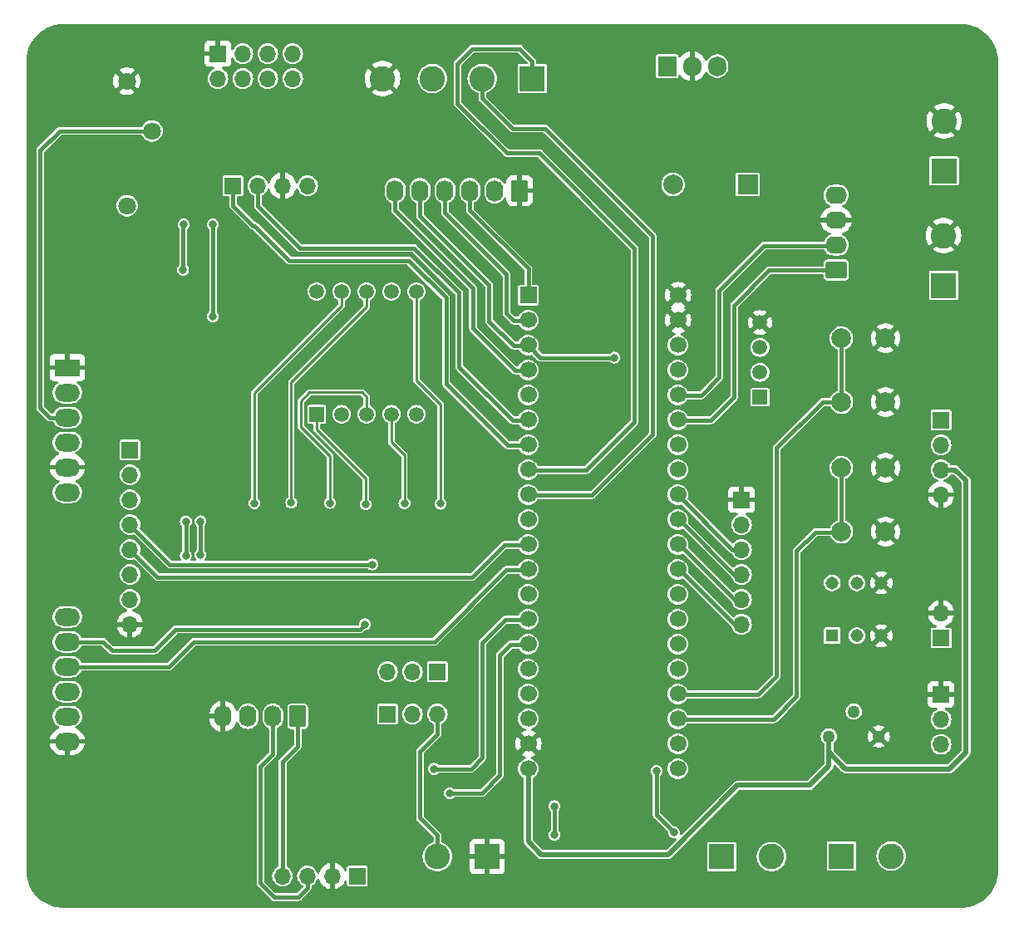
<source format=gbl>
G04 #@! TF.GenerationSoftware,KiCad,Pcbnew,7.0.1*
G04 #@! TF.CreationDate,2023-12-11T01:42:52-03:00*
G04 #@! TF.ProjectId,Shield STM32 Bluepill,53686965-6c64-4205-9354-4d333220426c,2.0*
G04 #@! TF.SameCoordinates,Original*
G04 #@! TF.FileFunction,Copper,L2,Bot*
G04 #@! TF.FilePolarity,Positive*
%FSLAX46Y46*%
G04 Gerber Fmt 4.6, Leading zero omitted, Abs format (unit mm)*
G04 Created by KiCad (PCBNEW 7.0.1) date 2023-12-11 01:42:52*
%MOMM*%
%LPD*%
G01*
G04 APERTURE LIST*
G04 Aperture macros list*
%AMRoundRect*
0 Rectangle with rounded corners*
0 $1 Rounding radius*
0 $2 $3 $4 $5 $6 $7 $8 $9 X,Y pos of 4 corners*
0 Add a 4 corners polygon primitive as box body*
4,1,4,$2,$3,$4,$5,$6,$7,$8,$9,$2,$3,0*
0 Add four circle primitives for the rounded corners*
1,1,$1+$1,$2,$3*
1,1,$1+$1,$4,$5*
1,1,$1+$1,$6,$7*
1,1,$1+$1,$8,$9*
0 Add four rect primitives between the rounded corners*
20,1,$1+$1,$2,$3,$4,$5,0*
20,1,$1+$1,$4,$5,$6,$7,0*
20,1,$1+$1,$6,$7,$8,$9,0*
20,1,$1+$1,$8,$9,$2,$3,0*%
G04 Aperture macros list end*
G04 #@! TA.AperFunction,ComponentPad*
%ADD10C,2.600000*%
G04 #@! TD*
G04 #@! TA.AperFunction,ComponentPad*
%ADD11R,2.600000X2.600000*%
G04 #@! TD*
G04 #@! TA.AperFunction,ComponentPad*
%ADD12RoundRect,0.250000X0.620000X0.845000X-0.620000X0.845000X-0.620000X-0.845000X0.620000X-0.845000X0*%
G04 #@! TD*
G04 #@! TA.AperFunction,ComponentPad*
%ADD13O,1.740000X2.190000*%
G04 #@! TD*
G04 #@! TA.AperFunction,ComponentPad*
%ADD14R,1.500000X1.500000*%
G04 #@! TD*
G04 #@! TA.AperFunction,ComponentPad*
%ADD15C,1.500000*%
G04 #@! TD*
G04 #@! TA.AperFunction,ComponentPad*
%ADD16R,1.700000X1.700000*%
G04 #@! TD*
G04 #@! TA.AperFunction,ComponentPad*
%ADD17O,1.700000X1.700000*%
G04 #@! TD*
G04 #@! TA.AperFunction,ComponentPad*
%ADD18C,2.000000*%
G04 #@! TD*
G04 #@! TA.AperFunction,ComponentPad*
%ADD19R,2.000000X2.000000*%
G04 #@! TD*
G04 #@! TA.AperFunction,ComponentPad*
%ADD20R,1.905000X2.000000*%
G04 #@! TD*
G04 #@! TA.AperFunction,ComponentPad*
%ADD21O,1.905000X2.000000*%
G04 #@! TD*
G04 #@! TA.AperFunction,ComponentPad*
%ADD22R,1.308000X1.308000*%
G04 #@! TD*
G04 #@! TA.AperFunction,ComponentPad*
%ADD23C,1.308000*%
G04 #@! TD*
G04 #@! TA.AperFunction,ComponentPad*
%ADD24R,2.600000X1.800000*%
G04 #@! TD*
G04 #@! TA.AperFunction,ComponentPad*
%ADD25O,2.600000X1.800000*%
G04 #@! TD*
G04 #@! TA.AperFunction,ComponentPad*
%ADD26RoundRect,0.250000X0.845000X-0.620000X0.845000X0.620000X-0.845000X0.620000X-0.845000X-0.620000X0*%
G04 #@! TD*
G04 #@! TA.AperFunction,ComponentPad*
%ADD27O,2.190000X1.740000*%
G04 #@! TD*
G04 #@! TA.AperFunction,ComponentPad*
%ADD28C,1.700000*%
G04 #@! TD*
G04 #@! TA.AperFunction,ComponentPad*
%ADD29C,1.800000*%
G04 #@! TD*
G04 #@! TA.AperFunction,ComponentPad*
%ADD30C,1.260000*%
G04 #@! TD*
G04 #@! TA.AperFunction,ViaPad*
%ADD31C,0.800000*%
G04 #@! TD*
G04 #@! TA.AperFunction,ViaPad*
%ADD32C,4.000000*%
G04 #@! TD*
G04 #@! TA.AperFunction,Conductor*
%ADD33C,0.508000*%
G04 #@! TD*
G04 #@! TA.AperFunction,Conductor*
%ADD34C,0.381000*%
G04 #@! TD*
G04 #@! TA.AperFunction,Conductor*
%ADD35C,0.250000*%
G04 #@! TD*
G04 APERTURE END LIST*
D10*
X157475000Y-111557000D03*
D11*
X162555000Y-111557000D03*
D12*
X165862000Y-43688000D03*
D13*
X163322000Y-43688000D03*
X160782000Y-43688000D03*
X158242000Y-43688000D03*
X155702000Y-43688000D03*
X153162000Y-43688000D03*
D14*
X145186400Y-66471800D03*
D15*
X147726400Y-66471800D03*
X150266400Y-66471800D03*
X152806400Y-66471800D03*
X155346400Y-66471800D03*
X155346400Y-53971800D03*
X152806400Y-53971800D03*
X150266400Y-53971800D03*
X147726400Y-53971800D03*
X145186400Y-53971800D03*
D11*
X209093000Y-41661000D03*
D10*
X209093000Y-36581000D03*
D16*
X136652000Y-43180000D03*
D17*
X139192000Y-43180000D03*
X141732000Y-43180000D03*
X144272000Y-43180000D03*
D16*
X208788000Y-89281000D03*
D17*
X208788000Y-86741000D03*
D18*
X198628000Y-65226000D03*
X198628000Y-58726000D03*
X203128000Y-65226000D03*
X203128000Y-58726000D03*
D19*
X189083000Y-43053000D03*
D18*
X181483000Y-43053000D03*
D11*
X198628000Y-111506000D03*
D10*
X203708000Y-111506000D03*
D20*
X180900000Y-31000000D03*
D21*
X183440000Y-31000000D03*
X185980000Y-31000000D03*
D16*
X149322000Y-113538000D03*
D17*
X146782000Y-113538000D03*
X144242000Y-113538000D03*
X141702000Y-113538000D03*
D14*
X190350000Y-64750000D03*
D15*
X190350000Y-62210000D03*
X190350000Y-59670000D03*
X190350000Y-57130000D03*
D16*
X152400000Y-97028000D03*
D17*
X154940000Y-97028000D03*
X157480000Y-97028000D03*
D16*
X208788000Y-67056000D03*
D17*
X208788000Y-69596000D03*
X208788000Y-72136000D03*
X208788000Y-74676000D03*
D22*
X197702000Y-89060000D03*
D23*
X200202000Y-89060000D03*
X202702000Y-89060000D03*
X197702000Y-83660000D03*
X200202000Y-83660000D03*
X202702000Y-83660000D03*
D24*
X119786400Y-61722000D03*
D25*
X119786400Y-64262000D03*
X119786400Y-66802000D03*
X119786400Y-69342000D03*
X119786400Y-71882000D03*
X119786400Y-74422000D03*
X119786400Y-87122000D03*
X119786400Y-89662000D03*
X119786400Y-92202000D03*
X119786400Y-94742000D03*
X119786400Y-97282000D03*
X119786400Y-99822000D03*
D16*
X208788000Y-95040000D03*
D17*
X208788000Y-97580000D03*
X208788000Y-100120000D03*
D16*
X157480000Y-92710000D03*
D17*
X154940000Y-92710000D03*
X152400000Y-92710000D03*
D12*
X143256000Y-97262000D03*
D13*
X140716000Y-97262000D03*
X138176000Y-97262000D03*
X135636000Y-97262000D03*
D18*
X198628000Y-78434000D03*
X198628000Y-71934000D03*
X203128000Y-78434000D03*
X203128000Y-71934000D03*
D26*
X198100000Y-51770000D03*
D27*
X198100000Y-49230000D03*
X198100000Y-46690000D03*
X198100000Y-44150000D03*
D28*
X181975000Y-102605000D03*
X181975000Y-100065000D03*
X181975000Y-97525000D03*
X181975000Y-94985000D03*
X181975000Y-92445000D03*
X181975000Y-89905000D03*
X181975000Y-87365000D03*
X181975000Y-84825000D03*
X181975000Y-82285000D03*
X181975000Y-79745000D03*
X181975000Y-77205000D03*
X181975000Y-74665000D03*
X181975000Y-72125000D03*
X181975000Y-69585000D03*
X181975000Y-67045000D03*
X181975000Y-64505000D03*
X181975000Y-61965000D03*
X181975000Y-59425000D03*
X181975000Y-56885000D03*
X181975000Y-54345000D03*
D16*
X166735000Y-54345000D03*
D28*
X166735000Y-56885000D03*
X166735000Y-59425000D03*
X166735000Y-61965000D03*
X166735000Y-64505000D03*
X166735000Y-67045000D03*
X166735000Y-69585000D03*
X166735000Y-72125000D03*
X166735000Y-74665000D03*
X166735000Y-77205000D03*
X166735000Y-79745000D03*
X166735000Y-82285000D03*
X166735000Y-84825000D03*
X166735000Y-87365000D03*
X166735000Y-89905000D03*
X166735000Y-92445000D03*
X166735000Y-94985000D03*
X166735000Y-97525000D03*
X166735000Y-100065000D03*
X166735000Y-102605000D03*
D11*
X167132000Y-32258000D03*
D10*
X162052000Y-32258000D03*
X156972000Y-32258000D03*
X151892000Y-32258000D03*
D16*
X188468000Y-75184000D03*
D17*
X188468000Y-77724000D03*
X188468000Y-80264000D03*
X188468000Y-82804000D03*
X188468000Y-85344000D03*
X188468000Y-87884000D03*
D29*
X125860000Y-45220000D03*
X128400000Y-37600000D03*
X125860000Y-32520000D03*
D11*
X186436000Y-111570000D03*
D10*
X191516000Y-111570000D03*
D30*
X197358000Y-99314000D03*
X199898000Y-96774000D03*
X202438000Y-99314000D03*
D16*
X135128000Y-29718000D03*
D17*
X135128000Y-32258000D03*
X137668000Y-29718000D03*
X137668000Y-32258000D03*
X140208000Y-29718000D03*
X140208000Y-32258000D03*
X142748000Y-29718000D03*
X142748000Y-32258000D03*
D16*
X126170000Y-70110000D03*
D17*
X126170000Y-72650000D03*
X126170000Y-75190000D03*
X126170000Y-77730000D03*
X126170000Y-80270000D03*
X126170000Y-82810000D03*
X126170000Y-85350000D03*
X126170000Y-87890000D03*
D11*
X209042000Y-53340000D03*
D10*
X209042000Y-48260000D03*
D31*
X187675000Y-107975000D03*
X147075000Y-94400000D03*
X156800000Y-61725000D03*
X129310000Y-53030000D03*
X193400000Y-65400000D03*
X132950000Y-86200000D03*
X138100000Y-107350000D03*
D32*
X210830000Y-30580000D03*
D31*
X170942000Y-66548000D03*
X189600000Y-100750000D03*
X140600000Y-86200000D03*
X180086000Y-35560000D03*
X150175000Y-43250000D03*
X213125000Y-78250000D03*
X171800000Y-35575000D03*
X193040000Y-89154000D03*
X135580000Y-67270000D03*
X167800000Y-106450000D03*
X120100000Y-51300000D03*
X194800000Y-72350000D03*
X178525000Y-94925000D03*
X207159000Y-28796000D03*
X185725000Y-89175000D03*
X145350000Y-37550000D03*
X213200000Y-107850000D03*
X178600000Y-83350000D03*
X205740000Y-82804000D03*
X196100000Y-56100000D03*
X212650000Y-60775000D03*
X120120000Y-106020000D03*
X123340000Y-67270000D03*
X176325000Y-78100000D03*
X191135000Y-36862000D03*
D32*
X210720000Y-113030000D03*
D31*
X185050000Y-44100000D03*
X175768000Y-28702000D03*
D32*
X119370000Y-112920000D03*
D31*
X178600000Y-114950000D03*
X167368000Y-114894000D03*
D32*
X119480000Y-30470000D03*
D31*
X173050000Y-57500000D03*
X149100000Y-61750000D03*
X147050000Y-107300000D03*
X123210000Y-57610000D03*
X203000000Y-28750000D03*
X132461000Y-37592000D03*
X186817000Y-35560000D03*
X133350000Y-77390000D03*
X133350000Y-80800000D03*
X157800000Y-75600000D03*
X154125000Y-75550000D03*
X150175000Y-75650000D03*
X146550000Y-75525000D03*
X142600000Y-75500000D03*
X138825000Y-75550000D03*
X150848000Y-81788000D03*
X157125000Y-102625000D03*
X158750000Y-105100000D03*
X150114000Y-87884000D03*
X131860000Y-77400000D03*
X131850000Y-80875000D03*
X131630000Y-47150000D03*
X131580000Y-51750000D03*
X134610000Y-47140000D03*
X134620000Y-56510000D03*
X181600000Y-109100000D03*
X179800000Y-102825000D03*
X175514000Y-60706000D03*
X169418000Y-109350000D03*
X169418000Y-106426000D03*
D33*
X181000000Y-111350000D02*
X188050000Y-104300000D01*
X210236000Y-72136000D02*
X211328000Y-73228000D01*
X195400000Y-104300000D02*
X197358000Y-102342000D01*
X211328000Y-100932000D02*
X209644000Y-102616000D01*
X197358000Y-100918000D02*
X197358000Y-99314000D01*
X188050000Y-104300000D02*
X195400000Y-104300000D01*
X199056000Y-102616000D02*
X197358000Y-100918000D01*
X211328000Y-73228000D02*
X211328000Y-100932000D01*
X197358000Y-102342000D02*
X197358000Y-100862000D01*
X209644000Y-102616000D02*
X199056000Y-102616000D01*
X208788000Y-72136000D02*
X210236000Y-72136000D01*
X166743380Y-110043380D02*
X168050000Y-111350000D01*
X168050000Y-111350000D02*
X181000000Y-111350000D01*
X166743380Y-102654100D02*
X166743380Y-110043380D01*
D34*
X187675000Y-107975000D02*
X186625000Y-107975000D01*
X186625000Y-107975000D02*
X179650000Y-114950000D01*
X179650000Y-114950000D02*
X178600000Y-114950000D01*
X133350000Y-77550000D02*
X133350000Y-80800000D01*
D35*
X155346400Y-63021400D02*
X155346400Y-53971800D01*
X157800000Y-75600000D02*
X157800000Y-65475000D01*
X157800000Y-65475000D02*
X155346400Y-63021400D01*
X154125000Y-75550000D02*
X154125000Y-70650000D01*
X154125000Y-70650000D02*
X152800000Y-69325000D01*
X152806400Y-69318600D02*
X152806400Y-66471800D01*
X150175000Y-75650000D02*
X150175000Y-73025000D01*
X145186400Y-68036400D02*
X145186400Y-66471800D01*
X150175000Y-73025000D02*
X145186400Y-68036400D01*
X149800000Y-64250000D02*
X150266400Y-64716400D01*
X146550000Y-70750000D02*
X143550000Y-67750000D01*
X144425000Y-64250000D02*
X149800000Y-64250000D01*
X143550000Y-65125000D02*
X144425000Y-64250000D01*
X143550000Y-67750000D02*
X143550000Y-65125000D01*
X146550000Y-75525000D02*
X146550000Y-70750000D01*
X150266400Y-64716400D02*
X150266400Y-66471800D01*
X142600000Y-63200000D02*
X150266400Y-55533600D01*
X142600000Y-75500000D02*
X142600000Y-63200000D01*
X150266400Y-55533600D02*
X150266400Y-53971800D01*
X138825000Y-75550000D02*
X138825000Y-64300000D01*
X147726400Y-55398600D02*
X147726400Y-53971800D01*
X138825000Y-64300000D02*
X147726400Y-55398600D01*
D34*
X157480000Y-99070000D02*
X157480000Y-97028000D01*
X157475000Y-111557000D02*
X157475000Y-109375000D01*
X155702000Y-100848000D02*
X157480000Y-99070000D01*
X157475000Y-109375000D02*
X155702000Y-107602000D01*
X155702000Y-107602000D02*
X155702000Y-100848000D01*
X198054000Y-49276000D02*
X198100000Y-49230000D01*
X190754000Y-49276000D02*
X198054000Y-49276000D01*
X184345900Y-64554100D02*
X186182000Y-62718000D01*
X186182000Y-62718000D02*
X186182000Y-53848000D01*
X186182000Y-53848000D02*
X190754000Y-49276000D01*
X181983380Y-64554100D02*
X184345900Y-64554100D01*
X191278000Y-51800000D02*
X198070000Y-51800000D01*
X187706000Y-64744000D02*
X187706000Y-55372000D01*
X185355900Y-67094100D02*
X187706000Y-64744000D01*
X198070000Y-51800000D02*
X198100000Y-51770000D01*
X181983380Y-67094100D02*
X185355900Y-67094100D01*
X187706000Y-55372000D02*
X191278000Y-51800000D01*
X155130000Y-49530000D02*
X143480000Y-49530000D01*
X159700000Y-54100000D02*
X155130000Y-49530000D01*
X166743380Y-67094100D02*
X165144100Y-67094100D01*
X143480000Y-49530000D02*
X139192000Y-45242000D01*
X159700000Y-61650000D02*
X159700000Y-54100000D01*
X139192000Y-45242000D02*
X139192000Y-43180000D01*
X165144100Y-67094100D02*
X159700000Y-61650000D01*
X182174100Y-77254100D02*
X187724000Y-82804000D01*
X181983380Y-77254100D02*
X182174100Y-77254100D01*
X187724000Y-82804000D02*
X188468000Y-82804000D01*
X181983380Y-74714100D02*
X187533280Y-80264000D01*
X187533280Y-80264000D02*
X188468000Y-80264000D01*
X182214100Y-79794100D02*
X181983380Y-79794100D01*
X187764000Y-85344000D02*
X182214100Y-79794100D01*
X188468000Y-85344000D02*
X187764000Y-85344000D01*
X182214100Y-82334100D02*
X187764000Y-87884000D01*
X187764000Y-87884000D02*
X188468000Y-87884000D01*
X181983380Y-82334100D02*
X182214100Y-82334100D01*
X164630100Y-69634100D02*
X158350000Y-63354000D01*
X154550000Y-50800000D02*
X142400000Y-50800000D01*
X136652000Y-45212000D02*
X136652000Y-43180000D01*
X138844000Y-47244000D02*
X138684000Y-47244000D01*
X158350000Y-54600000D02*
X154550000Y-50800000D01*
X158350000Y-63354000D02*
X158350000Y-54600000D01*
X166743380Y-69634100D02*
X164630100Y-69634100D01*
X138684000Y-47244000D02*
X136652000Y-45212000D01*
X142400000Y-50800000D02*
X138844000Y-47244000D01*
X161042000Y-83058000D02*
X164305900Y-79794100D01*
X164305900Y-79794100D02*
X166743380Y-79794100D01*
X126170000Y-80270000D02*
X128958000Y-83058000D01*
X128958000Y-83058000D02*
X161042000Y-83058000D01*
X157188000Y-89662000D02*
X164515900Y-82334100D01*
X130124200Y-92202000D02*
X132664200Y-89662000D01*
X132664200Y-89662000D02*
X157188000Y-89662000D01*
X164515900Y-82334100D02*
X166743380Y-82334100D01*
X119786400Y-92202000D02*
X130124200Y-92202000D01*
X130228000Y-81788000D02*
X126170000Y-77730000D01*
X150848000Y-81788000D02*
X130228000Y-81788000D01*
X164385900Y-87414100D02*
X166743380Y-87414100D01*
X140716000Y-97262000D02*
X140716000Y-101092000D01*
X143317000Y-115700000D02*
X144242000Y-114775000D01*
X140716000Y-101092000D02*
X139446000Y-102362000D01*
X162052000Y-101473000D02*
X162052000Y-89748000D01*
X139446000Y-102362000D02*
X139446000Y-114296000D01*
X162052000Y-89748000D02*
X164385900Y-87414100D01*
X144242000Y-114775000D02*
X144242000Y-113538000D01*
X157125000Y-102625000D02*
X160900000Y-102625000D01*
X160900000Y-102625000D02*
X162052000Y-101473000D01*
X140850000Y-115700000D02*
X143317000Y-115700000D01*
X139446000Y-114296000D02*
X140850000Y-115700000D01*
X158750000Y-105100000D02*
X162000000Y-105100000D01*
X164945900Y-89954100D02*
X166743380Y-89954100D01*
X162000000Y-105100000D02*
X163830000Y-103270000D01*
X163830000Y-103270000D02*
X163830000Y-91070000D01*
X143256000Y-100330000D02*
X143256000Y-97262000D01*
X141702000Y-101884000D02*
X143256000Y-100330000D01*
X141702000Y-113538000D02*
X141702000Y-101884000D01*
X163830000Y-91070000D02*
X164945900Y-89954100D01*
X149606000Y-88392000D02*
X150114000Y-87884000D01*
X119786400Y-89662000D02*
X123462000Y-89662000D01*
X123462000Y-89662000D02*
X124350000Y-90550000D01*
X130810000Y-88392000D02*
X149606000Y-88392000D01*
X124350000Y-90550000D02*
X128652000Y-90550000D01*
X128652000Y-90550000D02*
X130810000Y-88392000D01*
X131850000Y-77410000D02*
X131850000Y-80875000D01*
X131860000Y-77400000D02*
X131850000Y-77410000D01*
X131580000Y-47200000D02*
X131580000Y-51750000D01*
X131630000Y-47150000D02*
X131580000Y-47200000D01*
X134620000Y-56510000D02*
X134610000Y-56500000D01*
X134610000Y-56500000D02*
X134610000Y-47140000D01*
X179800000Y-107300000D02*
X179800000Y-102825000D01*
X181600000Y-109100000D02*
X179800000Y-107300000D01*
X119000000Y-37600000D02*
X128516000Y-37600000D01*
X119786400Y-66802000D02*
X118002000Y-66802000D01*
X117000000Y-65800000D02*
X117000000Y-39600000D01*
X117000000Y-39600000D02*
X119000000Y-37600000D01*
X118002000Y-66802000D02*
X117000000Y-65800000D01*
X181983380Y-95034100D02*
X190165900Y-95034100D01*
X196724000Y-65226000D02*
X198628000Y-65226000D01*
X192024000Y-69926000D02*
X196724000Y-65226000D01*
X192024000Y-93176000D02*
X192024000Y-69926000D01*
X198628000Y-65226000D02*
X198628000Y-58726000D01*
X190165900Y-95034100D02*
X192024000Y-93176000D01*
X198628000Y-78434000D02*
X198628000Y-71934000D01*
X181983380Y-97574100D02*
X191725900Y-97574100D01*
X194056000Y-80419000D02*
X195989000Y-78486000D01*
X194056000Y-95244000D02*
X194056000Y-80419000D01*
X191725900Y-97574100D02*
X194056000Y-95244000D01*
X195989000Y-78486000D02*
X198755000Y-78486000D01*
X160782000Y-45682000D02*
X160782000Y-43688000D01*
X166743380Y-54394100D02*
X166743380Y-51643380D01*
X166743380Y-51643380D02*
X160782000Y-45682000D01*
X158242000Y-45942000D02*
X158242000Y-43688000D01*
X164500000Y-56200000D02*
X164500000Y-52200000D01*
X164500000Y-52200000D02*
X158242000Y-45942000D01*
X166743380Y-56934100D02*
X165234100Y-56934100D01*
X165234100Y-56934100D02*
X164500000Y-56200000D01*
X162750000Y-53300000D02*
X155702000Y-46252000D01*
X165224100Y-59474100D02*
X162750000Y-57000000D01*
X162750000Y-57000000D02*
X162750000Y-53300000D01*
X166743380Y-59474100D02*
X167975280Y-60706000D01*
X166743380Y-59474100D02*
X165224100Y-59474100D01*
X155702000Y-46252000D02*
X155702000Y-43688000D01*
X167975280Y-60706000D02*
X175514000Y-60706000D01*
X166743380Y-62014100D02*
X165392100Y-62014100D01*
X165392100Y-62014100D02*
X161100000Y-57722000D01*
X153162000Y-45662000D02*
X153162000Y-43688000D01*
X161100000Y-57722000D02*
X161100000Y-53600000D01*
X161100000Y-53600000D02*
X153162000Y-45662000D01*
X172625900Y-72174100D02*
X177550000Y-67250000D01*
X159512000Y-34798000D02*
X159512000Y-30734000D01*
X159512000Y-30734000D02*
X161036000Y-29210000D01*
X167866000Y-39850000D02*
X164564000Y-39850000D01*
X177550000Y-49534000D02*
X167866000Y-39850000D01*
X177550000Y-67250000D02*
X177550000Y-49534000D01*
X164564000Y-39850000D02*
X159512000Y-34798000D01*
X161036000Y-29210000D02*
X165860000Y-29210000D01*
X167132000Y-30482000D02*
X167132000Y-32258000D01*
X165860000Y-29210000D02*
X167132000Y-30482000D01*
X166743380Y-72174100D02*
X172625900Y-72174100D01*
X168450000Y-37350000D02*
X165150000Y-37350000D01*
X165150000Y-37350000D02*
X162052000Y-34252000D01*
X173235900Y-74714100D02*
X179400000Y-68550000D01*
X179400000Y-68550000D02*
X179400000Y-48300000D01*
X179400000Y-48300000D02*
X168450000Y-37350000D01*
X166743380Y-74714100D02*
X173235900Y-74714100D01*
X162052000Y-34252000D02*
X162052000Y-32258000D01*
X169418000Y-109350000D02*
X169418000Y-106426000D01*
G04 #@! TA.AperFunction,Conductor*
G36*
X210803032Y-26700649D02*
G01*
X210805509Y-26700770D01*
X210952700Y-26708001D01*
X211174090Y-26719605D01*
X211185729Y-26720770D01*
X211361519Y-26746846D01*
X211362680Y-26747025D01*
X211555398Y-26777548D01*
X211566094Y-26779730D01*
X211743561Y-26824183D01*
X211745257Y-26824622D01*
X211928865Y-26873820D01*
X211938501Y-26876830D01*
X212112702Y-26939160D01*
X212115325Y-26940133D01*
X212290602Y-27007415D01*
X212299136Y-27011065D01*
X212467452Y-27090672D01*
X212470617Y-27092226D01*
X212636938Y-27176971D01*
X212644386Y-27181095D01*
X212804542Y-27277089D01*
X212808328Y-27279452D01*
X212964298Y-27380740D01*
X212970607Y-27385121D01*
X213120913Y-27496595D01*
X213125049Y-27499802D01*
X213269366Y-27616668D01*
X213274550Y-27621110D01*
X213413329Y-27746892D01*
X213417713Y-27751067D01*
X213548931Y-27882285D01*
X213553109Y-27886672D01*
X213678884Y-28025444D01*
X213683328Y-28030630D01*
X213752083Y-28115535D01*
X213800195Y-28174948D01*
X213803414Y-28179100D01*
X213914868Y-28329379D01*
X213919258Y-28335700D01*
X214020546Y-28491670D01*
X214022909Y-28495456D01*
X214118903Y-28655612D01*
X214123030Y-28663066D01*
X214207758Y-28829354D01*
X214209354Y-28832604D01*
X214288919Y-29000829D01*
X214292588Y-29009409D01*
X214359858Y-29184654D01*
X214360845Y-29187316D01*
X214423162Y-29361478D01*
X214426186Y-29371159D01*
X214475338Y-29554597D01*
X214475847Y-29556562D01*
X214520264Y-29733885D01*
X214522453Y-29744617D01*
X214552972Y-29937312D01*
X214553157Y-29938514D01*
X214579224Y-30114237D01*
X214580396Y-30125943D01*
X214591990Y-30347178D01*
X214591887Y-30347183D01*
X214592012Y-30347582D01*
X214599351Y-30496967D01*
X214599500Y-30503052D01*
X214599500Y-112996948D01*
X214599351Y-113003033D01*
X214592015Y-113152348D01*
X214591994Y-113152753D01*
X214580396Y-113374056D01*
X214579224Y-113385761D01*
X214553157Y-113561484D01*
X214552972Y-113562686D01*
X214522453Y-113755381D01*
X214520264Y-113766113D01*
X214475847Y-113943436D01*
X214475338Y-113945401D01*
X214426186Y-114128839D01*
X214423162Y-114138520D01*
X214360845Y-114312682D01*
X214359858Y-114315344D01*
X214292588Y-114490589D01*
X214288919Y-114499169D01*
X214209368Y-114667366D01*
X214207758Y-114670644D01*
X214123030Y-114836932D01*
X214118903Y-114844386D01*
X214022909Y-115004542D01*
X214020546Y-115008328D01*
X213919258Y-115164298D01*
X213914861Y-115170630D01*
X213803427Y-115320881D01*
X213800195Y-115325050D01*
X213683346Y-115469347D01*
X213678858Y-115474585D01*
X213553128Y-115613306D01*
X213548931Y-115617713D01*
X213417713Y-115748931D01*
X213413306Y-115753128D01*
X213274585Y-115878858D01*
X213269347Y-115883346D01*
X213125050Y-116000195D01*
X213120881Y-116003427D01*
X212970630Y-116114861D01*
X212964298Y-116119258D01*
X212808328Y-116220546D01*
X212804542Y-116222909D01*
X212644386Y-116318903D01*
X212636932Y-116323030D01*
X212470644Y-116407758D01*
X212467366Y-116409368D01*
X212299169Y-116488919D01*
X212290589Y-116492588D01*
X212115344Y-116559858D01*
X212112682Y-116560845D01*
X211938520Y-116623162D01*
X211928839Y-116626186D01*
X211745401Y-116675338D01*
X211743436Y-116675847D01*
X211566113Y-116720264D01*
X211555381Y-116722453D01*
X211362686Y-116752972D01*
X211361484Y-116753157D01*
X211185761Y-116779224D01*
X211174056Y-116780396D01*
X210952753Y-116791994D01*
X210952348Y-116792015D01*
X210803033Y-116799351D01*
X210796948Y-116799500D01*
X119403052Y-116799500D01*
X119396967Y-116799351D01*
X119247650Y-116792015D01*
X119247245Y-116791994D01*
X119025942Y-116780396D01*
X119014237Y-116779224D01*
X118838514Y-116753157D01*
X118837312Y-116752972D01*
X118644617Y-116722453D01*
X118633885Y-116720264D01*
X118456562Y-116675847D01*
X118454597Y-116675338D01*
X118271159Y-116626186D01*
X118261478Y-116623162D01*
X118087316Y-116560845D01*
X118084654Y-116559858D01*
X117909409Y-116492588D01*
X117900837Y-116488922D01*
X117732604Y-116409354D01*
X117729354Y-116407758D01*
X117563066Y-116323030D01*
X117555612Y-116318903D01*
X117395456Y-116222909D01*
X117391670Y-116220546D01*
X117235700Y-116119258D01*
X117229379Y-116114868D01*
X117079100Y-116003414D01*
X117074948Y-116000195D01*
X117015535Y-115952083D01*
X116930639Y-115883336D01*
X116925444Y-115878884D01*
X116786672Y-115753109D01*
X116782285Y-115748931D01*
X116651067Y-115617713D01*
X116646892Y-115613329D01*
X116521110Y-115474550D01*
X116516668Y-115469366D01*
X116399802Y-115325049D01*
X116396595Y-115320913D01*
X116285121Y-115170607D01*
X116280740Y-115164298D01*
X116179452Y-115008328D01*
X116177089Y-115004542D01*
X116081095Y-114844386D01*
X116076968Y-114836932D01*
X115992226Y-114670617D01*
X115990672Y-114667452D01*
X115911065Y-114499136D01*
X115907415Y-114490602D01*
X115856487Y-114357928D01*
X139055000Y-114357928D01*
X139061611Y-114378276D01*
X139066150Y-114397183D01*
X139069501Y-114418332D01*
X139079216Y-114437399D01*
X139086658Y-114455366D01*
X139093272Y-114475721D01*
X139105848Y-114493030D01*
X139116016Y-114509623D01*
X139125730Y-114528689D01*
X139227536Y-114630495D01*
X139227542Y-114630499D01*
X140521046Y-115924003D01*
X140521049Y-115924007D01*
X140529731Y-115932689D01*
X140617311Y-116020269D01*
X140636384Y-116029987D01*
X140652954Y-116040141D01*
X140670277Y-116052727D01*
X140690626Y-116059338D01*
X140708596Y-116066781D01*
X140727668Y-116076499D01*
X140748813Y-116079848D01*
X140767717Y-116084386D01*
X140788072Y-116091000D01*
X140819226Y-116091000D01*
X140911929Y-116091000D01*
X143255072Y-116091000D01*
X143347774Y-116091000D01*
X143378927Y-116091000D01*
X143378928Y-116091000D01*
X143399278Y-116084387D01*
X143418184Y-116079848D01*
X143439332Y-116076499D01*
X143458407Y-116066779D01*
X143476362Y-116059342D01*
X143496723Y-116052727D01*
X143514042Y-116040142D01*
X143530620Y-116029984D01*
X143549689Y-116020269D01*
X143637269Y-115932689D01*
X143637269Y-115932688D01*
X143654709Y-115915248D01*
X143654709Y-115915246D01*
X144540240Y-115029718D01*
X144557681Y-115012277D01*
X144557682Y-115012275D01*
X144562269Y-115007689D01*
X144571985Y-114988618D01*
X144582144Y-114972040D01*
X144594727Y-114954723D01*
X144601339Y-114934370D01*
X144608782Y-114916400D01*
X144618499Y-114897332D01*
X144621847Y-114876190D01*
X144626385Y-114857288D01*
X144633001Y-114836928D01*
X144633001Y-114713071D01*
X144633001Y-114692952D01*
X144633000Y-114692946D01*
X144633000Y-114594478D01*
X144650642Y-114530729D01*
X144698547Y-114485120D01*
X144828450Y-114415685D01*
X144988410Y-114284410D01*
X145119685Y-114124450D01*
X145217232Y-113941954D01*
X145237406Y-113875446D01*
X145270709Y-113821497D01*
X145326330Y-113791061D01*
X145389724Y-113792098D01*
X145444319Y-113824337D01*
X145475841Y-113879349D01*
X145508569Y-114001492D01*
X145608399Y-114215576D01*
X145743893Y-114409081D01*
X145910918Y-114576106D01*
X146104423Y-114711600D01*
X146318507Y-114811430D01*
X146531999Y-114868635D01*
X146532000Y-114868636D01*
X146532000Y-112207364D01*
X147032000Y-112207364D01*
X147032000Y-114868635D01*
X147245492Y-114811430D01*
X147459576Y-114711600D01*
X147653081Y-114576106D01*
X147820106Y-114409081D01*
X147955600Y-114215576D01*
X148035118Y-114045053D01*
X148078160Y-113994657D01*
X148141011Y-113973628D01*
X148205715Y-113987973D01*
X148253789Y-114033593D01*
X148271500Y-114097458D01*
X148271500Y-114407749D01*
X148283132Y-114466230D01*
X148327447Y-114532552D01*
X148393769Y-114576867D01*
X148452251Y-114588500D01*
X148452252Y-114588500D01*
X150191748Y-114588500D01*
X150191749Y-114588500D01*
X150220989Y-114582683D01*
X150250231Y-114576867D01*
X150316552Y-114532552D01*
X150360867Y-114466231D01*
X150372500Y-114407748D01*
X150372500Y-112668252D01*
X150371801Y-112664740D01*
X150360867Y-112609769D01*
X150316552Y-112543447D01*
X150250230Y-112499132D01*
X150191749Y-112487500D01*
X150191748Y-112487500D01*
X148452252Y-112487500D01*
X148452251Y-112487500D01*
X148393769Y-112499132D01*
X148327447Y-112543447D01*
X148283132Y-112609769D01*
X148271500Y-112668251D01*
X148271500Y-112978543D01*
X148253789Y-113042408D01*
X148205715Y-113088028D01*
X148141011Y-113102373D01*
X148078160Y-113081344D01*
X148035118Y-113030948D01*
X147955599Y-112860421D01*
X147820109Y-112666921D01*
X147653081Y-112499893D01*
X147459576Y-112364399D01*
X147245492Y-112264569D01*
X147032000Y-112207364D01*
X146532000Y-112207364D01*
X146531999Y-112207364D01*
X146318507Y-112264569D01*
X146104421Y-112364400D01*
X145910921Y-112499890D01*
X145743890Y-112666921D01*
X145608400Y-112860421D01*
X145508569Y-113074507D01*
X145475841Y-113196650D01*
X145444319Y-113251662D01*
X145389724Y-113283901D01*
X145326330Y-113284938D01*
X145270710Y-113254502D01*
X145237406Y-113200553D01*
X145217232Y-113134046D01*
X145119685Y-112951550D01*
X145044898Y-112860421D01*
X144988410Y-112791589D01*
X144890952Y-112711609D01*
X144828450Y-112660315D01*
X144645954Y-112562768D01*
X144546943Y-112532733D01*
X144447932Y-112502699D01*
X144242000Y-112482417D01*
X144036067Y-112502699D01*
X143838043Y-112562769D01*
X143655551Y-112660314D01*
X143495589Y-112791589D01*
X143364314Y-112951551D01*
X143266769Y-113134043D01*
X143206699Y-113332067D01*
X143186417Y-113538000D01*
X143206699Y-113743932D01*
X143266769Y-113941956D01*
X143268610Y-113945401D01*
X143364315Y-114124450D01*
X143368980Y-114130134D01*
X143495589Y-114284410D01*
X143533260Y-114315325D01*
X143655550Y-114415685D01*
X143764080Y-114473696D01*
X143807006Y-114511653D01*
X143828284Y-114564858D01*
X143823368Y-114621949D01*
X143793307Y-114670734D01*
X143191362Y-115272681D01*
X143151134Y-115299561D01*
X143103681Y-115309000D01*
X141063319Y-115309000D01*
X141015866Y-115299561D01*
X140975638Y-115272681D01*
X139873319Y-114170362D01*
X139846439Y-114130134D01*
X139837000Y-114082681D01*
X139837000Y-113538000D01*
X140646417Y-113538000D01*
X140666699Y-113743932D01*
X140726769Y-113941956D01*
X140728610Y-113945401D01*
X140824315Y-114124450D01*
X140828980Y-114130134D01*
X140955589Y-114284410D01*
X140993260Y-114315325D01*
X141115550Y-114415685D01*
X141298046Y-114513232D01*
X141496066Y-114573300D01*
X141702000Y-114593583D01*
X141907934Y-114573300D01*
X142105954Y-114513232D01*
X142288450Y-114415685D01*
X142448410Y-114284410D01*
X142579685Y-114124450D01*
X142677232Y-113941954D01*
X142737300Y-113743934D01*
X142757583Y-113538000D01*
X142737300Y-113332066D01*
X142677232Y-113134046D01*
X142579685Y-112951550D01*
X142504898Y-112860421D01*
X142448410Y-112791589D01*
X142350952Y-112711609D01*
X142288450Y-112660315D01*
X142158546Y-112590879D01*
X142110642Y-112545271D01*
X142093000Y-112481522D01*
X142093000Y-107663928D01*
X155311000Y-107663928D01*
X155317611Y-107684276D01*
X155322150Y-107703183D01*
X155325501Y-107724332D01*
X155335216Y-107743399D01*
X155342658Y-107761366D01*
X155349272Y-107781721D01*
X155361848Y-107799030D01*
X155372016Y-107815623D01*
X155381729Y-107834687D01*
X155381730Y-107834688D01*
X155381731Y-107834689D01*
X155469311Y-107922269D01*
X157047681Y-109500639D01*
X157074561Y-109540867D01*
X157084000Y-109588320D01*
X157084000Y-110016237D01*
X157073556Y-110066047D01*
X157043983Y-110107467D01*
X157000263Y-110133518D01*
X156870193Y-110178170D01*
X156651485Y-110296529D01*
X156455259Y-110449259D01*
X156455256Y-110449261D01*
X156455256Y-110449262D01*
X156286836Y-110632215D01*
X156278343Y-110645215D01*
X156150825Y-110840395D01*
X156073308Y-111017119D01*
X156050937Y-111068119D01*
X156047645Y-111081119D01*
X155989891Y-111309183D01*
X155969356Y-111556999D01*
X155989891Y-111804816D01*
X155989891Y-111804819D01*
X155989892Y-111804821D01*
X156050937Y-112045881D01*
X156056640Y-112058882D01*
X156150825Y-112273604D01*
X156150827Y-112273607D01*
X156286836Y-112481785D01*
X156455256Y-112664738D01*
X156471961Y-112677740D01*
X156651485Y-112817470D01*
X156651487Y-112817471D01*
X156651491Y-112817474D01*
X156870190Y-112935828D01*
X157105386Y-113016571D01*
X157350665Y-113057500D01*
X157599335Y-113057500D01*
X157844614Y-113016571D01*
X158079810Y-112935828D01*
X158298509Y-112817474D01*
X158494744Y-112664738D01*
X158663164Y-112481785D01*
X158799173Y-112273607D01*
X158899063Y-112045881D01*
X158959556Y-111807000D01*
X160755000Y-111807000D01*
X160755000Y-112904824D01*
X160761402Y-112964375D01*
X160811647Y-113099089D01*
X160897811Y-113214188D01*
X161012910Y-113300352D01*
X161147624Y-113350597D01*
X161207176Y-113357000D01*
X162305000Y-113357000D01*
X162305000Y-111807000D01*
X162805000Y-111807000D01*
X162805000Y-113357000D01*
X163902824Y-113357000D01*
X163962375Y-113350597D01*
X164097089Y-113300352D01*
X164212188Y-113214188D01*
X164298352Y-113099089D01*
X164348597Y-112964375D01*
X164355000Y-112904824D01*
X164355000Y-112889749D01*
X184935500Y-112889749D01*
X184947132Y-112948230D01*
X184991447Y-113014552D01*
X185057769Y-113058867D01*
X185116251Y-113070500D01*
X185116252Y-113070500D01*
X187755748Y-113070500D01*
X187755749Y-113070500D01*
X187784989Y-113064683D01*
X187814231Y-113058867D01*
X187880552Y-113014552D01*
X187924867Y-112948231D01*
X187936500Y-112889748D01*
X187936500Y-111569999D01*
X190010356Y-111569999D01*
X190030891Y-111817816D01*
X190030891Y-111817819D01*
X190030892Y-111817821D01*
X190091937Y-112058881D01*
X190136960Y-112161523D01*
X190191825Y-112286604D01*
X190191827Y-112286607D01*
X190327836Y-112494785D01*
X190496256Y-112677738D01*
X190496259Y-112677740D01*
X190692485Y-112830470D01*
X190692487Y-112830471D01*
X190692491Y-112830474D01*
X190911190Y-112948828D01*
X191146386Y-113029571D01*
X191391665Y-113070500D01*
X191640335Y-113070500D01*
X191885614Y-113029571D01*
X192120810Y-112948828D01*
X192339509Y-112830474D01*
X192345580Y-112825749D01*
X197127500Y-112825749D01*
X197139132Y-112884230D01*
X197183447Y-112950552D01*
X197249769Y-112994867D01*
X197308251Y-113006500D01*
X197308252Y-113006500D01*
X199947748Y-113006500D01*
X199947749Y-113006500D01*
X199982939Y-112999500D01*
X200006231Y-112994867D01*
X200072552Y-112950552D01*
X200116867Y-112884231D01*
X200128500Y-112825748D01*
X200128500Y-111505999D01*
X202202356Y-111505999D01*
X202222891Y-111753816D01*
X202222891Y-111753819D01*
X202222892Y-111753821D01*
X202283937Y-111994881D01*
X202328960Y-112097523D01*
X202383825Y-112222604D01*
X202383827Y-112222607D01*
X202519836Y-112430785D01*
X202688256Y-112613738D01*
X202688259Y-112613740D01*
X202884485Y-112766470D01*
X202884487Y-112766471D01*
X202884491Y-112766474D01*
X203103190Y-112884828D01*
X203338386Y-112965571D01*
X203583665Y-113006500D01*
X203832335Y-113006500D01*
X204077614Y-112965571D01*
X204312810Y-112884828D01*
X204531509Y-112766474D01*
X204727744Y-112613738D01*
X204896164Y-112430785D01*
X205032173Y-112222607D01*
X205132063Y-111994881D01*
X205193108Y-111753821D01*
X205213643Y-111506000D01*
X205193108Y-111258179D01*
X205132063Y-111017119D01*
X205032173Y-110789393D01*
X204896164Y-110581215D01*
X204727744Y-110398262D01*
X204674876Y-110357113D01*
X204531514Y-110245529D01*
X204531510Y-110245526D01*
X204531509Y-110245526D01*
X204312810Y-110127172D01*
X204312806Y-110127170D01*
X204312805Y-110127170D01*
X204077615Y-110046429D01*
X203832335Y-110005500D01*
X203583665Y-110005500D01*
X203338384Y-110046429D01*
X203103194Y-110127170D01*
X203103190Y-110127171D01*
X203103190Y-110127172D01*
X203015710Y-110174513D01*
X202884485Y-110245529D01*
X202688259Y-110398259D01*
X202688256Y-110398261D01*
X202688256Y-110398262D01*
X202680148Y-110407070D01*
X202519837Y-110581214D01*
X202383825Y-110789395D01*
X202341424Y-110886061D01*
X202283937Y-111017119D01*
X202267730Y-111081119D01*
X202222891Y-111258183D01*
X202202356Y-111505999D01*
X200128500Y-111505999D01*
X200128500Y-110186252D01*
X200127029Y-110178859D01*
X200116867Y-110127769D01*
X200072552Y-110061447D01*
X200006230Y-110017132D01*
X199947749Y-110005500D01*
X199947748Y-110005500D01*
X197308252Y-110005500D01*
X197308251Y-110005500D01*
X197249769Y-110017132D01*
X197183447Y-110061447D01*
X197139132Y-110127769D01*
X197127500Y-110186251D01*
X197127500Y-112825749D01*
X192345580Y-112825749D01*
X192535744Y-112677738D01*
X192704164Y-112494785D01*
X192840173Y-112286607D01*
X192940063Y-112058881D01*
X193001108Y-111817821D01*
X193021643Y-111570000D01*
X193001108Y-111322179D01*
X192940063Y-111081119D01*
X192840173Y-110853393D01*
X192704164Y-110645215D01*
X192535744Y-110462262D01*
X192464886Y-110407111D01*
X192339514Y-110309529D01*
X192339510Y-110309526D01*
X192339509Y-110309526D01*
X192120810Y-110191172D01*
X192120806Y-110191170D01*
X192120805Y-110191170D01*
X191885615Y-110110429D01*
X191640335Y-110069500D01*
X191391665Y-110069500D01*
X191146384Y-110110429D01*
X190911194Y-110191170D01*
X190692485Y-110309529D01*
X190496259Y-110462259D01*
X190327837Y-110645214D01*
X190191825Y-110853395D01*
X190091938Y-111081117D01*
X190030891Y-111322183D01*
X190010356Y-111569999D01*
X187936500Y-111569999D01*
X187936500Y-110250252D01*
X187936099Y-110248238D01*
X187924867Y-110191769D01*
X187880552Y-110125447D01*
X187814230Y-110081132D01*
X187755749Y-110069500D01*
X187755748Y-110069500D01*
X185116252Y-110069500D01*
X185116251Y-110069500D01*
X185057769Y-110081132D01*
X184991447Y-110125447D01*
X184947132Y-110191769D01*
X184935500Y-110250251D01*
X184935500Y-112889749D01*
X164355000Y-112889749D01*
X164355000Y-111807000D01*
X162805000Y-111807000D01*
X162305000Y-111807000D01*
X160755000Y-111807000D01*
X158959556Y-111807000D01*
X158960108Y-111804821D01*
X158980643Y-111557000D01*
X158960108Y-111309179D01*
X158959556Y-111307000D01*
X160755000Y-111307000D01*
X162305000Y-111307000D01*
X162305000Y-109757000D01*
X162805000Y-109757000D01*
X162805000Y-111307000D01*
X164355000Y-111307000D01*
X164355000Y-110209176D01*
X164348597Y-110149624D01*
X164298352Y-110014910D01*
X164212188Y-109899811D01*
X164097089Y-109813647D01*
X163962375Y-109763402D01*
X163902824Y-109757000D01*
X162805000Y-109757000D01*
X162305000Y-109757000D01*
X161207176Y-109757000D01*
X161147624Y-109763402D01*
X161012910Y-109813647D01*
X160897811Y-109899811D01*
X160811647Y-110014910D01*
X160761402Y-110149624D01*
X160755000Y-110209176D01*
X160755000Y-111307000D01*
X158959556Y-111307000D01*
X158899063Y-111068119D01*
X158799173Y-110840393D01*
X158663164Y-110632215D01*
X158494744Y-110449262D01*
X158472612Y-110432036D01*
X158298514Y-110296529D01*
X158298510Y-110296526D01*
X158298509Y-110296526D01*
X158079810Y-110178172D01*
X158079809Y-110178171D01*
X158079806Y-110178170D01*
X157949737Y-110133518D01*
X157906017Y-110107467D01*
X157876444Y-110066047D01*
X157866000Y-110016237D01*
X157866000Y-109457054D01*
X157866001Y-109457048D01*
X157866001Y-109313072D01*
X157859388Y-109292719D01*
X157854846Y-109273799D01*
X157851499Y-109252669D01*
X157851499Y-109252668D01*
X157841784Y-109233601D01*
X157834339Y-109215626D01*
X157827727Y-109195277D01*
X157815147Y-109177963D01*
X157804982Y-109161375D01*
X157795269Y-109142311D01*
X157707689Y-109054731D01*
X157707688Y-109054730D01*
X156129318Y-107476361D01*
X156102439Y-107436134D01*
X156093000Y-107388681D01*
X156093000Y-105099999D01*
X158144317Y-105099999D01*
X158164956Y-105256762D01*
X158225463Y-105402840D01*
X158321717Y-105528282D01*
X158447158Y-105624535D01*
X158447159Y-105624536D01*
X158593238Y-105685044D01*
X158750000Y-105705682D01*
X158906762Y-105685044D01*
X159052841Y-105624536D01*
X159178282Y-105528282D01*
X159178281Y-105528282D01*
X159191234Y-105518344D01*
X159192866Y-105520471D01*
X159213200Y-105503786D01*
X159268040Y-105491000D01*
X162061927Y-105491000D01*
X162061928Y-105491000D01*
X162082278Y-105484387D01*
X162101184Y-105479848D01*
X162122332Y-105476499D01*
X162141407Y-105466779D01*
X162159362Y-105459342D01*
X162179723Y-105452727D01*
X162197042Y-105440142D01*
X162213620Y-105429984D01*
X162232689Y-105420269D01*
X162320269Y-105332689D01*
X162320269Y-105332687D01*
X162330477Y-105322480D01*
X162330479Y-105322477D01*
X164062686Y-103590270D01*
X164062689Y-103590269D01*
X164150269Y-103502689D01*
X164159984Y-103483620D01*
X164170142Y-103467042D01*
X164182727Y-103449723D01*
X164189342Y-103429362D01*
X164196779Y-103411407D01*
X164206499Y-103392332D01*
X164209848Y-103371184D01*
X164214387Y-103352278D01*
X164221000Y-103331928D01*
X164221000Y-103208071D01*
X164221000Y-102604999D01*
X165679417Y-102604999D01*
X165699699Y-102810932D01*
X165710784Y-102847474D01*
X165757506Y-103001498D01*
X165759769Y-103008956D01*
X165771079Y-103030116D01*
X165857315Y-103191450D01*
X165872574Y-103210043D01*
X165988589Y-103351410D01*
X166108384Y-103449722D01*
X166148550Y-103482685D01*
X166223335Y-103522659D01*
X166271238Y-103568267D01*
X166288880Y-103632016D01*
X166288880Y-110010888D01*
X166288100Y-110024772D01*
X166284066Y-110060566D01*
X166294790Y-110117241D01*
X166295567Y-110121811D01*
X166304062Y-110178172D01*
X166305055Y-110184755D01*
X166306753Y-110189915D01*
X166309538Y-110195186D01*
X166309539Y-110195187D01*
X166334218Y-110241882D01*
X166336493Y-110246187D01*
X166338582Y-110250325D01*
X166366203Y-110307679D01*
X166369340Y-110312100D01*
X166414353Y-110357113D01*
X166417546Y-110360427D01*
X166456803Y-110402736D01*
X166456804Y-110402736D01*
X166460863Y-110407111D01*
X166475854Y-110418614D01*
X167705638Y-111648398D01*
X167714904Y-111658767D01*
X167737366Y-111686934D01*
X167785033Y-111719432D01*
X167788818Y-111722118D01*
X167840026Y-111759913D01*
X167844862Y-111762354D01*
X167850569Y-111764114D01*
X167850572Y-111764116D01*
X167905742Y-111781133D01*
X167910063Y-111782555D01*
X167964549Y-111801621D01*
X167964551Y-111801621D01*
X167970181Y-111803591D01*
X167975527Y-111804500D01*
X167981495Y-111804500D01*
X168039179Y-111804500D01*
X168043816Y-111804587D01*
X168107421Y-111806967D01*
X168126162Y-111804500D01*
X180967508Y-111804500D01*
X180981391Y-111805279D01*
X181017186Y-111809313D01*
X181073941Y-111798573D01*
X181078360Y-111797822D01*
X181135479Y-111789214D01*
X181135482Y-111789212D01*
X181141396Y-111788321D01*
X181146520Y-111786635D01*
X181151806Y-111783841D01*
X181151807Y-111783841D01*
X181202826Y-111756875D01*
X181206927Y-111754805D01*
X181258921Y-111729767D01*
X181258922Y-111729765D01*
X181264310Y-111727171D01*
X181268706Y-111724052D01*
X181272935Y-111719822D01*
X181272940Y-111719820D01*
X181313784Y-111678974D01*
X181317043Y-111675836D01*
X181359356Y-111636577D01*
X181359356Y-111636575D01*
X181363729Y-111632519D01*
X181375233Y-111617525D01*
X188201940Y-104790819D01*
X188242169Y-104763939D01*
X188289622Y-104754500D01*
X195367508Y-104754500D01*
X195381391Y-104755279D01*
X195417186Y-104759313D01*
X195473941Y-104748573D01*
X195478360Y-104747822D01*
X195535479Y-104739214D01*
X195535482Y-104739212D01*
X195541396Y-104738321D01*
X195546520Y-104736635D01*
X195551806Y-104733841D01*
X195551807Y-104733841D01*
X195602826Y-104706875D01*
X195606927Y-104704805D01*
X195658921Y-104679767D01*
X195658922Y-104679765D01*
X195664310Y-104677171D01*
X195668706Y-104674052D01*
X195672935Y-104669822D01*
X195672940Y-104669820D01*
X195713784Y-104628974D01*
X195717043Y-104625836D01*
X195759356Y-104586577D01*
X195759356Y-104586575D01*
X195763729Y-104582519D01*
X195775233Y-104567525D01*
X197656406Y-102686352D01*
X197666755Y-102677103D01*
X197694936Y-102654631D01*
X197727464Y-102606919D01*
X197730115Y-102603183D01*
X197764369Y-102556773D01*
X197764369Y-102556771D01*
X197767919Y-102551962D01*
X197770356Y-102547136D01*
X197781943Y-102509565D01*
X197789122Y-102486290D01*
X197790569Y-102481894D01*
X197811592Y-102421818D01*
X197812500Y-102416477D01*
X197812500Y-102352805D01*
X197812587Y-102348169D01*
X197813964Y-102311363D01*
X197829125Y-102256425D01*
X197867261Y-102214071D01*
X197920313Y-102193249D01*
X197977076Y-102198358D01*
X198025558Y-102228318D01*
X198711638Y-102914398D01*
X198720904Y-102924767D01*
X198743366Y-102952934D01*
X198791033Y-102985432D01*
X198794818Y-102988118D01*
X198846026Y-103025913D01*
X198850862Y-103028354D01*
X198856569Y-103030114D01*
X198856572Y-103030116D01*
X198911742Y-103047133D01*
X198916063Y-103048555D01*
X198970549Y-103067621D01*
X198970551Y-103067621D01*
X198976181Y-103069591D01*
X198981527Y-103070500D01*
X198987495Y-103070500D01*
X199045179Y-103070500D01*
X199049816Y-103070587D01*
X199113421Y-103072967D01*
X199132162Y-103070500D01*
X209611508Y-103070500D01*
X209625391Y-103071279D01*
X209661186Y-103075313D01*
X209717941Y-103064573D01*
X209722360Y-103063822D01*
X209779479Y-103055214D01*
X209779482Y-103055212D01*
X209785396Y-103054321D01*
X209790520Y-103052635D01*
X209795806Y-103049841D01*
X209795807Y-103049841D01*
X209846826Y-103022875D01*
X209850927Y-103020805D01*
X209902921Y-102995767D01*
X209902922Y-102995765D01*
X209908310Y-102993171D01*
X209912706Y-102990052D01*
X209916935Y-102985822D01*
X209916940Y-102985820D01*
X209957784Y-102944974D01*
X209961043Y-102941836D01*
X210003356Y-102902577D01*
X210003356Y-102902575D01*
X210007729Y-102898519D01*
X210019233Y-102883525D01*
X211626406Y-101276352D01*
X211636755Y-101267103D01*
X211664936Y-101244631D01*
X211697453Y-101196934D01*
X211700102Y-101193202D01*
X211734370Y-101146773D01*
X211734371Y-101146768D01*
X211737919Y-101141962D01*
X211740354Y-101137139D01*
X211759123Y-101076292D01*
X211760556Y-101071931D01*
X211779621Y-101017451D01*
X211779621Y-101017447D01*
X211781592Y-101011815D01*
X211782500Y-101006477D01*
X211782500Y-100942821D01*
X211782587Y-100938184D01*
X211784967Y-100874578D01*
X211782500Y-100855838D01*
X211782500Y-73260490D01*
X211783280Y-73246605D01*
X211784424Y-73236450D01*
X211787313Y-73210814D01*
X211776580Y-73154092D01*
X211775809Y-73149551D01*
X211766324Y-73086616D01*
X211764631Y-73081471D01*
X211734886Y-73025191D01*
X211732796Y-73021051D01*
X211705177Y-72963699D01*
X211702042Y-72959281D01*
X211657038Y-72914278D01*
X211653820Y-72910937D01*
X211610524Y-72864275D01*
X211595525Y-72852765D01*
X210580357Y-71837596D01*
X210571090Y-71827227D01*
X210548631Y-71799064D01*
X210525216Y-71783100D01*
X210500951Y-71766556D01*
X210497184Y-71763883D01*
X210445975Y-71726090D01*
X210441121Y-71723639D01*
X210380296Y-71704878D01*
X210375908Y-71703434D01*
X210321451Y-71684379D01*
X210321449Y-71684378D01*
X210315831Y-71682413D01*
X210310456Y-71681500D01*
X210304505Y-71681500D01*
X210246821Y-71681500D01*
X210242184Y-71681413D01*
X210178578Y-71679032D01*
X210159838Y-71681500D01*
X209810536Y-71681500D01*
X209746787Y-71663858D01*
X209701178Y-71615953D01*
X209700508Y-71614700D01*
X209665685Y-71549550D01*
X209656657Y-71538549D01*
X209534410Y-71389589D01*
X209424404Y-71299311D01*
X209374450Y-71258315D01*
X209191954Y-71160768D01*
X209063367Y-71121762D01*
X208993932Y-71100699D01*
X208788000Y-71080417D01*
X208582067Y-71100699D01*
X208420305Y-71149769D01*
X208384930Y-71160500D01*
X208384043Y-71160769D01*
X208201551Y-71258314D01*
X208041589Y-71389589D01*
X207910314Y-71549551D01*
X207812769Y-71732043D01*
X207752699Y-71930067D01*
X207732417Y-72135999D01*
X207752699Y-72341932D01*
X207769276Y-72396580D01*
X207812768Y-72539954D01*
X207910315Y-72722450D01*
X207958328Y-72780954D01*
X208041589Y-72882410D01*
X208121569Y-72948047D01*
X208201550Y-73013685D01*
X208384046Y-73111232D01*
X208450553Y-73131406D01*
X208504502Y-73164710D01*
X208534938Y-73220330D01*
X208533901Y-73283724D01*
X208501662Y-73338319D01*
X208446650Y-73369841D01*
X208324507Y-73402569D01*
X208110421Y-73502400D01*
X207916921Y-73637890D01*
X207749890Y-73804921D01*
X207614400Y-73998421D01*
X207514569Y-74212507D01*
X207457364Y-74425999D01*
X207457364Y-74426000D01*
X210118636Y-74426000D01*
X210118635Y-74425999D01*
X210061430Y-74212507D01*
X209961599Y-73998421D01*
X209826109Y-73804921D01*
X209659081Y-73637893D01*
X209465576Y-73502399D01*
X209251492Y-73402569D01*
X209129349Y-73369841D01*
X209074337Y-73338319D01*
X209042098Y-73283724D01*
X209041061Y-73220330D01*
X209071497Y-73164709D01*
X209125446Y-73131406D01*
X209191954Y-73111232D01*
X209374450Y-73013685D01*
X209534410Y-72882410D01*
X209665685Y-72722450D01*
X209701178Y-72656046D01*
X209746787Y-72608142D01*
X209810536Y-72590500D01*
X209996378Y-72590500D01*
X210043831Y-72599939D01*
X210084059Y-72626819D01*
X210837181Y-73379941D01*
X210864061Y-73420169D01*
X210873500Y-73467622D01*
X210873500Y-100692378D01*
X210864061Y-100739831D01*
X210837181Y-100780059D01*
X209492058Y-102125181D01*
X209451830Y-102152061D01*
X209404377Y-102161500D01*
X199295622Y-102161500D01*
X199248169Y-102152061D01*
X199207941Y-102125181D01*
X197848819Y-100766058D01*
X197821939Y-100725830D01*
X197812500Y-100678377D01*
X197812500Y-100270031D01*
X201835519Y-100270031D01*
X201932157Y-100329867D01*
X202127436Y-100405518D01*
X202333292Y-100444000D01*
X202542708Y-100444000D01*
X202748563Y-100405518D01*
X202943844Y-100329867D01*
X203040478Y-100270032D01*
X203040478Y-100270031D01*
X202890447Y-100120000D01*
X207732417Y-100120000D01*
X207752699Y-100325932D01*
X207772719Y-100391928D01*
X207812768Y-100523954D01*
X207910315Y-100706450D01*
X207926087Y-100725668D01*
X208041589Y-100866410D01*
X208114364Y-100926134D01*
X208201550Y-100997685D01*
X208384046Y-101095232D01*
X208582066Y-101155300D01*
X208788000Y-101175583D01*
X208993934Y-101155300D01*
X209191954Y-101095232D01*
X209374450Y-100997685D01*
X209534410Y-100866410D01*
X209665685Y-100706450D01*
X209763232Y-100523954D01*
X209823300Y-100325934D01*
X209843583Y-100120000D01*
X209823300Y-99914066D01*
X209763232Y-99716046D01*
X209665685Y-99533550D01*
X209600047Y-99453570D01*
X209534410Y-99373589D01*
X209436952Y-99293609D01*
X209374450Y-99242315D01*
X209271551Y-99187314D01*
X209191956Y-99144769D01*
X209191955Y-99144768D01*
X209191954Y-99144768D01*
X209062411Y-99105472D01*
X208993932Y-99084699D01*
X208810497Y-99066632D01*
X208788000Y-99064417D01*
X208787999Y-99064417D01*
X208582067Y-99084699D01*
X208384043Y-99144769D01*
X208201551Y-99242314D01*
X208041589Y-99373589D01*
X207910314Y-99533551D01*
X207812769Y-99716043D01*
X207752699Y-99914067D01*
X207732417Y-100120000D01*
X202890447Y-100120000D01*
X202438001Y-99667553D01*
X202438000Y-99667553D01*
X201835519Y-100270031D01*
X197812500Y-100270031D01*
X197812500Y-100073523D01*
X197826015Y-100017229D01*
X197863614Y-99973206D01*
X197892304Y-99952360D01*
X197916774Y-99934582D01*
X198033590Y-99804845D01*
X198120879Y-99653656D01*
X198174827Y-99487622D01*
X198193075Y-99314000D01*
X198193075Y-99313999D01*
X201303159Y-99313999D01*
X201322481Y-99522527D01*
X201379790Y-99723950D01*
X201473138Y-99911415D01*
X201479115Y-99919329D01*
X202084446Y-99314001D01*
X202791553Y-99314001D01*
X203396882Y-99919330D01*
X203396884Y-99919329D01*
X203402859Y-99911418D01*
X203496209Y-99723950D01*
X203553518Y-99522527D01*
X203572840Y-99313999D01*
X203553518Y-99105472D01*
X203496209Y-98904049D01*
X203402860Y-98716582D01*
X203396883Y-98708669D01*
X202791553Y-99314000D01*
X202791553Y-99314001D01*
X202084446Y-99314001D01*
X202084446Y-99313999D01*
X201479115Y-98708668D01*
X201473139Y-98716582D01*
X201379790Y-98904049D01*
X201322481Y-99105472D01*
X201303159Y-99313999D01*
X198193075Y-99313999D01*
X198174827Y-99140378D01*
X198125299Y-98987946D01*
X198120879Y-98974343D01*
X198033590Y-98823154D01*
X197916775Y-98693418D01*
X197775537Y-98590803D01*
X197616048Y-98519794D01*
X197445292Y-98483500D01*
X197445289Y-98483500D01*
X197270711Y-98483500D01*
X197270708Y-98483500D01*
X197099953Y-98519794D01*
X197099948Y-98519795D01*
X197099948Y-98519796D01*
X197075115Y-98530852D01*
X196940458Y-98590805D01*
X196799226Y-98693416D01*
X196682409Y-98823154D01*
X196595120Y-98974343D01*
X196541173Y-99140376D01*
X196522925Y-99314000D01*
X196541173Y-99487623D01*
X196595120Y-99653656D01*
X196682407Y-99804842D01*
X196682410Y-99804845D01*
X196799226Y-99934582D01*
X196799229Y-99934584D01*
X196799230Y-99934585D01*
X196852386Y-99973206D01*
X196889985Y-100017229D01*
X196903500Y-100073523D01*
X196903500Y-100885508D01*
X196902720Y-100899392D01*
X196898686Y-100935185D01*
X196901338Y-100949196D01*
X196903500Y-100972250D01*
X196903500Y-102102378D01*
X196894061Y-102149831D01*
X196867181Y-102190059D01*
X195248058Y-103809181D01*
X195207830Y-103836061D01*
X195160377Y-103845500D01*
X188082500Y-103845500D01*
X188068616Y-103844720D01*
X188066005Y-103844425D01*
X188032812Y-103840685D01*
X187976125Y-103851411D01*
X187971557Y-103852188D01*
X187908632Y-103861673D01*
X187903457Y-103863376D01*
X187847176Y-103893121D01*
X187843039Y-103895209D01*
X187785712Y-103922816D01*
X187781275Y-103925965D01*
X187736263Y-103970976D01*
X187732925Y-103974191D01*
X187686273Y-104017478D01*
X187674767Y-104032471D01*
X182403100Y-109304138D01*
X182350637Y-109335351D01*
X182289637Y-109337747D01*
X182234887Y-109310747D01*
X182199655Y-109260894D01*
X182192480Y-109200275D01*
X182205682Y-109100000D01*
X182185044Y-108943238D01*
X182124536Y-108797159D01*
X182028282Y-108671717D01*
X181902840Y-108575463D01*
X181756762Y-108514956D01*
X181583815Y-108492187D01*
X181584165Y-108489528D01*
X181557991Y-108486950D01*
X181510170Y-108457212D01*
X180227319Y-107174362D01*
X180200439Y-107134134D01*
X180191000Y-107086681D01*
X180191000Y-103343040D01*
X180203786Y-103288200D01*
X180220471Y-103267866D01*
X180218344Y-103266234D01*
X180261460Y-103210043D01*
X180324536Y-103127841D01*
X180385044Y-102981762D01*
X180405682Y-102825000D01*
X180385044Y-102668238D01*
X180358850Y-102604999D01*
X180919417Y-102604999D01*
X180939699Y-102810932D01*
X180950784Y-102847474D01*
X180997506Y-103001498D01*
X180999769Y-103008956D01*
X181011079Y-103030116D01*
X181097315Y-103191450D01*
X181112574Y-103210043D01*
X181228589Y-103351410D01*
X181278451Y-103392330D01*
X181388550Y-103482685D01*
X181571046Y-103580232D01*
X181769066Y-103640300D01*
X181975000Y-103660583D01*
X182180934Y-103640300D01*
X182378954Y-103580232D01*
X182561450Y-103482685D01*
X182721410Y-103351410D01*
X182852685Y-103191450D01*
X182950232Y-103008954D01*
X183010300Y-102810934D01*
X183030583Y-102605000D01*
X183010300Y-102399066D01*
X182950232Y-102201046D01*
X182852685Y-102018550D01*
X182787047Y-101938569D01*
X182721410Y-101858589D01*
X182623952Y-101778608D01*
X182561450Y-101727315D01*
X182378954Y-101629768D01*
X182279943Y-101599733D01*
X182180932Y-101569699D01*
X181975000Y-101549417D01*
X181769067Y-101569699D01*
X181593692Y-101622898D01*
X181571050Y-101629767D01*
X181571043Y-101629769D01*
X181388551Y-101727314D01*
X181228589Y-101858589D01*
X181097314Y-102018551D01*
X180999769Y-102201043D01*
X180939699Y-102399067D01*
X180919417Y-102604999D01*
X180358850Y-102604999D01*
X180324536Y-102522159D01*
X180283161Y-102468238D01*
X180228282Y-102396717D01*
X180102840Y-102300463D01*
X179956762Y-102239956D01*
X179800000Y-102219317D01*
X179643237Y-102239956D01*
X179497159Y-102300463D01*
X179371717Y-102396717D01*
X179275463Y-102522159D01*
X179214956Y-102668237D01*
X179194317Y-102824999D01*
X179214956Y-102981762D01*
X179275463Y-103127840D01*
X179381656Y-103266234D01*
X179379528Y-103267866D01*
X179396214Y-103288200D01*
X179409000Y-103343040D01*
X179409000Y-107361928D01*
X179415611Y-107382276D01*
X179420150Y-107401183D01*
X179423501Y-107422332D01*
X179433216Y-107441399D01*
X179440658Y-107459366D01*
X179447272Y-107479721D01*
X179459848Y-107497030D01*
X179470016Y-107513623D01*
X179479729Y-107532687D01*
X179479730Y-107532688D01*
X179479731Y-107532689D01*
X179567311Y-107620269D01*
X180957212Y-109010170D01*
X180986950Y-109057991D01*
X180989528Y-109084165D01*
X180992187Y-109083815D01*
X181014956Y-109256762D01*
X181075463Y-109402840D01*
X181171717Y-109528282D01*
X181249961Y-109588320D01*
X181297159Y-109624536D01*
X181443238Y-109685044D01*
X181563524Y-109700879D01*
X181599998Y-109705682D01*
X181599998Y-109705681D01*
X181600000Y-109705682D01*
X181700275Y-109692480D01*
X181760894Y-109699655D01*
X181810747Y-109734887D01*
X181837747Y-109789637D01*
X181835351Y-109850637D01*
X181804138Y-109903100D01*
X180848058Y-110859181D01*
X180807830Y-110886061D01*
X180760377Y-110895500D01*
X168289622Y-110895500D01*
X168242169Y-110886061D01*
X168201941Y-110859181D01*
X167234199Y-109891438D01*
X167207319Y-109851210D01*
X167197880Y-109803757D01*
X167197880Y-109349999D01*
X168812317Y-109349999D01*
X168832956Y-109506762D01*
X168893463Y-109652840D01*
X168989717Y-109778282D01*
X169084013Y-109850637D01*
X169115159Y-109874536D01*
X169261238Y-109935044D01*
X169418000Y-109955682D01*
X169574762Y-109935044D01*
X169720841Y-109874536D01*
X169846282Y-109778282D01*
X169942536Y-109652841D01*
X170003044Y-109506762D01*
X170023682Y-109350000D01*
X170003044Y-109193238D01*
X169942536Y-109047159D01*
X169942535Y-109047158D01*
X169836344Y-108908766D01*
X169838471Y-108907133D01*
X169821786Y-108886800D01*
X169809000Y-108831960D01*
X169809000Y-106944040D01*
X169821786Y-106889200D01*
X169838471Y-106868866D01*
X169836344Y-106867234D01*
X169872239Y-106820453D01*
X169942536Y-106728841D01*
X170003044Y-106582762D01*
X170023682Y-106426000D01*
X170003044Y-106269238D01*
X169942536Y-106123159D01*
X169846282Y-105997717D01*
X169720840Y-105901463D01*
X169574762Y-105840956D01*
X169418000Y-105820317D01*
X169261237Y-105840956D01*
X169115159Y-105901463D01*
X168989717Y-105997717D01*
X168893463Y-106123159D01*
X168832956Y-106269237D01*
X168812317Y-106426000D01*
X168832956Y-106582762D01*
X168893463Y-106728840D01*
X168999656Y-106867234D01*
X168997528Y-106868866D01*
X169014214Y-106889200D01*
X169027000Y-106944040D01*
X169027000Y-108831960D01*
X169014214Y-108886800D01*
X168997528Y-108907133D01*
X168999656Y-108908766D01*
X168893463Y-109047159D01*
X168832956Y-109193237D01*
X168812317Y-109349999D01*
X167197880Y-109349999D01*
X167197880Y-103623058D01*
X167215521Y-103559310D01*
X167263426Y-103513700D01*
X167284027Y-103502688D01*
X167321450Y-103482685D01*
X167481410Y-103351410D01*
X167612685Y-103191450D01*
X167710232Y-103008954D01*
X167770300Y-102810934D01*
X167790583Y-102605000D01*
X167770300Y-102399066D01*
X167710232Y-102201046D01*
X167612685Y-102018550D01*
X167547047Y-101938569D01*
X167481410Y-101858589D01*
X167383952Y-101778608D01*
X167321450Y-101727315D01*
X167278349Y-101704277D01*
X167138953Y-101629767D01*
X167072447Y-101609593D01*
X167018496Y-101576289D01*
X166988061Y-101520668D01*
X166989099Y-101457274D01*
X167021338Y-101402679D01*
X167076350Y-101371158D01*
X167198491Y-101338430D01*
X167412576Y-101238600D01*
X167496373Y-101179925D01*
X166735000Y-100418553D01*
X165973625Y-101179925D01*
X166057420Y-101238599D01*
X166271508Y-101338430D01*
X166393649Y-101371158D01*
X166448661Y-101402679D01*
X166480900Y-101457274D01*
X166481938Y-101520668D01*
X166451503Y-101576288D01*
X166397552Y-101609593D01*
X166331047Y-101629767D01*
X166148551Y-101727314D01*
X165988589Y-101858589D01*
X165857314Y-102018551D01*
X165759769Y-102201043D01*
X165699699Y-102399067D01*
X165679417Y-102604999D01*
X164221000Y-102604999D01*
X164221000Y-100064999D01*
X165379842Y-100064999D01*
X165400430Y-100300318D01*
X165461569Y-100528492D01*
X165561400Y-100742580D01*
X165620073Y-100826373D01*
X166381447Y-100065001D01*
X167088553Y-100065001D01*
X167849925Y-100826373D01*
X167908600Y-100742576D01*
X168008430Y-100528492D01*
X168069569Y-100300318D01*
X168090157Y-100065000D01*
X180919417Y-100065000D01*
X180921632Y-100087497D01*
X180939699Y-100270932D01*
X180939700Y-100270934D01*
X180999768Y-100468954D01*
X181097315Y-100651450D01*
X181142452Y-100706450D01*
X181228589Y-100811410D01*
X181259033Y-100836394D01*
X181388550Y-100942685D01*
X181571046Y-101040232D01*
X181769066Y-101100300D01*
X181975000Y-101120583D01*
X182180934Y-101100300D01*
X182378954Y-101040232D01*
X182561450Y-100942685D01*
X182721410Y-100811410D01*
X182852685Y-100651450D01*
X182950232Y-100468954D01*
X183010300Y-100270934D01*
X183030583Y-100065000D01*
X183010300Y-99859066D01*
X182950232Y-99661046D01*
X182852685Y-99478550D01*
X182766547Y-99373590D01*
X182721410Y-99318589D01*
X182612703Y-99229377D01*
X182561450Y-99187315D01*
X182378954Y-99089768D01*
X182279944Y-99059734D01*
X182180932Y-99029699D01*
X181975000Y-99009417D01*
X181769067Y-99029699D01*
X181593692Y-99082898D01*
X181587757Y-99084699D01*
X181571043Y-99089769D01*
X181388551Y-99187314D01*
X181228589Y-99318589D01*
X181097314Y-99478551D01*
X180999769Y-99661043D01*
X180939699Y-99859067D01*
X180928458Y-99973206D01*
X180919417Y-100065000D01*
X168090157Y-100065000D01*
X168090157Y-100064999D01*
X168069569Y-99829681D01*
X168008430Y-99601507D01*
X167908599Y-99387421D01*
X167849926Y-99303626D01*
X167849925Y-99303625D01*
X167088553Y-100065000D01*
X167088553Y-100065001D01*
X166381447Y-100065001D01*
X166381447Y-100065000D01*
X165620072Y-99303625D01*
X165561399Y-99387422D01*
X165461569Y-99601507D01*
X165400430Y-99829681D01*
X165379842Y-100064999D01*
X164221000Y-100064999D01*
X164221000Y-97525000D01*
X165679417Y-97525000D01*
X165699699Y-97730932D01*
X165712888Y-97774410D01*
X165759768Y-97928954D01*
X165857315Y-98111450D01*
X165902452Y-98166450D01*
X165988589Y-98271410D01*
X166047656Y-98319884D01*
X166148550Y-98402685D01*
X166331046Y-98500232D01*
X166397553Y-98520406D01*
X166451502Y-98553710D01*
X166481938Y-98609330D01*
X166480901Y-98672724D01*
X166448662Y-98727319D01*
X166393650Y-98758841D01*
X166271507Y-98791569D01*
X166057422Y-98891399D01*
X165973625Y-98950072D01*
X166735000Y-99711447D01*
X166735001Y-99711447D01*
X167496373Y-98950073D01*
X167496373Y-98950072D01*
X167412580Y-98891400D01*
X167198492Y-98791569D01*
X167076349Y-98758841D01*
X167021337Y-98727319D01*
X166989098Y-98672724D01*
X166988061Y-98609330D01*
X167018497Y-98553709D01*
X167072446Y-98520406D01*
X167138954Y-98500232D01*
X167321450Y-98402685D01*
X167481410Y-98271410D01*
X167612685Y-98111450D01*
X167710232Y-97928954D01*
X167770300Y-97730934D01*
X167790583Y-97525000D01*
X180919417Y-97525000D01*
X180939699Y-97730932D01*
X180952888Y-97774410D01*
X180999768Y-97928954D01*
X181097315Y-98111450D01*
X181142452Y-98166450D01*
X181228589Y-98271410D01*
X181287656Y-98319884D01*
X181388550Y-98402685D01*
X181571046Y-98500232D01*
X181769066Y-98560300D01*
X181975000Y-98580583D01*
X182180934Y-98560300D01*
X182378954Y-98500232D01*
X182561450Y-98402685D01*
X182615939Y-98357967D01*
X201835519Y-98357967D01*
X202438000Y-98960446D01*
X202438001Y-98960446D01*
X203040479Y-98357967D01*
X202943842Y-98298132D01*
X202748563Y-98222481D01*
X202542708Y-98184000D01*
X202333292Y-98184000D01*
X202127436Y-98222481D01*
X201932154Y-98298133D01*
X201835520Y-98357966D01*
X201835519Y-98357967D01*
X182615939Y-98357967D01*
X182721410Y-98271410D01*
X182852685Y-98111450D01*
X182895875Y-98030646D01*
X182941484Y-97982742D01*
X183005233Y-97965100D01*
X191787827Y-97965100D01*
X191787828Y-97965100D01*
X191808178Y-97958487D01*
X191827084Y-97953948D01*
X191848232Y-97950599D01*
X191867307Y-97940879D01*
X191885262Y-97933442D01*
X191905623Y-97926827D01*
X191922942Y-97914242D01*
X191939520Y-97904084D01*
X191958589Y-97894369D01*
X192046169Y-97806789D01*
X192046169Y-97806787D01*
X192056377Y-97796580D01*
X192056379Y-97796576D01*
X193078955Y-96774000D01*
X199062925Y-96774000D01*
X199067977Y-96822066D01*
X199081173Y-96947623D01*
X199135120Y-97113656D01*
X199222409Y-97264845D01*
X199339224Y-97394581D01*
X199400816Y-97439330D01*
X199480462Y-97497196D01*
X199639948Y-97568204D01*
X199639949Y-97568204D01*
X199639951Y-97568205D01*
X199810708Y-97604500D01*
X199810711Y-97604500D01*
X199985289Y-97604500D01*
X199985292Y-97604500D01*
X200156048Y-97568205D01*
X200156048Y-97568204D01*
X200156052Y-97568204D01*
X200315538Y-97497196D01*
X200456774Y-97394582D01*
X200510780Y-97334603D01*
X200573590Y-97264845D01*
X200660879Y-97113656D01*
X200688710Y-97028000D01*
X200714827Y-96947622D01*
X200733075Y-96774000D01*
X200714827Y-96600378D01*
X200672275Y-96469417D01*
X200660879Y-96434343D01*
X200573590Y-96283154D01*
X200456775Y-96153418D01*
X200315537Y-96050803D01*
X200156048Y-95979794D01*
X199985292Y-95943500D01*
X199985289Y-95943500D01*
X199810711Y-95943500D01*
X199810708Y-95943500D01*
X199639953Y-95979794D01*
X199639948Y-95979795D01*
X199639948Y-95979796D01*
X199618979Y-95989132D01*
X199480458Y-96050805D01*
X199339226Y-96153416D01*
X199222409Y-96283154D01*
X199135120Y-96434343D01*
X199081173Y-96600376D01*
X199062925Y-96773999D01*
X199062925Y-96774000D01*
X193078955Y-96774000D01*
X194288686Y-95564270D01*
X194288689Y-95564269D01*
X194376269Y-95476689D01*
X194385984Y-95457620D01*
X194396142Y-95441042D01*
X194408727Y-95423723D01*
X194415342Y-95403362D01*
X194422779Y-95385407D01*
X194432499Y-95366332D01*
X194435848Y-95345184D01*
X194440387Y-95326278D01*
X194447000Y-95305928D01*
X194447000Y-95290000D01*
X207438000Y-95290000D01*
X207438000Y-95937824D01*
X207444402Y-95997375D01*
X207494647Y-96132089D01*
X207580811Y-96247188D01*
X207695910Y-96333352D01*
X207830624Y-96383597D01*
X207890176Y-96390000D01*
X208290814Y-96390000D01*
X208353515Y-96407021D01*
X208399003Y-96453411D01*
X208414790Y-96516434D01*
X208396541Y-96578790D01*
X208349267Y-96623358D01*
X208201551Y-96702314D01*
X208041589Y-96833589D01*
X207910314Y-96993551D01*
X207812769Y-97176043D01*
X207752699Y-97374067D01*
X207732417Y-97580000D01*
X207752699Y-97785932D01*
X207767509Y-97834753D01*
X207812768Y-97983954D01*
X207910315Y-98166450D01*
X207947705Y-98212010D01*
X208041589Y-98326410D01*
X208108590Y-98381395D01*
X208201550Y-98457685D01*
X208384046Y-98555232D01*
X208582066Y-98615300D01*
X208788000Y-98635583D01*
X208993934Y-98615300D01*
X209191954Y-98555232D01*
X209374450Y-98457685D01*
X209534410Y-98326410D01*
X209665685Y-98166450D01*
X209763232Y-97983954D01*
X209823300Y-97785934D01*
X209843583Y-97580000D01*
X209823300Y-97374066D01*
X209763232Y-97176046D01*
X209665685Y-96993550D01*
X209600047Y-96913569D01*
X209534410Y-96833589D01*
X209407267Y-96729247D01*
X209374450Y-96702315D01*
X209226732Y-96623357D01*
X209179459Y-96578790D01*
X209161210Y-96516434D01*
X209176997Y-96453411D01*
X209222485Y-96407021D01*
X209285186Y-96390000D01*
X209685824Y-96390000D01*
X209745375Y-96383597D01*
X209880089Y-96333352D01*
X209995188Y-96247188D01*
X210081352Y-96132089D01*
X210131597Y-95997375D01*
X210138000Y-95937824D01*
X210138000Y-95290000D01*
X207438000Y-95290000D01*
X194447000Y-95290000D01*
X194447000Y-95182072D01*
X194447000Y-94790000D01*
X207438000Y-94790000D01*
X208538000Y-94790000D01*
X208538000Y-93690000D01*
X209038000Y-93690000D01*
X209038000Y-94790000D01*
X210138000Y-94790000D01*
X210138000Y-94142176D01*
X210131597Y-94082624D01*
X210081352Y-93947910D01*
X209995188Y-93832811D01*
X209880089Y-93746647D01*
X209745375Y-93696402D01*
X209685824Y-93690000D01*
X209038000Y-93690000D01*
X208538000Y-93690000D01*
X207890176Y-93690000D01*
X207830624Y-93696402D01*
X207695910Y-93746647D01*
X207580811Y-93832811D01*
X207494647Y-93947910D01*
X207444402Y-94082624D01*
X207438000Y-94142176D01*
X207438000Y-94790000D01*
X194447000Y-94790000D01*
X194447000Y-90033465D01*
X202082085Y-90033465D01*
X202185413Y-90097443D01*
X202384840Y-90174701D01*
X202595068Y-90214000D01*
X202808932Y-90214000D01*
X203019159Y-90174701D01*
X203218586Y-90097443D01*
X203321913Y-90033465D01*
X202702001Y-89413553D01*
X202702000Y-89413553D01*
X202082085Y-90033465D01*
X194447000Y-90033465D01*
X194447000Y-89733749D01*
X196847500Y-89733749D01*
X196859132Y-89792230D01*
X196903447Y-89858552D01*
X196969769Y-89902867D01*
X197028251Y-89914500D01*
X197028252Y-89914500D01*
X198375748Y-89914500D01*
X198375749Y-89914500D01*
X198404989Y-89908683D01*
X198434231Y-89902867D01*
X198500552Y-89858552D01*
X198544867Y-89792231D01*
X198556500Y-89733748D01*
X198556500Y-89060000D01*
X199342793Y-89060000D01*
X199361569Y-89238639D01*
X199361570Y-89238642D01*
X199417074Y-89409470D01*
X199506886Y-89565028D01*
X199612626Y-89682465D01*
X199627078Y-89698515D01*
X199772396Y-89804095D01*
X199806615Y-89819330D01*
X199936492Y-89877155D01*
X200112186Y-89914500D01*
X200112188Y-89914500D01*
X200291812Y-89914500D01*
X200291814Y-89914500D01*
X200467507Y-89877155D01*
X200467508Y-89877154D01*
X200467510Y-89877154D01*
X200631604Y-89804095D01*
X200776922Y-89698515D01*
X200897113Y-89565029D01*
X200986925Y-89409471D01*
X201042431Y-89238639D01*
X201061207Y-89060000D01*
X201061207Y-89059999D01*
X201543056Y-89059999D01*
X201562789Y-89272957D01*
X201621315Y-89478656D01*
X201716646Y-89670105D01*
X201725980Y-89682466D01*
X202348447Y-89060001D01*
X203055553Y-89060001D01*
X203678018Y-89682465D01*
X203687355Y-89670102D01*
X203782684Y-89478656D01*
X203841210Y-89272957D01*
X203860943Y-89059999D01*
X203841210Y-88847042D01*
X203782684Y-88641343D01*
X203687353Y-88449893D01*
X203678019Y-88437533D01*
X203055553Y-89060000D01*
X203055553Y-89060001D01*
X202348447Y-89060001D01*
X202348447Y-89060000D01*
X201725980Y-88437532D01*
X201716646Y-88449895D01*
X201621315Y-88641343D01*
X201562789Y-88847042D01*
X201543056Y-89059999D01*
X201061207Y-89059999D01*
X201042431Y-88881361D01*
X200986925Y-88710529D01*
X200897113Y-88554971D01*
X200776922Y-88421485D01*
X200631604Y-88315905D01*
X200623467Y-88312282D01*
X200467507Y-88242844D01*
X200291814Y-88205500D01*
X200291812Y-88205500D01*
X200112188Y-88205500D01*
X200112186Y-88205500D01*
X199936492Y-88242844D01*
X199772395Y-88315905D01*
X199627078Y-88421483D01*
X199506886Y-88554970D01*
X199417074Y-88710529D01*
X199361570Y-88881357D01*
X199361569Y-88881361D01*
X199342793Y-89060000D01*
X198556500Y-89060000D01*
X198556500Y-88386252D01*
X198544867Y-88327769D01*
X198518265Y-88287957D01*
X198500552Y-88261447D01*
X198434230Y-88217132D01*
X198375749Y-88205500D01*
X198375748Y-88205500D01*
X197028252Y-88205500D01*
X197028251Y-88205500D01*
X196969769Y-88217132D01*
X196903447Y-88261447D01*
X196859132Y-88327769D01*
X196847500Y-88386251D01*
X196847500Y-89733749D01*
X194447000Y-89733749D01*
X194447000Y-88086533D01*
X202082085Y-88086533D01*
X202702000Y-88706447D01*
X202702001Y-88706447D01*
X203321913Y-88086533D01*
X203321912Y-88086532D01*
X203218589Y-88022557D01*
X203019159Y-87945298D01*
X202808932Y-87906000D01*
X202595068Y-87906000D01*
X202384840Y-87945298D01*
X202185410Y-88022557D01*
X202082086Y-88086532D01*
X202082085Y-88086533D01*
X194447000Y-88086533D01*
X194447000Y-86991000D01*
X207457364Y-86991000D01*
X207514569Y-87204492D01*
X207614399Y-87418576D01*
X207749893Y-87612081D01*
X207916918Y-87779106D01*
X208110423Y-87914600D01*
X208280947Y-87994118D01*
X208331343Y-88037160D01*
X208352372Y-88100011D01*
X208338027Y-88164715D01*
X208292407Y-88212789D01*
X208228542Y-88230500D01*
X207918251Y-88230500D01*
X207859769Y-88242132D01*
X207793447Y-88286447D01*
X207749132Y-88352769D01*
X207737500Y-88411251D01*
X207737500Y-90150749D01*
X207749132Y-90209230D01*
X207793447Y-90275552D01*
X207859769Y-90319867D01*
X207918251Y-90331500D01*
X207918252Y-90331500D01*
X209657748Y-90331500D01*
X209657749Y-90331500D01*
X209686989Y-90325683D01*
X209716231Y-90319867D01*
X209782552Y-90275552D01*
X209826867Y-90209231D01*
X209838500Y-90150748D01*
X209838500Y-88411252D01*
X209826867Y-88352769D01*
X209818489Y-88340230D01*
X209782552Y-88286447D01*
X209716230Y-88242132D01*
X209657749Y-88230500D01*
X209657748Y-88230500D01*
X209347458Y-88230500D01*
X209283593Y-88212789D01*
X209237973Y-88164715D01*
X209223628Y-88100011D01*
X209244657Y-88037160D01*
X209295053Y-87994118D01*
X209465576Y-87914600D01*
X209659081Y-87779106D01*
X209826106Y-87612081D01*
X209961600Y-87418576D01*
X210061430Y-87204492D01*
X210118636Y-86991000D01*
X207457364Y-86991000D01*
X194447000Y-86991000D01*
X194447000Y-86491000D01*
X207457364Y-86491000D01*
X208538000Y-86491000D01*
X208538000Y-85410364D01*
X209038000Y-85410364D01*
X209038000Y-86491000D01*
X210118636Y-86491000D01*
X210118635Y-86490999D01*
X210061430Y-86277507D01*
X209961599Y-86063421D01*
X209826109Y-85869921D01*
X209659081Y-85702893D01*
X209465576Y-85567399D01*
X209251492Y-85467569D01*
X209038000Y-85410364D01*
X208538000Y-85410364D01*
X208537999Y-85410364D01*
X208324507Y-85467569D01*
X208110421Y-85567400D01*
X207916921Y-85702890D01*
X207749890Y-85869921D01*
X207614400Y-86063421D01*
X207514569Y-86277507D01*
X207457364Y-86490999D01*
X207457364Y-86491000D01*
X194447000Y-86491000D01*
X194447000Y-84633465D01*
X202082085Y-84633465D01*
X202185413Y-84697443D01*
X202384840Y-84774701D01*
X202595068Y-84814000D01*
X202808932Y-84814000D01*
X203019159Y-84774701D01*
X203218586Y-84697443D01*
X203321913Y-84633465D01*
X202702001Y-84013553D01*
X202702000Y-84013553D01*
X202082085Y-84633465D01*
X194447000Y-84633465D01*
X194447000Y-83660000D01*
X196842793Y-83660000D01*
X196861569Y-83838639D01*
X196861570Y-83838642D01*
X196917074Y-84009470D01*
X197006886Y-84165028D01*
X197112626Y-84282465D01*
X197127078Y-84298515D01*
X197272396Y-84404095D01*
X197310469Y-84421046D01*
X197436492Y-84477155D01*
X197612186Y-84514500D01*
X197612188Y-84514500D01*
X197791812Y-84514500D01*
X197791814Y-84514500D01*
X197967507Y-84477155D01*
X197967508Y-84477154D01*
X197967510Y-84477154D01*
X198131604Y-84404095D01*
X198276922Y-84298515D01*
X198397113Y-84165029D01*
X198486925Y-84009471D01*
X198542431Y-83838639D01*
X198561207Y-83660000D01*
X199342793Y-83660000D01*
X199361569Y-83838639D01*
X199361570Y-83838642D01*
X199417074Y-84009470D01*
X199506886Y-84165028D01*
X199612626Y-84282465D01*
X199627078Y-84298515D01*
X199772396Y-84404095D01*
X199810469Y-84421046D01*
X199936492Y-84477155D01*
X200112186Y-84514500D01*
X200112188Y-84514500D01*
X200291812Y-84514500D01*
X200291814Y-84514500D01*
X200467507Y-84477155D01*
X200467508Y-84477154D01*
X200467510Y-84477154D01*
X200631604Y-84404095D01*
X200776922Y-84298515D01*
X200897113Y-84165029D01*
X200986925Y-84009471D01*
X201042431Y-83838639D01*
X201061207Y-83660000D01*
X201061207Y-83659999D01*
X201543056Y-83659999D01*
X201562789Y-83872957D01*
X201621315Y-84078656D01*
X201716646Y-84270105D01*
X201725980Y-84282466D01*
X202348447Y-83660001D01*
X203055553Y-83660001D01*
X203678018Y-84282465D01*
X203687355Y-84270102D01*
X203782684Y-84078656D01*
X203841210Y-83872957D01*
X203860943Y-83659999D01*
X203841210Y-83447042D01*
X203782684Y-83241343D01*
X203687353Y-83049893D01*
X203678019Y-83037533D01*
X203055553Y-83660000D01*
X203055553Y-83660001D01*
X202348447Y-83660001D01*
X202348447Y-83660000D01*
X201725980Y-83037532D01*
X201716646Y-83049895D01*
X201621315Y-83241343D01*
X201562789Y-83447042D01*
X201543056Y-83659999D01*
X201061207Y-83659999D01*
X201042431Y-83481361D01*
X200986925Y-83310529D01*
X200897113Y-83154971D01*
X200838542Y-83089921D01*
X200776923Y-83021486D01*
X200776919Y-83021483D01*
X200631604Y-82915905D01*
X200631602Y-82915904D01*
X200467507Y-82842844D01*
X200291814Y-82805500D01*
X200291812Y-82805500D01*
X200112188Y-82805500D01*
X200112186Y-82805500D01*
X199936492Y-82842844D01*
X199772395Y-82915905D01*
X199627078Y-83021483D01*
X199506886Y-83154970D01*
X199417074Y-83310529D01*
X199361570Y-83481357D01*
X199361569Y-83481361D01*
X199342793Y-83660000D01*
X198561207Y-83660000D01*
X198542431Y-83481361D01*
X198486925Y-83310529D01*
X198397113Y-83154971D01*
X198338542Y-83089921D01*
X198276923Y-83021486D01*
X198276919Y-83021483D01*
X198131604Y-82915905D01*
X198131602Y-82915904D01*
X197967507Y-82842844D01*
X197791814Y-82805500D01*
X197791812Y-82805500D01*
X197612188Y-82805500D01*
X197612186Y-82805500D01*
X197436492Y-82842844D01*
X197272395Y-82915905D01*
X197127078Y-83021483D01*
X197006886Y-83154970D01*
X196917074Y-83310529D01*
X196861570Y-83481357D01*
X196861569Y-83481361D01*
X196842793Y-83660000D01*
X194447000Y-83660000D01*
X194447000Y-82686533D01*
X202082085Y-82686533D01*
X202702000Y-83306447D01*
X202702001Y-83306447D01*
X203321913Y-82686533D01*
X203321912Y-82686532D01*
X203218589Y-82622557D01*
X203019159Y-82545298D01*
X202808932Y-82506000D01*
X202595068Y-82506000D01*
X202384840Y-82545298D01*
X202185410Y-82622557D01*
X202082086Y-82686532D01*
X202082085Y-82686533D01*
X194447000Y-82686533D01*
X194447000Y-80632319D01*
X194456439Y-80584866D01*
X194483319Y-80544638D01*
X195370347Y-79657610D01*
X202257942Y-79657610D01*
X202304766Y-79694055D01*
X202523393Y-79812368D01*
X202758506Y-79893083D01*
X203003707Y-79934000D01*
X203252293Y-79934000D01*
X203497493Y-79893083D01*
X203732606Y-79812368D01*
X203951233Y-79694053D01*
X203998056Y-79657609D01*
X203128000Y-78787553D01*
X202257942Y-79657609D01*
X202257942Y-79657610D01*
X195370347Y-79657610D01*
X196114638Y-78913319D01*
X196154866Y-78886439D01*
X196202319Y-78877000D01*
X197430714Y-78877000D01*
X197495991Y-78895573D01*
X197541714Y-78945728D01*
X197602941Y-79068688D01*
X197737019Y-79246237D01*
X197901437Y-79396124D01*
X198090595Y-79513245D01*
X198090597Y-79513245D01*
X198090599Y-79513247D01*
X198298060Y-79593618D01*
X198516757Y-79634500D01*
X198739241Y-79634500D01*
X198739243Y-79634500D01*
X198957940Y-79593618D01*
X199165401Y-79513247D01*
X199354562Y-79396124D01*
X199418810Y-79337554D01*
X199518980Y-79246237D01*
X199518981Y-79246236D01*
X199653058Y-79068689D01*
X199752229Y-78869528D01*
X199813115Y-78655536D01*
X199833643Y-78434000D01*
X201622858Y-78434000D01*
X201643386Y-78681732D01*
X201704413Y-78922721D01*
X201804268Y-79150370D01*
X201904563Y-79303882D01*
X201904564Y-79303882D01*
X202774447Y-78434001D01*
X203481553Y-78434001D01*
X204351434Y-79303882D01*
X204451730Y-79150369D01*
X204551586Y-78922721D01*
X204612613Y-78681732D01*
X204633141Y-78434000D01*
X204612613Y-78186267D01*
X204551586Y-77945278D01*
X204451730Y-77717630D01*
X204351434Y-77564116D01*
X203481553Y-78434000D01*
X203481553Y-78434001D01*
X202774447Y-78434001D01*
X202774447Y-78434000D01*
X201904564Y-77564116D01*
X201804266Y-77717634D01*
X201704413Y-77945278D01*
X201643386Y-78186267D01*
X201622858Y-78434000D01*
X199833643Y-78434000D01*
X199813115Y-78212464D01*
X199786584Y-78119217D01*
X199752230Y-77998473D01*
X199653058Y-77799311D01*
X199518980Y-77621762D01*
X199354562Y-77471875D01*
X199165404Y-77354754D01*
X199147855Y-77347956D01*
X199098204Y-77328720D01*
X199056679Y-77302116D01*
X199028808Y-77261428D01*
X199019000Y-77213095D01*
X199019000Y-77210390D01*
X202257942Y-77210390D01*
X203128000Y-78080447D01*
X203128001Y-78080447D01*
X203998057Y-77210390D01*
X203998056Y-77210388D01*
X203951235Y-77173947D01*
X203732606Y-77055631D01*
X203497493Y-76974916D01*
X203252293Y-76934000D01*
X203003707Y-76934000D01*
X202758506Y-76974916D01*
X202523393Y-77055631D01*
X202304764Y-77173946D01*
X202257942Y-77210388D01*
X202257942Y-77210390D01*
X199019000Y-77210390D01*
X199019000Y-74926000D01*
X207457364Y-74926000D01*
X207514569Y-75139492D01*
X207614399Y-75353576D01*
X207749893Y-75547081D01*
X207916918Y-75714106D01*
X208110423Y-75849600D01*
X208324507Y-75949430D01*
X208537999Y-76006635D01*
X208538000Y-76006636D01*
X208538000Y-74926000D01*
X209038000Y-74926000D01*
X209038000Y-76006635D01*
X209251492Y-75949430D01*
X209465576Y-75849600D01*
X209659081Y-75714106D01*
X209826106Y-75547081D01*
X209961600Y-75353576D01*
X210061430Y-75139492D01*
X210118636Y-74926000D01*
X209038000Y-74926000D01*
X208538000Y-74926000D01*
X207457364Y-74926000D01*
X199019000Y-74926000D01*
X199019000Y-73157610D01*
X202257942Y-73157610D01*
X202304766Y-73194055D01*
X202523393Y-73312368D01*
X202758506Y-73393083D01*
X203003707Y-73434000D01*
X203252293Y-73434000D01*
X203497493Y-73393083D01*
X203732606Y-73312368D01*
X203951233Y-73194053D01*
X203998056Y-73157609D01*
X203128000Y-72287553D01*
X202257942Y-73157609D01*
X202257942Y-73157610D01*
X199019000Y-73157610D01*
X199019000Y-73154905D01*
X199028808Y-73106572D01*
X199056679Y-73065884D01*
X199098204Y-73039279D01*
X199165401Y-73013247D01*
X199354562Y-72896124D01*
X199448719Y-72810288D01*
X199518980Y-72746237D01*
X199536945Y-72722448D01*
X199653058Y-72568689D01*
X199752229Y-72369528D01*
X199813115Y-72155536D01*
X199833643Y-71934000D01*
X201622858Y-71934000D01*
X201643386Y-72181732D01*
X201704413Y-72422721D01*
X201804268Y-72650370D01*
X201904563Y-72803882D01*
X201904564Y-72803882D01*
X202774447Y-71934001D01*
X203481553Y-71934001D01*
X204351434Y-72803882D01*
X204451730Y-72650369D01*
X204551586Y-72422721D01*
X204612613Y-72181732D01*
X204633141Y-71934000D01*
X204612613Y-71686267D01*
X204551586Y-71445278D01*
X204451730Y-71217630D01*
X204351434Y-71064116D01*
X203481553Y-71934000D01*
X203481553Y-71934001D01*
X202774447Y-71934001D01*
X202774447Y-71934000D01*
X201904564Y-71064116D01*
X201804266Y-71217634D01*
X201704413Y-71445278D01*
X201643386Y-71686267D01*
X201622858Y-71934000D01*
X199833643Y-71934000D01*
X199813115Y-71712464D01*
X199785299Y-71614700D01*
X199752230Y-71498473D01*
X199653058Y-71299311D01*
X199518980Y-71121762D01*
X199354562Y-70971875D01*
X199165404Y-70854754D01*
X198994989Y-70788735D01*
X198957940Y-70774382D01*
X198739243Y-70733500D01*
X198516757Y-70733500D01*
X198323497Y-70769627D01*
X198298060Y-70774382D01*
X198090595Y-70854754D01*
X197901437Y-70971875D01*
X197737019Y-71121762D01*
X197602941Y-71299311D01*
X197503769Y-71498473D01*
X197442885Y-71712462D01*
X197422357Y-71933999D01*
X197442885Y-72155537D01*
X197503769Y-72369526D01*
X197602941Y-72568688D01*
X197737019Y-72746237D01*
X197901437Y-72896124D01*
X198090595Y-73013245D01*
X198090597Y-73013245D01*
X198090599Y-73013247D01*
X198157795Y-73039279D01*
X198199321Y-73065884D01*
X198227192Y-73106572D01*
X198237000Y-73154905D01*
X198237000Y-77213095D01*
X198227192Y-77261428D01*
X198199321Y-77302116D01*
X198157795Y-77328720D01*
X198127215Y-77340567D01*
X198090595Y-77354754D01*
X197901437Y-77471875D01*
X197737019Y-77621762D01*
X197602941Y-77799311D01*
X197503771Y-77998470D01*
X197501933Y-78004933D01*
X197476833Y-78051676D01*
X197434493Y-78083650D01*
X197382666Y-78095000D01*
X195927071Y-78095000D01*
X195906714Y-78101613D01*
X195887809Y-78106151D01*
X195866669Y-78109500D01*
X195847598Y-78119217D01*
X195829631Y-78126659D01*
X195825646Y-78127954D01*
X195809276Y-78133273D01*
X195791961Y-78145853D01*
X195775377Y-78156015D01*
X195756312Y-78165729D01*
X195721477Y-78200565D01*
X195668731Y-78253311D01*
X195668729Y-78253313D01*
X193823313Y-80098729D01*
X193823311Y-80098731D01*
X193779519Y-80142522D01*
X193735729Y-80186312D01*
X193726015Y-80205377D01*
X193715853Y-80221961D01*
X193703273Y-80239276D01*
X193696660Y-80259629D01*
X193689217Y-80277598D01*
X193679500Y-80296669D01*
X193676151Y-80317809D01*
X193671613Y-80336714D01*
X193665000Y-80357071D01*
X193665000Y-95030681D01*
X193655561Y-95078134D01*
X193628681Y-95118362D01*
X191600262Y-97146781D01*
X191560034Y-97173661D01*
X191512581Y-97183100D01*
X183057723Y-97183100D01*
X182993974Y-97165458D01*
X182948365Y-97117554D01*
X182946281Y-97113656D01*
X182852685Y-96938550D01*
X182829143Y-96909863D01*
X182721410Y-96778589D01*
X182601194Y-96679932D01*
X182561450Y-96647315D01*
X182433250Y-96578790D01*
X182378956Y-96549769D01*
X182378955Y-96549768D01*
X182378954Y-96549768D01*
X182269065Y-96516434D01*
X182180932Y-96489699D01*
X181975000Y-96469417D01*
X181769067Y-96489699D01*
X181571043Y-96549769D01*
X181388551Y-96647314D01*
X181228589Y-96778589D01*
X181097314Y-96938551D01*
X180999769Y-97121043D01*
X180939699Y-97319067D01*
X180919417Y-97525000D01*
X167790583Y-97525000D01*
X167770300Y-97319066D01*
X167710232Y-97121046D01*
X167612685Y-96938550D01*
X167526547Y-96833590D01*
X167481410Y-96778589D01*
X167361194Y-96679932D01*
X167321450Y-96647315D01*
X167193250Y-96578790D01*
X167138956Y-96549769D01*
X167138955Y-96549768D01*
X167138954Y-96549768D01*
X167029065Y-96516434D01*
X166940932Y-96489699D01*
X166735000Y-96469417D01*
X166529067Y-96489699D01*
X166331043Y-96549769D01*
X166148551Y-96647314D01*
X165988589Y-96778589D01*
X165857314Y-96938551D01*
X165759769Y-97121043D01*
X165699699Y-97319067D01*
X165679417Y-97525000D01*
X164221000Y-97525000D01*
X164221000Y-94985000D01*
X165679417Y-94985000D01*
X165699699Y-95190932D01*
X165719611Y-95256574D01*
X165759768Y-95388954D01*
X165857315Y-95571450D01*
X165889761Y-95610986D01*
X165988589Y-95731410D01*
X166033560Y-95768316D01*
X166148550Y-95862685D01*
X166331046Y-95960232D01*
X166529066Y-96020300D01*
X166735000Y-96040583D01*
X166940934Y-96020300D01*
X167138954Y-95960232D01*
X167321450Y-95862685D01*
X167481410Y-95731410D01*
X167612685Y-95571450D01*
X167710232Y-95388954D01*
X167770300Y-95190934D01*
X167790583Y-94985000D01*
X180919417Y-94985000D01*
X180939699Y-95190932D01*
X180959611Y-95256574D01*
X180999768Y-95388954D01*
X181097315Y-95571450D01*
X181129761Y-95610986D01*
X181228589Y-95731410D01*
X181273560Y-95768316D01*
X181388550Y-95862685D01*
X181571046Y-95960232D01*
X181769066Y-96020300D01*
X181975000Y-96040583D01*
X182180934Y-96020300D01*
X182378954Y-95960232D01*
X182561450Y-95862685D01*
X182721410Y-95731410D01*
X182852685Y-95571450D01*
X182895875Y-95490646D01*
X182941484Y-95442742D01*
X183005233Y-95425100D01*
X190227827Y-95425100D01*
X190227828Y-95425100D01*
X190248178Y-95418487D01*
X190267084Y-95413948D01*
X190288232Y-95410599D01*
X190307307Y-95400879D01*
X190325262Y-95393442D01*
X190345623Y-95386827D01*
X190362942Y-95374242D01*
X190379520Y-95364084D01*
X190398589Y-95354369D01*
X190486169Y-95266789D01*
X190486169Y-95266787D01*
X190496377Y-95256580D01*
X190496379Y-95256577D01*
X192256686Y-93496270D01*
X192256689Y-93496269D01*
X192344269Y-93408689D01*
X192353984Y-93389620D01*
X192364144Y-93373040D01*
X192376727Y-93355723D01*
X192383341Y-93335362D01*
X192390787Y-93317391D01*
X192400499Y-93298332D01*
X192403845Y-93277202D01*
X192408389Y-93258273D01*
X192415000Y-93237929D01*
X192415000Y-70710390D01*
X202257942Y-70710390D01*
X203128000Y-71580447D01*
X203128001Y-71580447D01*
X203998057Y-70710390D01*
X203998056Y-70710388D01*
X203951235Y-70673947D01*
X203732606Y-70555631D01*
X203497493Y-70474916D01*
X203252293Y-70434000D01*
X203003707Y-70434000D01*
X202758506Y-70474916D01*
X202523393Y-70555631D01*
X202304764Y-70673946D01*
X202257942Y-70710388D01*
X202257942Y-70710390D01*
X192415000Y-70710390D01*
X192415000Y-70139319D01*
X192424439Y-70091866D01*
X192451319Y-70051638D01*
X192906957Y-69596000D01*
X207732417Y-69596000D01*
X207752699Y-69801932D01*
X207771549Y-69864071D01*
X207812768Y-69999954D01*
X207910315Y-70182450D01*
X207933734Y-70210986D01*
X208041589Y-70342410D01*
X208084060Y-70377264D01*
X208201550Y-70473685D01*
X208384046Y-70571232D01*
X208582066Y-70631300D01*
X208788000Y-70651583D01*
X208993934Y-70631300D01*
X209191954Y-70571232D01*
X209374450Y-70473685D01*
X209534410Y-70342410D01*
X209665685Y-70182450D01*
X209763232Y-69999954D01*
X209823300Y-69801934D01*
X209843583Y-69596000D01*
X209823300Y-69390066D01*
X209763232Y-69192046D01*
X209665685Y-69009550D01*
X209600047Y-68929570D01*
X209534410Y-68849589D01*
X209409432Y-68747024D01*
X209374450Y-68718315D01*
X209191954Y-68620768D01*
X209092943Y-68590733D01*
X208993932Y-68560699D01*
X208788000Y-68540417D01*
X208582067Y-68560699D01*
X208384043Y-68620769D01*
X208201551Y-68718314D01*
X208041589Y-68849589D01*
X207910314Y-69009551D01*
X207812769Y-69192043D01*
X207812768Y-69192045D01*
X207812768Y-69192046D01*
X207808298Y-69206781D01*
X207752699Y-69390067D01*
X207732417Y-69596000D01*
X192906957Y-69596000D01*
X194577208Y-67925749D01*
X207737500Y-67925749D01*
X207749132Y-67984230D01*
X207793447Y-68050552D01*
X207859769Y-68094867D01*
X207918251Y-68106500D01*
X207918252Y-68106500D01*
X209657748Y-68106500D01*
X209657749Y-68106500D01*
X209687500Y-68100582D01*
X209716231Y-68094867D01*
X209782552Y-68050552D01*
X209826867Y-67984231D01*
X209838500Y-67925748D01*
X209838500Y-66186252D01*
X209826867Y-66127769D01*
X209812521Y-66106299D01*
X209782552Y-66061447D01*
X209716230Y-66017132D01*
X209657749Y-66005500D01*
X209657748Y-66005500D01*
X207918252Y-66005500D01*
X207918251Y-66005500D01*
X207859769Y-66017132D01*
X207793447Y-66061447D01*
X207749132Y-66127769D01*
X207737500Y-66186251D01*
X207737500Y-67925749D01*
X194577208Y-67925749D01*
X196053347Y-66449610D01*
X202257942Y-66449610D01*
X202304766Y-66486055D01*
X202523393Y-66604368D01*
X202758506Y-66685083D01*
X203003707Y-66726000D01*
X203252293Y-66726000D01*
X203497493Y-66685083D01*
X203732606Y-66604368D01*
X203951233Y-66486053D01*
X203998056Y-66449609D01*
X203128000Y-65579553D01*
X202257942Y-66449609D01*
X202257942Y-66449610D01*
X196053347Y-66449610D01*
X196849638Y-65653319D01*
X196889866Y-65626439D01*
X196937319Y-65617000D01*
X197404821Y-65617000D01*
X197470098Y-65635573D01*
X197515821Y-65685728D01*
X197602941Y-65860688D01*
X197737019Y-66038237D01*
X197901437Y-66188124D01*
X198090595Y-66305245D01*
X198090597Y-66305245D01*
X198090599Y-66305247D01*
X198298060Y-66385618D01*
X198516757Y-66426500D01*
X198739241Y-66426500D01*
X198739243Y-66426500D01*
X198957940Y-66385618D01*
X199165401Y-66305247D01*
X199354562Y-66188124D01*
X199444320Y-66106299D01*
X199518980Y-66038237D01*
X199544134Y-66004928D01*
X199653058Y-65860689D01*
X199752229Y-65661528D01*
X199752326Y-65661189D01*
X199788817Y-65532933D01*
X199813115Y-65447536D01*
X199833643Y-65226000D01*
X201622858Y-65226000D01*
X201643386Y-65473732D01*
X201704413Y-65714721D01*
X201804268Y-65942370D01*
X201904563Y-66095882D01*
X201904564Y-66095882D01*
X202774447Y-65226001D01*
X202774447Y-65226000D01*
X203481553Y-65226000D01*
X204351434Y-66095882D01*
X204451730Y-65942369D01*
X204551586Y-65714721D01*
X204612613Y-65473732D01*
X204633141Y-65226000D01*
X204612613Y-64978267D01*
X204551586Y-64737278D01*
X204451730Y-64509630D01*
X204351434Y-64356116D01*
X203481553Y-65226000D01*
X202774447Y-65226000D01*
X202774447Y-65225999D01*
X201904564Y-64356116D01*
X201804266Y-64509634D01*
X201704413Y-64737278D01*
X201643386Y-64978267D01*
X201622858Y-65226000D01*
X199833643Y-65226000D01*
X199813115Y-65004464D01*
X199786962Y-64912545D01*
X199752230Y-64790473D01*
X199653058Y-64591311D01*
X199518980Y-64413762D01*
X199354562Y-64263875D01*
X199165404Y-64146754D01*
X199147855Y-64139956D01*
X199098204Y-64120720D01*
X199056679Y-64094116D01*
X199028808Y-64053428D01*
X199019000Y-64005095D01*
X199019000Y-64002390D01*
X202257942Y-64002390D01*
X203128000Y-64872447D01*
X203128001Y-64872447D01*
X203998057Y-64002390D01*
X203998056Y-64002388D01*
X203951235Y-63965947D01*
X203732606Y-63847631D01*
X203497493Y-63766916D01*
X203252293Y-63726000D01*
X203003707Y-63726000D01*
X202758506Y-63766916D01*
X202523393Y-63847631D01*
X202304764Y-63965946D01*
X202257942Y-64002388D01*
X202257942Y-64002390D01*
X199019000Y-64002390D01*
X199019000Y-59949610D01*
X202257942Y-59949610D01*
X202304766Y-59986055D01*
X202523393Y-60104368D01*
X202758506Y-60185083D01*
X203003707Y-60226000D01*
X203252293Y-60226000D01*
X203497493Y-60185083D01*
X203732606Y-60104368D01*
X203951233Y-59986053D01*
X203998056Y-59949609D01*
X203128000Y-59079553D01*
X202257942Y-59949609D01*
X202257942Y-59949610D01*
X199019000Y-59949610D01*
X199019000Y-59946905D01*
X199028808Y-59898572D01*
X199056679Y-59857884D01*
X199098204Y-59831279D01*
X199165401Y-59805247D01*
X199354562Y-59688124D01*
X199417300Y-59630931D01*
X199518980Y-59538237D01*
X199560188Y-59483669D01*
X199653058Y-59360689D01*
X199752229Y-59161528D01*
X199813115Y-58947536D01*
X199833643Y-58726000D01*
X201622858Y-58726000D01*
X201643386Y-58973732D01*
X201704413Y-59214721D01*
X201804268Y-59442370D01*
X201904563Y-59595882D01*
X201904564Y-59595882D01*
X202774447Y-58726001D01*
X202774447Y-58726000D01*
X203481553Y-58726000D01*
X204351434Y-59595882D01*
X204451730Y-59442369D01*
X204551586Y-59214721D01*
X204612613Y-58973732D01*
X204633141Y-58726000D01*
X204612613Y-58478267D01*
X204551586Y-58237278D01*
X204451730Y-58009630D01*
X204351434Y-57856116D01*
X203481553Y-58726000D01*
X202774447Y-58726000D01*
X202774447Y-58725999D01*
X201904564Y-57856116D01*
X201804266Y-58009634D01*
X201704413Y-58237278D01*
X201643386Y-58478267D01*
X201622858Y-58726000D01*
X199833643Y-58726000D01*
X199813115Y-58504464D01*
X199757530Y-58309102D01*
X199752230Y-58290473D01*
X199653058Y-58091311D01*
X199518980Y-57913762D01*
X199354562Y-57763875D01*
X199165404Y-57646754D01*
X199035327Y-57596362D01*
X198957940Y-57566382D01*
X198739243Y-57525500D01*
X198516757Y-57525500D01*
X198318420Y-57562576D01*
X198298060Y-57566382D01*
X198090595Y-57646754D01*
X197901437Y-57763875D01*
X197737019Y-57913762D01*
X197602941Y-58091311D01*
X197503769Y-58290473D01*
X197442885Y-58504462D01*
X197422357Y-58726000D01*
X197442885Y-58947537D01*
X197503769Y-59161526D01*
X197602941Y-59360688D01*
X197737019Y-59538237D01*
X197901437Y-59688124D01*
X198090595Y-59805245D01*
X198090597Y-59805245D01*
X198090599Y-59805247D01*
X198157795Y-59831279D01*
X198199321Y-59857884D01*
X198227192Y-59898572D01*
X198237000Y-59946905D01*
X198237000Y-64005095D01*
X198227192Y-64053428D01*
X198199321Y-64094116D01*
X198157795Y-64120720D01*
X198142153Y-64126781D01*
X198090595Y-64146754D01*
X197901437Y-64263875D01*
X197737019Y-64413762D01*
X197602941Y-64591311D01*
X197515821Y-64766272D01*
X197470098Y-64816427D01*
X197404821Y-64835000D01*
X196806054Y-64835000D01*
X196806048Y-64834999D01*
X196785929Y-64834999D01*
X196662072Y-64834999D01*
X196641713Y-64841613D01*
X196622801Y-64846153D01*
X196601667Y-64849500D01*
X196582603Y-64859214D01*
X196564634Y-64866657D01*
X196544277Y-64873272D01*
X196526962Y-64885852D01*
X196510377Y-64896015D01*
X196491312Y-64905729D01*
X196466444Y-64930598D01*
X196403731Y-64993311D01*
X196403729Y-64993313D01*
X191791313Y-69605729D01*
X191791311Y-69605731D01*
X191747519Y-69649522D01*
X191703729Y-69693312D01*
X191694015Y-69712377D01*
X191683853Y-69728961D01*
X191671273Y-69746276D01*
X191664660Y-69766629D01*
X191657217Y-69784598D01*
X191647500Y-69803669D01*
X191644151Y-69824809D01*
X191639613Y-69843714D01*
X191633000Y-69864071D01*
X191633000Y-92962681D01*
X191623561Y-93010134D01*
X191596681Y-93050362D01*
X190040262Y-94606781D01*
X190000034Y-94633661D01*
X189952581Y-94643100D01*
X183057723Y-94643100D01*
X182993974Y-94625458D01*
X182948365Y-94577554D01*
X182852685Y-94398551D01*
X182852685Y-94398550D01*
X182757656Y-94282756D01*
X182721410Y-94238589D01*
X182623952Y-94158609D01*
X182561450Y-94107315D01*
X182470201Y-94058541D01*
X182378956Y-94009769D01*
X182378955Y-94009768D01*
X182378954Y-94009768D01*
X182279944Y-93979734D01*
X182180932Y-93949699D01*
X181975000Y-93929417D01*
X181769067Y-93949699D01*
X181571043Y-94009769D01*
X181388551Y-94107314D01*
X181228589Y-94238589D01*
X181097314Y-94398551D01*
X180999769Y-94581043D01*
X180939699Y-94779067D01*
X180919417Y-94985000D01*
X167790583Y-94985000D01*
X167770300Y-94779066D01*
X167710232Y-94581046D01*
X167612685Y-94398550D01*
X167517656Y-94282756D01*
X167481410Y-94238589D01*
X167383952Y-94158609D01*
X167321450Y-94107315D01*
X167230201Y-94058541D01*
X167138956Y-94009769D01*
X167138955Y-94009768D01*
X167138954Y-94009768D01*
X167039944Y-93979734D01*
X166940932Y-93949699D01*
X166735000Y-93929417D01*
X166529067Y-93949699D01*
X166331043Y-94009769D01*
X166148551Y-94107314D01*
X165988589Y-94238589D01*
X165857314Y-94398551D01*
X165759769Y-94581043D01*
X165699699Y-94779067D01*
X165679417Y-94985000D01*
X164221000Y-94985000D01*
X164221000Y-92445000D01*
X165679417Y-92445000D01*
X165699699Y-92650932D01*
X165699700Y-92650934D01*
X165759768Y-92848954D01*
X165857315Y-93031450D01*
X165872836Y-93050362D01*
X165988589Y-93191410D01*
X166033560Y-93228316D01*
X166148550Y-93322685D01*
X166331046Y-93420232D01*
X166529066Y-93480300D01*
X166735000Y-93500583D01*
X166940934Y-93480300D01*
X167138954Y-93420232D01*
X167321450Y-93322685D01*
X167481410Y-93191410D01*
X167612685Y-93031450D01*
X167710232Y-92848954D01*
X167770300Y-92650934D01*
X167790583Y-92445000D01*
X180919417Y-92445000D01*
X180939699Y-92650932D01*
X180939700Y-92650934D01*
X180999768Y-92848954D01*
X181097315Y-93031450D01*
X181112836Y-93050362D01*
X181228589Y-93191410D01*
X181273560Y-93228316D01*
X181388550Y-93322685D01*
X181571046Y-93420232D01*
X181769066Y-93480300D01*
X181975000Y-93500583D01*
X182180934Y-93480300D01*
X182378954Y-93420232D01*
X182561450Y-93322685D01*
X182721410Y-93191410D01*
X182852685Y-93031450D01*
X182950232Y-92848954D01*
X183010300Y-92650934D01*
X183030583Y-92445000D01*
X183010300Y-92239066D01*
X182950232Y-92041046D01*
X182852685Y-91858550D01*
X182757656Y-91742756D01*
X182721410Y-91698589D01*
X182623952Y-91618608D01*
X182561450Y-91567315D01*
X182470201Y-91518541D01*
X182378956Y-91469769D01*
X182378955Y-91469768D01*
X182378954Y-91469768D01*
X182279944Y-91439734D01*
X182180932Y-91409699D01*
X181975000Y-91389417D01*
X181769067Y-91409699D01*
X181571043Y-91469769D01*
X181388551Y-91567314D01*
X181228589Y-91698589D01*
X181097314Y-91858551D01*
X180999769Y-92041043D01*
X180939699Y-92239067D01*
X180919417Y-92445000D01*
X167790583Y-92445000D01*
X167770300Y-92239066D01*
X167710232Y-92041046D01*
X167612685Y-91858550D01*
X167517656Y-91742756D01*
X167481410Y-91698589D01*
X167383952Y-91618608D01*
X167321450Y-91567315D01*
X167230201Y-91518541D01*
X167138956Y-91469769D01*
X167138955Y-91469768D01*
X167138954Y-91469768D01*
X167039944Y-91439734D01*
X166940932Y-91409699D01*
X166735000Y-91389417D01*
X166529067Y-91409699D01*
X166331043Y-91469769D01*
X166148551Y-91567314D01*
X165988589Y-91698589D01*
X165857314Y-91858551D01*
X165759769Y-92041043D01*
X165699699Y-92239067D01*
X165679417Y-92445000D01*
X164221000Y-92445000D01*
X164221000Y-91283319D01*
X164230439Y-91235866D01*
X164257319Y-91195638D01*
X165071538Y-90381419D01*
X165111766Y-90354539D01*
X165159219Y-90345100D01*
X165704767Y-90345100D01*
X165768516Y-90362742D01*
X165814124Y-90410646D01*
X165857315Y-90491450D01*
X165889761Y-90530986D01*
X165988589Y-90651410D01*
X166033560Y-90688316D01*
X166148550Y-90782685D01*
X166331046Y-90880232D01*
X166529066Y-90940300D01*
X166735000Y-90960583D01*
X166940934Y-90940300D01*
X167138954Y-90880232D01*
X167321450Y-90782685D01*
X167481410Y-90651410D01*
X167612685Y-90491450D01*
X167710232Y-90308954D01*
X167770300Y-90110934D01*
X167790583Y-89905000D01*
X167790583Y-89904999D01*
X180919417Y-89904999D01*
X180939699Y-90110932D01*
X180954280Y-90159000D01*
X180999768Y-90308954D01*
X181097315Y-90491450D01*
X181129761Y-90530986D01*
X181228589Y-90651410D01*
X181273560Y-90688316D01*
X181388550Y-90782685D01*
X181571046Y-90880232D01*
X181769066Y-90940300D01*
X181975000Y-90960583D01*
X182180934Y-90940300D01*
X182378954Y-90880232D01*
X182561450Y-90782685D01*
X182721410Y-90651410D01*
X182852685Y-90491450D01*
X182950232Y-90308954D01*
X183010300Y-90110934D01*
X183030583Y-89905000D01*
X183010300Y-89699066D01*
X182950232Y-89501046D01*
X182852685Y-89318550D01*
X182757656Y-89202756D01*
X182721410Y-89158589D01*
X182623952Y-89078608D01*
X182561450Y-89027315D01*
X182470201Y-88978541D01*
X182378956Y-88929769D01*
X182378955Y-88929768D01*
X182378954Y-88929768D01*
X182219376Y-88881361D01*
X182180932Y-88869699D01*
X181975000Y-88849417D01*
X181769067Y-88869699D01*
X181571043Y-88929769D01*
X181388551Y-89027314D01*
X181228589Y-89158589D01*
X181097314Y-89318551D01*
X180999769Y-89501043D01*
X180939699Y-89699067D01*
X180919417Y-89904999D01*
X167790583Y-89904999D01*
X167770300Y-89699066D01*
X167710232Y-89501046D01*
X167612685Y-89318550D01*
X167517656Y-89202756D01*
X167481410Y-89158589D01*
X167383952Y-89078608D01*
X167321450Y-89027315D01*
X167230201Y-88978541D01*
X167138956Y-88929769D01*
X167138955Y-88929768D01*
X167138954Y-88929768D01*
X166979376Y-88881361D01*
X166940932Y-88869699D01*
X166735000Y-88849417D01*
X166529067Y-88869699D01*
X166331043Y-88929769D01*
X166148551Y-89027314D01*
X165988589Y-89158589D01*
X165857315Y-89318549D01*
X165813048Y-89401367D01*
X165788789Y-89446753D01*
X165761635Y-89497554D01*
X165716026Y-89545458D01*
X165652277Y-89563100D01*
X164883971Y-89563100D01*
X164863614Y-89569713D01*
X164844709Y-89574251D01*
X164823569Y-89577600D01*
X164804498Y-89587317D01*
X164786531Y-89594759D01*
X164778823Y-89597263D01*
X164766176Y-89601373D01*
X164748861Y-89613953D01*
X164732277Y-89624115D01*
X164713212Y-89633829D01*
X164690600Y-89656442D01*
X164625631Y-89721411D01*
X164625629Y-89721413D01*
X163597313Y-90749729D01*
X163597311Y-90749731D01*
X163574568Y-90772474D01*
X163509729Y-90837312D01*
X163500015Y-90856377D01*
X163489853Y-90872961D01*
X163477273Y-90890276D01*
X163470660Y-90910629D01*
X163463217Y-90928598D01*
X163453500Y-90947669D01*
X163450151Y-90968809D01*
X163445613Y-90987714D01*
X163439000Y-91008071D01*
X163439000Y-103056681D01*
X163429561Y-103104134D01*
X163402681Y-103144362D01*
X161874362Y-104672681D01*
X161834134Y-104699561D01*
X161786681Y-104709000D01*
X159268040Y-104709000D01*
X159213200Y-104696214D01*
X159192866Y-104679528D01*
X159191234Y-104681656D01*
X159052840Y-104575463D01*
X158906762Y-104514956D01*
X158750000Y-104494317D01*
X158593237Y-104514956D01*
X158447159Y-104575463D01*
X158321717Y-104671717D01*
X158225463Y-104797159D01*
X158164956Y-104943237D01*
X158144317Y-105099999D01*
X156093000Y-105099999D01*
X156093000Y-102625000D01*
X156519317Y-102625000D01*
X156539956Y-102781762D01*
X156600463Y-102927840D01*
X156696717Y-103053282D01*
X156768084Y-103108043D01*
X156822159Y-103149536D01*
X156968238Y-103210044D01*
X157125000Y-103230682D01*
X157281762Y-103210044D01*
X157427841Y-103149536D01*
X157527919Y-103072744D01*
X157566234Y-103043344D01*
X157567866Y-103045471D01*
X157588200Y-103028786D01*
X157643040Y-103016000D01*
X160961927Y-103016000D01*
X160961928Y-103016000D01*
X160982278Y-103009387D01*
X161001184Y-103004848D01*
X161022332Y-103001499D01*
X161041407Y-102991779D01*
X161059362Y-102984342D01*
X161079723Y-102977727D01*
X161097042Y-102965142D01*
X161113620Y-102954984D01*
X161132689Y-102945269D01*
X161220269Y-102857689D01*
X161220269Y-102857687D01*
X161230477Y-102847480D01*
X161230479Y-102847477D01*
X162284686Y-101793270D01*
X162284689Y-101793269D01*
X162372269Y-101705689D01*
X162381984Y-101686620D01*
X162392142Y-101670042D01*
X162404727Y-101652723D01*
X162411342Y-101632362D01*
X162418779Y-101614407D01*
X162428499Y-101595332D01*
X162431848Y-101574184D01*
X162436387Y-101555278D01*
X162443000Y-101534928D01*
X162443000Y-101411072D01*
X162443000Y-89961319D01*
X162452439Y-89913866D01*
X162479319Y-89873638D01*
X164511538Y-87841419D01*
X164551766Y-87814539D01*
X164599219Y-87805100D01*
X165704767Y-87805100D01*
X165768516Y-87822742D01*
X165814124Y-87870646D01*
X165857315Y-87951450D01*
X165903407Y-88007613D01*
X165988589Y-88111410D01*
X166023427Y-88140000D01*
X166148550Y-88242685D01*
X166331046Y-88340232D01*
X166529066Y-88400300D01*
X166735000Y-88420583D01*
X166940934Y-88400300D01*
X167138954Y-88340232D01*
X167321450Y-88242685D01*
X167481410Y-88111410D01*
X167612685Y-87951450D01*
X167710232Y-87768954D01*
X167770300Y-87570934D01*
X167790583Y-87365000D01*
X167790583Y-87364999D01*
X180919417Y-87364999D01*
X180939699Y-87570932D01*
X180960650Y-87639999D01*
X180999768Y-87768954D01*
X181097315Y-87951450D01*
X181143407Y-88007613D01*
X181228589Y-88111410D01*
X181263427Y-88140000D01*
X181388550Y-88242685D01*
X181571046Y-88340232D01*
X181769066Y-88400300D01*
X181975000Y-88420583D01*
X182180934Y-88400300D01*
X182378954Y-88340232D01*
X182561450Y-88242685D01*
X182721410Y-88111410D01*
X182852685Y-87951450D01*
X182950232Y-87768954D01*
X183010300Y-87570934D01*
X183030583Y-87365000D01*
X183010300Y-87159066D01*
X182950232Y-86961046D01*
X182852685Y-86778550D01*
X182757656Y-86662756D01*
X182721410Y-86618589D01*
X182574133Y-86497724D01*
X182561450Y-86487315D01*
X182408542Y-86405583D01*
X182378956Y-86389769D01*
X182378955Y-86389768D01*
X182378954Y-86389768D01*
X182279943Y-86359733D01*
X182180932Y-86329699D01*
X181975000Y-86309417D01*
X181769067Y-86329699D01*
X181571043Y-86389769D01*
X181388551Y-86487314D01*
X181228589Y-86618589D01*
X181097314Y-86778551D01*
X180999769Y-86961043D01*
X180939699Y-87159067D01*
X180919417Y-87364999D01*
X167790583Y-87364999D01*
X167770300Y-87159066D01*
X167710232Y-86961046D01*
X167612685Y-86778550D01*
X167517656Y-86662756D01*
X167481410Y-86618589D01*
X167334133Y-86497724D01*
X167321450Y-86487315D01*
X167168542Y-86405583D01*
X167138956Y-86389769D01*
X167138955Y-86389768D01*
X167138954Y-86389768D01*
X167039943Y-86359733D01*
X166940932Y-86329699D01*
X166735000Y-86309417D01*
X166529067Y-86329699D01*
X166331043Y-86389769D01*
X166148551Y-86487314D01*
X165988589Y-86618589D01*
X165857315Y-86778549D01*
X165813048Y-86861367D01*
X165787712Y-86908768D01*
X165761635Y-86957554D01*
X165716026Y-87005458D01*
X165652277Y-87023100D01*
X164323971Y-87023100D01*
X164303614Y-87029713D01*
X164284709Y-87034251D01*
X164263569Y-87037600D01*
X164244498Y-87047317D01*
X164226531Y-87054759D01*
X164218823Y-87057263D01*
X164206176Y-87061373D01*
X164188861Y-87073953D01*
X164172277Y-87084115D01*
X164153212Y-87093829D01*
X164120839Y-87126203D01*
X164065631Y-87181411D01*
X164065629Y-87181413D01*
X161819313Y-89427729D01*
X161819311Y-89427731D01*
X161775520Y-89471521D01*
X161731729Y-89515312D01*
X161722015Y-89534377D01*
X161711853Y-89550961D01*
X161699273Y-89568276D01*
X161692660Y-89588629D01*
X161685217Y-89606598D01*
X161675500Y-89625669D01*
X161672151Y-89646809D01*
X161667613Y-89665714D01*
X161661000Y-89686071D01*
X161661000Y-101259681D01*
X161651561Y-101307134D01*
X161624681Y-101347362D01*
X160774362Y-102197681D01*
X160734134Y-102224561D01*
X160686681Y-102234000D01*
X157643040Y-102234000D01*
X157588200Y-102221214D01*
X157567866Y-102204528D01*
X157566234Y-102206656D01*
X157427840Y-102100463D01*
X157281762Y-102039956D01*
X157125000Y-102019317D01*
X156968237Y-102039956D01*
X156822159Y-102100463D01*
X156696717Y-102196717D01*
X156600463Y-102322159D01*
X156539956Y-102468237D01*
X156519317Y-102625000D01*
X156093000Y-102625000D01*
X156093000Y-101061319D01*
X156102439Y-101013866D01*
X156129319Y-100973638D01*
X156487646Y-100615311D01*
X157712686Y-99390270D01*
X157712689Y-99390269D01*
X157800269Y-99302689D01*
X157809984Y-99283620D01*
X157820142Y-99267042D01*
X157832727Y-99249723D01*
X157839339Y-99229370D01*
X157846782Y-99211400D01*
X157856499Y-99192332D01*
X157859847Y-99171190D01*
X157864385Y-99152288D01*
X157871001Y-99131928D01*
X157871001Y-99008071D01*
X157871001Y-98987952D01*
X157871000Y-98987946D01*
X157871000Y-98084478D01*
X157888642Y-98020729D01*
X157936547Y-97975120D01*
X157955293Y-97965100D01*
X158066450Y-97905685D01*
X158226410Y-97774410D01*
X158357685Y-97614450D01*
X158455232Y-97431954D01*
X158515300Y-97233934D01*
X158535583Y-97028000D01*
X158515300Y-96822066D01*
X158455232Y-96624046D01*
X158357685Y-96441550D01*
X158292047Y-96361569D01*
X158226410Y-96281589D01*
X158104449Y-96181500D01*
X158066450Y-96150315D01*
X157962681Y-96094849D01*
X157883956Y-96052769D01*
X157883955Y-96052768D01*
X157883954Y-96052768D01*
X157726021Y-96004860D01*
X157685932Y-95992699D01*
X157480000Y-95972417D01*
X157274067Y-95992699D01*
X157076043Y-96052769D01*
X156893551Y-96150314D01*
X156733589Y-96281589D01*
X156602314Y-96441551D01*
X156504769Y-96624043D01*
X156444699Y-96822067D01*
X156424417Y-97028000D01*
X156444699Y-97233932D01*
X156474733Y-97332943D01*
X156504768Y-97431954D01*
X156602315Y-97614450D01*
X156653609Y-97676952D01*
X156733589Y-97774410D01*
X156807117Y-97834752D01*
X156893550Y-97905685D01*
X157004707Y-97965100D01*
X157023453Y-97975120D01*
X157071358Y-98020729D01*
X157089000Y-98084478D01*
X157089000Y-98856681D01*
X157079561Y-98904134D01*
X157052681Y-98944361D01*
X155469313Y-100527729D01*
X155469311Y-100527731D01*
X155438358Y-100558684D01*
X155381729Y-100615312D01*
X155372015Y-100634377D01*
X155361853Y-100650961D01*
X155349273Y-100668276D01*
X155342660Y-100688629D01*
X155335217Y-100706598D01*
X155325500Y-100725669D01*
X155322151Y-100746809D01*
X155317613Y-100765714D01*
X155311000Y-100786071D01*
X155311000Y-107663928D01*
X142093000Y-107663928D01*
X142093000Y-102097319D01*
X142102439Y-102049866D01*
X142129319Y-102009638D01*
X142461029Y-101677928D01*
X143488686Y-100650270D01*
X143488689Y-100650269D01*
X143576269Y-100562689D01*
X143585984Y-100543620D01*
X143596142Y-100527042D01*
X143608727Y-100509723D01*
X143615342Y-100489362D01*
X143622779Y-100471407D01*
X143632499Y-100452332D01*
X143635848Y-100431184D01*
X143640387Y-100412278D01*
X143647000Y-100391928D01*
X143647000Y-100268072D01*
X143647000Y-98681500D01*
X143663613Y-98619500D01*
X143709000Y-98574113D01*
X143771000Y-98557500D01*
X143930269Y-98557500D01*
X143945482Y-98556073D01*
X143960699Y-98554646D01*
X144088882Y-98509793D01*
X144088882Y-98509792D01*
X144088884Y-98509792D01*
X144198150Y-98429150D01*
X144278792Y-98319884D01*
X144282840Y-98308316D01*
X144323646Y-98191699D01*
X144326500Y-98161266D01*
X144326500Y-97897749D01*
X151349500Y-97897749D01*
X151361132Y-97956230D01*
X151405447Y-98022552D01*
X151471769Y-98066867D01*
X151530251Y-98078500D01*
X151530252Y-98078500D01*
X153269748Y-98078500D01*
X153269749Y-98078500D01*
X153298989Y-98072683D01*
X153328231Y-98066867D01*
X153394552Y-98022552D01*
X153438867Y-97956231D01*
X153450500Y-97897748D01*
X153450500Y-97028000D01*
X153884417Y-97028000D01*
X153904699Y-97233932D01*
X153934733Y-97332943D01*
X153964768Y-97431954D01*
X154062315Y-97614450D01*
X154113609Y-97676952D01*
X154193589Y-97774410D01*
X154267117Y-97834752D01*
X154353550Y-97905685D01*
X154536046Y-98003232D01*
X154734066Y-98063300D01*
X154940000Y-98083583D01*
X155145934Y-98063300D01*
X155343954Y-98003232D01*
X155526450Y-97905685D01*
X155686410Y-97774410D01*
X155817685Y-97614450D01*
X155915232Y-97431954D01*
X155975300Y-97233934D01*
X155995583Y-97028000D01*
X155975300Y-96822066D01*
X155915232Y-96624046D01*
X155817685Y-96441550D01*
X155752047Y-96361569D01*
X155686410Y-96281589D01*
X155564449Y-96181500D01*
X155526450Y-96150315D01*
X155422681Y-96094849D01*
X155343956Y-96052769D01*
X155343955Y-96052768D01*
X155343954Y-96052768D01*
X155186021Y-96004860D01*
X155145932Y-95992699D01*
X154940000Y-95972417D01*
X154734067Y-95992699D01*
X154536043Y-96052769D01*
X154353551Y-96150314D01*
X154193589Y-96281589D01*
X154062314Y-96441551D01*
X153964769Y-96624043D01*
X153904699Y-96822067D01*
X153884417Y-97028000D01*
X153450500Y-97028000D01*
X153450500Y-96158252D01*
X153449538Y-96153418D01*
X153438867Y-96099769D01*
X153394552Y-96033447D01*
X153328230Y-95989132D01*
X153269749Y-95977500D01*
X153269748Y-95977500D01*
X151530252Y-95977500D01*
X151530251Y-95977500D01*
X151471769Y-95989132D01*
X151405447Y-96033447D01*
X151361132Y-96099769D01*
X151349500Y-96158251D01*
X151349500Y-97897749D01*
X144326500Y-97897749D01*
X144326500Y-96362734D01*
X144325492Y-96351990D01*
X144324787Y-96344474D01*
X144323646Y-96332301D01*
X144278793Y-96204118D01*
X144278792Y-96204115D01*
X144198150Y-96094849D01*
X144088884Y-96014207D01*
X143960696Y-95969353D01*
X143930269Y-95966500D01*
X143930266Y-95966500D01*
X142581734Y-95966500D01*
X142581731Y-95966500D01*
X142551303Y-95969353D01*
X142423115Y-96014207D01*
X142313849Y-96094849D01*
X142233207Y-96204115D01*
X142188353Y-96332303D01*
X142185500Y-96362731D01*
X142185500Y-98161269D01*
X142188353Y-98191696D01*
X142233207Y-98319884D01*
X142313849Y-98429150D01*
X142423115Y-98509792D01*
X142423118Y-98509793D01*
X142551301Y-98554646D01*
X142563474Y-98555787D01*
X142581731Y-98557500D01*
X142581734Y-98557500D01*
X142741000Y-98557500D01*
X142803000Y-98574113D01*
X142848387Y-98619500D01*
X142865000Y-98681500D01*
X142865000Y-100116681D01*
X142855561Y-100164134D01*
X142828681Y-100204361D01*
X141469313Y-101563729D01*
X141469311Y-101563731D01*
X141437712Y-101595330D01*
X141381729Y-101651312D01*
X141372015Y-101670377D01*
X141361853Y-101686961D01*
X141349273Y-101704276D01*
X141342660Y-101724629D01*
X141335217Y-101742598D01*
X141325500Y-101761669D01*
X141322151Y-101782809D01*
X141317613Y-101801714D01*
X141311000Y-101822071D01*
X141311000Y-112481522D01*
X141293358Y-112545271D01*
X141245453Y-112590880D01*
X141115551Y-112660314D01*
X140955589Y-112791589D01*
X140824314Y-112951551D01*
X140726769Y-113134043D01*
X140666699Y-113332067D01*
X140646417Y-113538000D01*
X139837000Y-113538000D01*
X139837000Y-102575319D01*
X139846439Y-102527866D01*
X139873319Y-102487638D01*
X140136396Y-102224561D01*
X140948686Y-101412270D01*
X140948689Y-101412269D01*
X141036269Y-101324689D01*
X141045984Y-101305620D01*
X141056144Y-101289040D01*
X141068727Y-101271723D01*
X141075341Y-101251362D01*
X141082787Y-101233391D01*
X141092499Y-101214332D01*
X141095845Y-101193202D01*
X141100389Y-101174273D01*
X141107000Y-101153929D01*
X141107000Y-98566157D01*
X141124642Y-98502408D01*
X141172546Y-98456799D01*
X141228267Y-98427015D01*
X141313616Y-98381395D01*
X141476621Y-98247621D01*
X141610395Y-98084616D01*
X141709799Y-97898645D01*
X141771011Y-97696855D01*
X141786500Y-97539593D01*
X141786500Y-96984407D01*
X141771011Y-96827145D01*
X141709799Y-96625355D01*
X141610395Y-96439384D01*
X141538672Y-96351989D01*
X141476621Y-96276378D01*
X141350929Y-96173227D01*
X141313616Y-96142605D01*
X141127645Y-96043201D01*
X141001251Y-96004860D01*
X140925853Y-95981988D01*
X140716000Y-95961320D01*
X140506146Y-95981988D01*
X140327430Y-96036201D01*
X140312986Y-96040583D01*
X140304352Y-96043202D01*
X140118385Y-96142604D01*
X139955378Y-96276378D01*
X139821604Y-96439385D01*
X139722202Y-96625352D01*
X139660988Y-96827146D01*
X139645500Y-96984408D01*
X139645500Y-97539592D01*
X139660988Y-97696853D01*
X139674454Y-97741244D01*
X139721929Y-97897749D01*
X139722202Y-97898647D01*
X139725964Y-97905685D01*
X139821605Y-98084616D01*
X139843627Y-98111450D01*
X139955378Y-98247621D01*
X140089151Y-98357405D01*
X140118384Y-98381395D01*
X140203733Y-98427015D01*
X140259454Y-98456799D01*
X140307358Y-98502408D01*
X140325000Y-98566157D01*
X140325000Y-100878681D01*
X140315561Y-100926134D01*
X140288681Y-100966361D01*
X139213313Y-102041729D01*
X139213311Y-102041731D01*
X139169520Y-102085521D01*
X139125729Y-102129312D01*
X139116015Y-102148377D01*
X139105853Y-102164961D01*
X139093273Y-102182276D01*
X139086660Y-102202629D01*
X139079217Y-102220598D01*
X139069500Y-102239669D01*
X139066151Y-102260809D01*
X139061613Y-102279714D01*
X139055000Y-102300071D01*
X139055000Y-114357928D01*
X115856487Y-114357928D01*
X115840133Y-114315325D01*
X115839153Y-114312682D01*
X115811026Y-114234072D01*
X115776830Y-114138501D01*
X115773820Y-114128865D01*
X115724622Y-113945257D01*
X115724183Y-113943561D01*
X115679730Y-113766094D01*
X115677548Y-113755398D01*
X115647025Y-113562680D01*
X115646841Y-113561484D01*
X115646372Y-113558322D01*
X115620770Y-113385729D01*
X115619605Y-113374090D01*
X115608001Y-113152700D01*
X115600649Y-113003032D01*
X115600500Y-112996949D01*
X115600500Y-100072000D01*
X118008134Y-100072000D01*
X118042926Y-100233434D01*
X118131783Y-100454562D01*
X118256735Y-100657497D01*
X118414184Y-100836394D01*
X118599599Y-100986106D01*
X118807650Y-101102332D01*
X119032357Y-101181726D01*
X119267240Y-101222000D01*
X119536400Y-101222000D01*
X119536400Y-100072000D01*
X120036400Y-100072000D01*
X120036400Y-101222000D01*
X120245877Y-101222000D01*
X120423855Y-101206851D01*
X120654483Y-101146801D01*
X120871641Y-101048639D01*
X121069087Y-100915188D01*
X121241141Y-100750288D01*
X121382850Y-100558684D01*
X121490141Y-100345886D01*
X121559925Y-100118017D01*
X121565818Y-100072000D01*
X120036400Y-100072000D01*
X119536400Y-100072000D01*
X118008134Y-100072000D01*
X115600500Y-100072000D01*
X115600500Y-99572000D01*
X118006982Y-99572000D01*
X121564666Y-99572000D01*
X121564665Y-99571999D01*
X121529873Y-99410565D01*
X121441016Y-99189437D01*
X121316064Y-98986502D01*
X121158615Y-98807605D01*
X120973200Y-98657893D01*
X120765150Y-98541668D01*
X120667586Y-98507196D01*
X120619528Y-98476240D01*
X120590463Y-98427015D01*
X120586568Y-98369983D01*
X120608672Y-98317264D01*
X120652074Y-98280065D01*
X120784082Y-98212011D01*
X120949286Y-98082092D01*
X121086919Y-97923256D01*
X121192004Y-97741244D01*
X121260744Y-97542633D01*
X121265148Y-97512000D01*
X134266000Y-97512000D01*
X134266000Y-97545198D01*
X134280823Y-97719364D01*
X134339589Y-97945054D01*
X134435646Y-98157557D01*
X134566236Y-98350772D01*
X134727603Y-98519139D01*
X134915101Y-98657812D01*
X135123339Y-98762803D01*
X135346326Y-98831092D01*
X135386000Y-98836172D01*
X135386000Y-97512000D01*
X134266000Y-97512000D01*
X121265148Y-97512000D01*
X121290654Y-97334602D01*
X121280654Y-97124670D01*
X121253320Y-97012000D01*
X134266000Y-97012000D01*
X135386000Y-97012000D01*
X135386000Y-95689424D01*
X135233378Y-95722317D01*
X135016994Y-95809267D01*
X134818405Y-95931543D01*
X134643342Y-96085618D01*
X134496839Y-96267057D01*
X134383103Y-96470655D01*
X134305411Y-96690544D01*
X134266000Y-96920394D01*
X134266000Y-97012000D01*
X121253320Y-97012000D01*
X121231104Y-96920424D01*
X121231102Y-96920419D01*
X121143797Y-96729247D01*
X121052029Y-96600378D01*
X121021886Y-96558048D01*
X120869778Y-96413014D01*
X120824005Y-96383597D01*
X120692974Y-96299387D01*
X120537009Y-96236949D01*
X120497857Y-96221275D01*
X120497856Y-96221274D01*
X120497854Y-96221274D01*
X120291486Y-96181500D01*
X120291485Y-96181500D01*
X119333975Y-96181500D01*
X119235979Y-96190857D01*
X119177179Y-96196472D01*
X118975526Y-96255683D01*
X118788715Y-96351990D01*
X118623515Y-96481906D01*
X118485879Y-96640745D01*
X118380796Y-96822754D01*
X118312055Y-97021366D01*
X118282146Y-97229396D01*
X118282146Y-97229398D01*
X118292146Y-97439330D01*
X118326272Y-97580000D01*
X118341697Y-97643580D01*
X118429002Y-97834752D01*
X118521823Y-97965100D01*
X118550914Y-98005952D01*
X118703022Y-98150986D01*
X118766368Y-98191696D01*
X118879825Y-98264612D01*
X118902844Y-98273827D01*
X118949757Y-98306925D01*
X118976733Y-98357607D01*
X118977988Y-98415007D01*
X118953255Y-98466819D01*
X118907834Y-98501937D01*
X118701158Y-98595360D01*
X118503712Y-98728811D01*
X118331658Y-98893711D01*
X118189949Y-99085315D01*
X118082658Y-99298113D01*
X118012874Y-99525982D01*
X118006982Y-99572000D01*
X115600500Y-99572000D01*
X115600500Y-94689396D01*
X118282146Y-94689396D01*
X118292146Y-94899330D01*
X118341697Y-95103580D01*
X118429002Y-95294752D01*
X118520842Y-95423722D01*
X118550914Y-95465952D01*
X118703022Y-95610986D01*
X118775364Y-95657478D01*
X118879825Y-95724612D01*
X118896806Y-95731410D01*
X119074943Y-95802725D01*
X119203628Y-95827527D01*
X119281314Y-95842500D01*
X119281315Y-95842500D01*
X120238820Y-95842500D01*
X120238825Y-95842500D01*
X120395618Y-95827528D01*
X120597275Y-95768316D01*
X120753403Y-95687827D01*
X135886000Y-95687827D01*
X135886000Y-98834575D01*
X136038621Y-98801682D01*
X136255005Y-98714732D01*
X136453594Y-98592456D01*
X136628657Y-98438381D01*
X136775160Y-98256942D01*
X136888896Y-98053344D01*
X136946073Y-97891516D01*
X136980327Y-97840397D01*
X137034938Y-97812040D01*
X137096457Y-97813427D01*
X137149735Y-97844217D01*
X137176273Y-97887965D01*
X137176444Y-97887874D01*
X137178116Y-97891003D01*
X137181649Y-97896827D01*
X137182201Y-97898645D01*
X137281605Y-98084616D01*
X137303627Y-98111450D01*
X137415378Y-98247621D01*
X137489336Y-98308316D01*
X137578384Y-98381395D01*
X137764355Y-98480799D01*
X137966145Y-98542011D01*
X138176000Y-98562680D01*
X138385855Y-98542011D01*
X138587645Y-98480799D01*
X138773616Y-98381395D01*
X138936621Y-98247621D01*
X139070395Y-98084616D01*
X139169799Y-97898645D01*
X139231011Y-97696855D01*
X139246500Y-97539593D01*
X139246500Y-96984407D01*
X139231011Y-96827145D01*
X139169799Y-96625355D01*
X139070395Y-96439384D01*
X138998672Y-96351989D01*
X138936621Y-96276378D01*
X138810929Y-96173227D01*
X138773616Y-96142605D01*
X138587645Y-96043201D01*
X138461251Y-96004860D01*
X138385853Y-95981988D01*
X138176000Y-95961320D01*
X137966146Y-95981988D01*
X137787430Y-96036201D01*
X137772986Y-96040583D01*
X137764352Y-96043202D01*
X137578385Y-96142604D01*
X137415378Y-96276378D01*
X137281604Y-96439385D01*
X137182200Y-96625356D01*
X137182047Y-96625862D01*
X137181185Y-96627255D01*
X137176444Y-96636126D01*
X137175885Y-96635827D01*
X137148614Y-96679932D01*
X137092780Y-96710328D01*
X137029221Y-96709062D01*
X136974643Y-96676466D01*
X136943389Y-96621108D01*
X136932410Y-96578945D01*
X136836353Y-96366442D01*
X136705763Y-96173227D01*
X136544396Y-96004860D01*
X136356898Y-95866187D01*
X136148660Y-95761196D01*
X135925673Y-95692907D01*
X135886000Y-95687827D01*
X120753403Y-95687827D01*
X120784082Y-95672011D01*
X120949286Y-95542092D01*
X121086919Y-95383256D01*
X121192004Y-95201244D01*
X121260744Y-95002633D01*
X121290654Y-94794602D01*
X121280654Y-94584670D01*
X121231104Y-94380424D01*
X121231102Y-94380419D01*
X121143797Y-94189247D01*
X121021887Y-94018050D01*
X121021886Y-94018048D01*
X120869778Y-93873014D01*
X120837657Y-93852371D01*
X120692974Y-93759387D01*
X120507736Y-93685230D01*
X120497857Y-93681275D01*
X120497856Y-93681274D01*
X120497854Y-93681274D01*
X120291486Y-93641500D01*
X120291485Y-93641500D01*
X119333975Y-93641500D01*
X119235979Y-93650857D01*
X119177179Y-93656472D01*
X118975526Y-93715683D01*
X118788715Y-93811990D01*
X118623515Y-93941906D01*
X118485879Y-94100745D01*
X118380796Y-94282754D01*
X118312055Y-94481366D01*
X118282146Y-94689396D01*
X115600500Y-94689396D01*
X115600500Y-92149396D01*
X118282146Y-92149396D01*
X118292146Y-92359330D01*
X118341697Y-92563580D01*
X118429002Y-92754752D01*
X118539245Y-92909566D01*
X118550914Y-92925952D01*
X118703022Y-93070986D01*
X118769881Y-93113954D01*
X118879825Y-93184612D01*
X118896806Y-93191410D01*
X119074943Y-93262725D01*
X119203628Y-93287527D01*
X119281314Y-93302500D01*
X119281315Y-93302500D01*
X120238820Y-93302500D01*
X120238825Y-93302500D01*
X120395618Y-93287528D01*
X120597275Y-93228316D01*
X120784082Y-93132011D01*
X120949286Y-93002092D01*
X121086919Y-92843256D01*
X121163855Y-92710000D01*
X151344417Y-92710000D01*
X151364699Y-92915932D01*
X151364700Y-92915934D01*
X151424768Y-93113954D01*
X151522315Y-93296450D01*
X151546641Y-93326091D01*
X151653589Y-93456410D01*
X151707414Y-93500582D01*
X151813550Y-93587685D01*
X151996046Y-93685232D01*
X152194066Y-93745300D01*
X152400000Y-93765583D01*
X152605934Y-93745300D01*
X152803954Y-93685232D01*
X152986450Y-93587685D01*
X153146410Y-93456410D01*
X153277685Y-93296450D01*
X153375232Y-93113954D01*
X153435300Y-92915934D01*
X153455583Y-92710000D01*
X153884417Y-92710000D01*
X153904699Y-92915932D01*
X153904700Y-92915934D01*
X153964768Y-93113954D01*
X154062315Y-93296450D01*
X154086641Y-93326091D01*
X154193589Y-93456410D01*
X154247414Y-93500582D01*
X154353550Y-93587685D01*
X154536046Y-93685232D01*
X154734066Y-93745300D01*
X154940000Y-93765583D01*
X155145934Y-93745300D01*
X155343954Y-93685232D01*
X155526450Y-93587685D01*
X155536120Y-93579749D01*
X156429500Y-93579749D01*
X156441132Y-93638230D01*
X156485447Y-93704552D01*
X156551769Y-93748867D01*
X156610251Y-93760500D01*
X156610252Y-93760500D01*
X158349748Y-93760500D01*
X158349749Y-93760500D01*
X158378989Y-93754683D01*
X158408231Y-93748867D01*
X158474552Y-93704552D01*
X158518867Y-93638231D01*
X158530500Y-93579748D01*
X158530500Y-91840252D01*
X158524681Y-91811000D01*
X158518867Y-91781769D01*
X158474552Y-91715447D01*
X158408230Y-91671132D01*
X158349749Y-91659500D01*
X158349748Y-91659500D01*
X156610252Y-91659500D01*
X156610251Y-91659500D01*
X156551769Y-91671132D01*
X156485447Y-91715447D01*
X156441132Y-91781769D01*
X156429500Y-91840251D01*
X156429500Y-93579749D01*
X155536120Y-93579749D01*
X155686410Y-93456410D01*
X155817685Y-93296450D01*
X155915232Y-93113954D01*
X155975300Y-92915934D01*
X155995583Y-92710000D01*
X155975300Y-92504066D01*
X155915232Y-92306046D01*
X155817685Y-92123550D01*
X155749974Y-92041043D01*
X155686410Y-91963589D01*
X155588952Y-91883608D01*
X155526450Y-91832315D01*
X155343954Y-91734768D01*
X155224690Y-91698590D01*
X155145932Y-91674699D01*
X154940000Y-91654417D01*
X154734067Y-91674699D01*
X154536043Y-91734769D01*
X154353551Y-91832314D01*
X154193589Y-91963589D01*
X154062314Y-92123551D01*
X153964769Y-92306043D01*
X153904699Y-92504067D01*
X153884417Y-92710000D01*
X153455583Y-92710000D01*
X153435300Y-92504066D01*
X153375232Y-92306046D01*
X153277685Y-92123550D01*
X153209974Y-92041043D01*
X153146410Y-91963589D01*
X153048952Y-91883608D01*
X152986450Y-91832315D01*
X152803954Y-91734768D01*
X152684690Y-91698590D01*
X152605932Y-91674699D01*
X152400000Y-91654417D01*
X152194067Y-91674699D01*
X151996043Y-91734769D01*
X151813551Y-91832314D01*
X151653589Y-91963589D01*
X151522314Y-92123551D01*
X151424769Y-92306043D01*
X151364699Y-92504067D01*
X151344417Y-92710000D01*
X121163855Y-92710000D01*
X121192004Y-92661244D01*
X121192003Y-92661244D01*
X121195609Y-92655000D01*
X121240996Y-92609613D01*
X121302996Y-92593000D01*
X130186127Y-92593000D01*
X130186128Y-92593000D01*
X130206478Y-92586387D01*
X130225384Y-92581848D01*
X130246532Y-92578499D01*
X130265607Y-92568779D01*
X130283562Y-92561342D01*
X130303923Y-92554727D01*
X130321242Y-92542142D01*
X130337820Y-92531984D01*
X130356889Y-92522269D01*
X130444469Y-92434689D01*
X130458695Y-92420463D01*
X130458696Y-92420460D01*
X132789838Y-90089319D01*
X132830067Y-90062439D01*
X132877520Y-90053000D01*
X157249927Y-90053000D01*
X157249928Y-90053000D01*
X157270278Y-90046387D01*
X157289184Y-90041848D01*
X157310332Y-90038499D01*
X157329407Y-90028779D01*
X157347362Y-90021342D01*
X157367723Y-90014727D01*
X157385042Y-90002142D01*
X157401620Y-89991984D01*
X157420689Y-89982269D01*
X157508269Y-89894689D01*
X157508269Y-89894687D01*
X157518477Y-89884480D01*
X157518478Y-89884477D01*
X162577957Y-84824999D01*
X165679417Y-84824999D01*
X165699699Y-85030932D01*
X165699700Y-85030934D01*
X165759768Y-85228954D01*
X165857315Y-85411450D01*
X165903370Y-85467569D01*
X165988589Y-85571410D01*
X166026137Y-85602224D01*
X166148550Y-85702685D01*
X166331046Y-85800232D01*
X166529066Y-85860300D01*
X166735000Y-85880583D01*
X166940934Y-85860300D01*
X167138954Y-85800232D01*
X167321450Y-85702685D01*
X167481410Y-85571410D01*
X167612685Y-85411450D01*
X167710232Y-85228954D01*
X167770300Y-85030934D01*
X167790583Y-84825000D01*
X167790583Y-84824999D01*
X180919417Y-84824999D01*
X180939699Y-85030932D01*
X180939700Y-85030934D01*
X180999768Y-85228954D01*
X181097315Y-85411450D01*
X181143370Y-85467569D01*
X181228589Y-85571410D01*
X181266137Y-85602224D01*
X181388550Y-85702685D01*
X181571046Y-85800232D01*
X181769066Y-85860300D01*
X181975000Y-85880583D01*
X182180934Y-85860300D01*
X182378954Y-85800232D01*
X182561450Y-85702685D01*
X182721410Y-85571410D01*
X182852685Y-85411450D01*
X182950232Y-85228954D01*
X183010300Y-85030934D01*
X183030583Y-84825000D01*
X183010300Y-84619066D01*
X182950232Y-84421046D01*
X182852685Y-84238550D01*
X182787047Y-84158569D01*
X182721410Y-84078589D01*
X182623952Y-83998609D01*
X182561450Y-83947315D01*
X182408540Y-83865582D01*
X182378956Y-83849769D01*
X182378955Y-83849768D01*
X182378954Y-83849768D01*
X182279944Y-83819734D01*
X182180932Y-83789699D01*
X181975000Y-83769417D01*
X181769067Y-83789699D01*
X181571043Y-83849769D01*
X181388551Y-83947314D01*
X181228589Y-84078589D01*
X181097314Y-84238551D01*
X180999769Y-84421043D01*
X180939699Y-84619067D01*
X180919417Y-84824999D01*
X167790583Y-84824999D01*
X167770300Y-84619066D01*
X167710232Y-84421046D01*
X167612685Y-84238550D01*
X167547047Y-84158569D01*
X167481410Y-84078589D01*
X167383952Y-83998609D01*
X167321450Y-83947315D01*
X167168540Y-83865582D01*
X167138956Y-83849769D01*
X167138955Y-83849768D01*
X167138954Y-83849768D01*
X167039944Y-83819734D01*
X166940932Y-83789699D01*
X166735000Y-83769417D01*
X166529067Y-83789699D01*
X166331043Y-83849769D01*
X166148551Y-83947314D01*
X165988589Y-84078589D01*
X165857314Y-84238551D01*
X165759769Y-84421043D01*
X165699699Y-84619067D01*
X165679417Y-84824999D01*
X162577957Y-84824999D01*
X164641538Y-82761419D01*
X164681767Y-82734539D01*
X164729220Y-82725100D01*
X165704767Y-82725100D01*
X165768516Y-82742742D01*
X165814124Y-82790646D01*
X165857315Y-82871450D01*
X165893797Y-82915904D01*
X165988589Y-83031410D01*
X166059886Y-83089921D01*
X166148550Y-83162685D01*
X166331046Y-83260232D01*
X166529066Y-83320300D01*
X166735000Y-83340583D01*
X166940934Y-83320300D01*
X167138954Y-83260232D01*
X167321450Y-83162685D01*
X167481410Y-83031410D01*
X167612685Y-82871450D01*
X167710232Y-82688954D01*
X167770300Y-82490934D01*
X167790583Y-82285000D01*
X180919417Y-82285000D01*
X180939699Y-82490932D01*
X180939700Y-82490934D01*
X180999768Y-82688954D01*
X181097315Y-82871450D01*
X181133797Y-82915904D01*
X181228589Y-83031410D01*
X181299886Y-83089921D01*
X181388550Y-83162685D01*
X181571046Y-83260232D01*
X181769066Y-83320300D01*
X181975000Y-83340583D01*
X182180934Y-83320300D01*
X182378954Y-83260232D01*
X182433605Y-83231019D01*
X182483946Y-83216643D01*
X182535736Y-83224324D01*
X182579739Y-83252696D01*
X187417582Y-88090539D01*
X187448561Y-88142222D01*
X187492768Y-88287954D01*
X187590315Y-88470450D01*
X187612145Y-88497050D01*
X187721589Y-88630410D01*
X187781269Y-88679387D01*
X187881550Y-88761685D01*
X188064046Y-88859232D01*
X188262066Y-88919300D01*
X188468000Y-88939583D01*
X188673934Y-88919300D01*
X188871954Y-88859232D01*
X189054450Y-88761685D01*
X189214410Y-88630410D01*
X189345685Y-88470450D01*
X189443232Y-88287954D01*
X189503300Y-88089934D01*
X189523583Y-87884000D01*
X189503300Y-87678066D01*
X189443232Y-87480046D01*
X189345685Y-87297550D01*
X189269315Y-87204492D01*
X189214410Y-87137589D01*
X189086632Y-87032726D01*
X189054450Y-87006315D01*
X188871954Y-86908768D01*
X188772943Y-86878733D01*
X188673932Y-86848699D01*
X188468000Y-86828417D01*
X188262067Y-86848699D01*
X188064043Y-86908769D01*
X187881551Y-87006314D01*
X187725505Y-87134376D01*
X187671032Y-87160139D01*
X187610845Y-87157183D01*
X187559160Y-87126203D01*
X183042743Y-82609786D01*
X183010139Y-82552231D01*
X183011341Y-82503309D01*
X183009103Y-82503089D01*
X183018661Y-82406043D01*
X183030583Y-82285000D01*
X183010300Y-82079066D01*
X182950232Y-81881046D01*
X182852685Y-81698550D01*
X182787047Y-81618569D01*
X182721410Y-81538589D01*
X182623952Y-81458608D01*
X182561450Y-81407315D01*
X182406583Y-81324536D01*
X182378956Y-81309769D01*
X182378955Y-81309768D01*
X182378954Y-81309768D01*
X182279943Y-81279733D01*
X182180932Y-81249699D01*
X181975000Y-81229417D01*
X181769067Y-81249699D01*
X181571043Y-81309769D01*
X181388551Y-81407314D01*
X181228589Y-81538589D01*
X181097314Y-81698551D01*
X180999769Y-81881043D01*
X180939699Y-82079067D01*
X180919417Y-82285000D01*
X167790583Y-82285000D01*
X167770300Y-82079066D01*
X167710232Y-81881046D01*
X167612685Y-81698550D01*
X167547047Y-81618569D01*
X167481410Y-81538589D01*
X167383952Y-81458608D01*
X167321450Y-81407315D01*
X167166583Y-81324536D01*
X167138956Y-81309769D01*
X167138955Y-81309768D01*
X167138954Y-81309768D01*
X167039943Y-81279733D01*
X166940932Y-81249699D01*
X166735000Y-81229417D01*
X166529067Y-81249699D01*
X166331043Y-81309769D01*
X166148551Y-81407314D01*
X165988589Y-81538589D01*
X165857315Y-81698549D01*
X165857314Y-81698551D01*
X165784505Y-81834768D01*
X165761635Y-81877554D01*
X165716026Y-81925458D01*
X165652277Y-81943100D01*
X164597954Y-81943100D01*
X164597948Y-81943099D01*
X164577829Y-81943099D01*
X164453972Y-81943099D01*
X164433613Y-81949713D01*
X164414701Y-81954253D01*
X164393567Y-81957600D01*
X164374503Y-81967314D01*
X164356535Y-81974757D01*
X164336178Y-81981372D01*
X164318863Y-81993952D01*
X164302279Y-82004115D01*
X164283212Y-82013830D01*
X164243740Y-82053301D01*
X157062362Y-89234681D01*
X157022134Y-89261561D01*
X156974681Y-89271000D01*
X132602271Y-89271000D01*
X132581921Y-89277611D01*
X132563011Y-89282151D01*
X132541868Y-89285500D01*
X132522800Y-89295216D01*
X132504829Y-89302660D01*
X132484474Y-89309274D01*
X132467163Y-89321851D01*
X132450580Y-89332014D01*
X132431511Y-89341730D01*
X132392039Y-89381202D01*
X129998562Y-91774681D01*
X129958334Y-91801561D01*
X129910881Y-91811000D01*
X121297356Y-91811000D01*
X121251270Y-91802118D01*
X121211786Y-91776743D01*
X121184561Y-91738511D01*
X121182852Y-91734769D01*
X121143796Y-91649247D01*
X121143795Y-91649246D01*
X121143794Y-91649243D01*
X121021887Y-91478050D01*
X121021886Y-91478048D01*
X120869778Y-91333014D01*
X120792452Y-91283319D01*
X120692974Y-91219387D01*
X120537009Y-91156949D01*
X120497857Y-91141275D01*
X120497856Y-91141274D01*
X120497854Y-91141274D01*
X120291486Y-91101500D01*
X120291485Y-91101500D01*
X119333975Y-91101500D01*
X119235979Y-91110857D01*
X119177179Y-91116472D01*
X118975526Y-91175683D01*
X118788715Y-91271990D01*
X118623515Y-91401906D01*
X118485879Y-91560745D01*
X118380796Y-91742754D01*
X118312055Y-91941366D01*
X118282146Y-92149396D01*
X115600500Y-92149396D01*
X115600500Y-89609396D01*
X118282146Y-89609396D01*
X118292146Y-89819330D01*
X118341697Y-90023580D01*
X118429002Y-90214752D01*
X118503855Y-90319867D01*
X118550914Y-90385952D01*
X118703022Y-90530986D01*
X118775364Y-90577478D01*
X118879825Y-90644612D01*
X118896806Y-90651410D01*
X119074943Y-90722725D01*
X119203628Y-90747527D01*
X119281314Y-90762500D01*
X119281315Y-90762500D01*
X120238820Y-90762500D01*
X120238825Y-90762500D01*
X120395618Y-90747528D01*
X120597275Y-90688316D01*
X120784082Y-90592011D01*
X120949286Y-90462092D01*
X121086919Y-90303256D01*
X121192004Y-90121244D01*
X121192003Y-90121244D01*
X121195609Y-90115000D01*
X121240996Y-90069613D01*
X121302996Y-90053000D01*
X123248681Y-90053000D01*
X123296134Y-90062439D01*
X123336361Y-90089318D01*
X124029730Y-90782688D01*
X124029731Y-90782689D01*
X124117311Y-90870269D01*
X124136375Y-90879982D01*
X124152959Y-90890144D01*
X124170276Y-90902726D01*
X124170277Y-90902727D01*
X124190626Y-90909339D01*
X124208602Y-90916784D01*
X124227668Y-90926499D01*
X124232643Y-90927286D01*
X124248799Y-90929846D01*
X124267719Y-90934388D01*
X124288072Y-90941001D01*
X124411929Y-90941001D01*
X124432048Y-90941001D01*
X124432054Y-90941000D01*
X128713927Y-90941000D01*
X128713928Y-90941000D01*
X128734278Y-90934387D01*
X128753184Y-90929848D01*
X128774332Y-90926499D01*
X128793407Y-90916779D01*
X128811362Y-90909342D01*
X128831723Y-90902727D01*
X128849042Y-90890142D01*
X128865620Y-90879984D01*
X128884689Y-90870269D01*
X128972269Y-90782689D01*
X128972269Y-90782687D01*
X128982477Y-90772480D01*
X128982478Y-90772477D01*
X130935637Y-88819319D01*
X130975866Y-88792439D01*
X131023319Y-88783000D01*
X149667927Y-88783000D01*
X149667928Y-88783000D01*
X149688278Y-88776387D01*
X149707184Y-88771848D01*
X149728332Y-88768499D01*
X149747407Y-88758779D01*
X149765362Y-88751342D01*
X149785723Y-88744727D01*
X149803042Y-88732142D01*
X149819620Y-88721984D01*
X149838689Y-88712269D01*
X149926269Y-88624689D01*
X149926269Y-88624687D01*
X150024170Y-88526785D01*
X150071990Y-88497050D01*
X150098164Y-88494471D01*
X150097815Y-88491813D01*
X150128484Y-88487775D01*
X150270762Y-88469044D01*
X150416841Y-88408536D01*
X150542282Y-88312282D01*
X150638536Y-88186841D01*
X150699044Y-88040762D01*
X150719682Y-87884000D01*
X150699044Y-87727238D01*
X150638536Y-87581159D01*
X150630689Y-87570932D01*
X150542282Y-87455717D01*
X150416840Y-87359463D01*
X150270762Y-87298956D01*
X150114000Y-87278317D01*
X149957237Y-87298956D01*
X149811159Y-87359463D01*
X149685717Y-87455717D01*
X149589463Y-87581159D01*
X149528956Y-87727237D01*
X149507108Y-87893186D01*
X149485744Y-87948124D01*
X149441426Y-87986989D01*
X149384169Y-88001000D01*
X130748071Y-88001000D01*
X130727714Y-88007613D01*
X130708809Y-88012151D01*
X130687669Y-88015500D01*
X130668598Y-88025217D01*
X130650631Y-88032659D01*
X130642923Y-88035163D01*
X130630276Y-88039273D01*
X130612961Y-88051853D01*
X130596377Y-88062015D01*
X130577312Y-88071729D01*
X130549031Y-88100011D01*
X130489731Y-88159311D01*
X130489729Y-88159313D01*
X129490453Y-89158590D01*
X128526362Y-90122681D01*
X128486134Y-90149561D01*
X128438681Y-90159000D01*
X124563320Y-90159000D01*
X124515867Y-90149561D01*
X124475639Y-90122681D01*
X123799710Y-89446753D01*
X123799709Y-89446752D01*
X123782269Y-89429312D01*
X123782269Y-89429311D01*
X123694689Y-89341731D01*
X123694688Y-89341730D01*
X123694687Y-89341729D01*
X123675623Y-89332016D01*
X123659033Y-89321850D01*
X123641723Y-89309273D01*
X123641721Y-89309272D01*
X123621366Y-89302658D01*
X123603399Y-89295216D01*
X123584332Y-89285501D01*
X123563183Y-89282150D01*
X123544278Y-89277611D01*
X123523928Y-89271000D01*
X121297356Y-89271000D01*
X121251270Y-89262118D01*
X121211786Y-89236743D01*
X121184561Y-89198511D01*
X121168540Y-89163430D01*
X121143796Y-89109247D01*
X121143795Y-89109246D01*
X121143794Y-89109243D01*
X121021887Y-88938050D01*
X121021886Y-88938048D01*
X120869778Y-88793014D01*
X120831631Y-88768498D01*
X120692974Y-88679387D01*
X120512769Y-88607245D01*
X120497857Y-88601275D01*
X120497856Y-88601274D01*
X120497854Y-88601274D01*
X120291486Y-88561500D01*
X120291485Y-88561500D01*
X119333975Y-88561500D01*
X119235979Y-88570857D01*
X119177179Y-88576472D01*
X118975526Y-88635683D01*
X118788715Y-88731990D01*
X118623515Y-88861906D01*
X118485879Y-89020745D01*
X118380796Y-89202754D01*
X118312055Y-89401366D01*
X118282146Y-89609396D01*
X115600500Y-89609396D01*
X115600500Y-87069396D01*
X118282146Y-87069396D01*
X118292146Y-87279330D01*
X118341697Y-87483580D01*
X118429002Y-87674752D01*
X118503313Y-87779106D01*
X118550914Y-87845952D01*
X118703022Y-87990986D01*
X118741168Y-88015501D01*
X118879825Y-88104612D01*
X118896806Y-88111410D01*
X119074943Y-88182725D01*
X119193111Y-88205500D01*
X119281314Y-88222500D01*
X119281315Y-88222500D01*
X120238820Y-88222500D01*
X120238825Y-88222500D01*
X120395618Y-88207528D01*
X120597275Y-88148316D01*
X120613406Y-88140000D01*
X124839364Y-88140000D01*
X124896569Y-88353492D01*
X124996399Y-88567576D01*
X125131893Y-88761081D01*
X125298918Y-88928106D01*
X125492423Y-89063600D01*
X125706507Y-89163430D01*
X125919999Y-89220635D01*
X125920000Y-89220636D01*
X125920000Y-88140000D01*
X126420000Y-88140000D01*
X126420000Y-89220635D01*
X126633492Y-89163430D01*
X126847576Y-89063600D01*
X127041081Y-88928106D01*
X127208106Y-88761081D01*
X127343600Y-88567576D01*
X127443430Y-88353492D01*
X127500636Y-88140000D01*
X126420000Y-88140000D01*
X125920000Y-88140000D01*
X124839364Y-88140000D01*
X120613406Y-88140000D01*
X120784082Y-88052011D01*
X120949286Y-87922092D01*
X121086919Y-87763256D01*
X121158081Y-87640000D01*
X124839364Y-87640000D01*
X127500636Y-87640000D01*
X127500635Y-87639999D01*
X127443430Y-87426507D01*
X127343599Y-87212421D01*
X127208109Y-87018921D01*
X127041081Y-86851893D01*
X126847576Y-86716399D01*
X126633492Y-86616569D01*
X126511349Y-86583841D01*
X126456337Y-86552319D01*
X126424098Y-86497724D01*
X126423061Y-86434330D01*
X126453497Y-86378709D01*
X126507446Y-86345406D01*
X126573954Y-86325232D01*
X126756450Y-86227685D01*
X126916410Y-86096410D01*
X127047685Y-85936450D01*
X127145232Y-85753954D01*
X127205300Y-85555934D01*
X127225583Y-85350000D01*
X127205300Y-85144066D01*
X127145232Y-84946046D01*
X127047685Y-84763550D01*
X126940928Y-84633465D01*
X126916410Y-84603589D01*
X126807853Y-84514500D01*
X126756450Y-84472315D01*
X126660528Y-84421043D01*
X126573956Y-84374769D01*
X126573955Y-84374768D01*
X126573954Y-84374768D01*
X126474944Y-84344734D01*
X126375932Y-84314699D01*
X126170000Y-84294417D01*
X125964067Y-84314699D01*
X125766043Y-84374769D01*
X125583551Y-84472314D01*
X125423589Y-84603589D01*
X125292314Y-84763551D01*
X125194769Y-84946043D01*
X125134699Y-85144067D01*
X125114417Y-85349999D01*
X125134699Y-85555932D01*
X125139726Y-85572503D01*
X125194768Y-85753954D01*
X125292315Y-85936450D01*
X125343609Y-85998952D01*
X125423589Y-86096410D01*
X125475958Y-86139387D01*
X125583550Y-86227685D01*
X125766046Y-86325232D01*
X125832553Y-86345406D01*
X125886502Y-86378710D01*
X125916938Y-86434330D01*
X125915901Y-86497724D01*
X125883662Y-86552319D01*
X125828650Y-86583841D01*
X125706507Y-86616569D01*
X125492421Y-86716400D01*
X125298921Y-86851890D01*
X125131890Y-87018921D01*
X124996400Y-87212421D01*
X124896569Y-87426507D01*
X124839364Y-87639999D01*
X124839364Y-87640000D01*
X121158081Y-87640000D01*
X121192004Y-87581244D01*
X121260744Y-87382633D01*
X121290654Y-87174602D01*
X121280654Y-86964670D01*
X121231104Y-86760424D01*
X121210999Y-86716400D01*
X121143797Y-86569247D01*
X121047722Y-86434330D01*
X121021886Y-86398048D01*
X120869778Y-86253014D01*
X120830366Y-86227685D01*
X120692974Y-86139387D01*
X120503217Y-86063421D01*
X120497857Y-86061275D01*
X120497856Y-86061274D01*
X120497854Y-86061274D01*
X120291486Y-86021500D01*
X120291485Y-86021500D01*
X119333975Y-86021500D01*
X119235979Y-86030857D01*
X119177179Y-86036472D01*
X118975526Y-86095683D01*
X118788715Y-86191990D01*
X118623515Y-86321906D01*
X118485879Y-86480745D01*
X118380796Y-86662754D01*
X118312055Y-86861366D01*
X118282146Y-87069396D01*
X115600500Y-87069396D01*
X115600500Y-82810000D01*
X125114417Y-82810000D01*
X125134699Y-83015932D01*
X125141252Y-83037533D01*
X125194768Y-83213954D01*
X125292315Y-83396450D01*
X125343608Y-83458952D01*
X125423589Y-83556410D01*
X125503570Y-83622047D01*
X125583550Y-83687685D01*
X125766046Y-83785232D01*
X125964066Y-83845300D01*
X126170000Y-83865583D01*
X126375934Y-83845300D01*
X126573954Y-83785232D01*
X126756450Y-83687685D01*
X126916410Y-83556410D01*
X127047685Y-83396450D01*
X127145232Y-83213954D01*
X127205300Y-83015934D01*
X127225583Y-82810000D01*
X127205300Y-82604066D01*
X127145232Y-82406046D01*
X127047685Y-82223550D01*
X126942612Y-82095517D01*
X126916410Y-82063589D01*
X126808166Y-81974757D01*
X126756450Y-81932315D01*
X126573954Y-81834768D01*
X126419779Y-81788000D01*
X126375932Y-81774699D01*
X126170000Y-81754417D01*
X125964067Y-81774699D01*
X125766043Y-81834769D01*
X125583551Y-81932314D01*
X125423589Y-82063589D01*
X125292314Y-82223551D01*
X125194769Y-82406043D01*
X125134699Y-82604067D01*
X125114417Y-82810000D01*
X115600500Y-82810000D01*
X115600500Y-80269999D01*
X125114417Y-80269999D01*
X125134699Y-80475932D01*
X125140995Y-80496686D01*
X125189018Y-80655000D01*
X125194769Y-80673956D01*
X125215476Y-80712696D01*
X125292315Y-80856450D01*
X125307538Y-80874999D01*
X125423589Y-81016410D01*
X125503570Y-81082047D01*
X125583550Y-81147685D01*
X125766046Y-81245232D01*
X125964066Y-81305300D01*
X126170000Y-81325583D01*
X126375934Y-81305300D01*
X126516889Y-81262541D01*
X126583014Y-81260919D01*
X126640564Y-81293521D01*
X128637730Y-83290688D01*
X128637731Y-83290689D01*
X128725311Y-83378269D01*
X128744379Y-83387984D01*
X128760962Y-83398147D01*
X128778276Y-83410726D01*
X128798620Y-83417336D01*
X128816594Y-83424780D01*
X128835668Y-83434499D01*
X128856808Y-83437847D01*
X128875721Y-83442388D01*
X128896071Y-83449000D01*
X128927226Y-83449000D01*
X129019928Y-83449000D01*
X160980072Y-83449000D01*
X161072774Y-83449000D01*
X161103927Y-83449000D01*
X161103928Y-83449000D01*
X161124278Y-83442387D01*
X161143184Y-83437848D01*
X161164332Y-83434499D01*
X161183407Y-83424779D01*
X161201362Y-83417342D01*
X161221723Y-83410727D01*
X161239042Y-83398142D01*
X161255620Y-83387984D01*
X161274689Y-83378269D01*
X161362269Y-83290689D01*
X161376495Y-83276463D01*
X161376496Y-83276460D01*
X164431538Y-80221419D01*
X164471767Y-80194539D01*
X164519220Y-80185100D01*
X165704767Y-80185100D01*
X165768516Y-80202742D01*
X165814124Y-80250646D01*
X165857315Y-80331450D01*
X165879733Y-80358766D01*
X165988589Y-80491410D01*
X166053449Y-80544638D01*
X166148550Y-80622685D01*
X166331046Y-80720232D01*
X166529066Y-80780300D01*
X166735000Y-80800583D01*
X166940934Y-80780300D01*
X167138954Y-80720232D01*
X167321450Y-80622685D01*
X167481410Y-80491410D01*
X167612685Y-80331450D01*
X167710232Y-80148954D01*
X167770300Y-79950934D01*
X167790583Y-79745000D01*
X180919417Y-79745000D01*
X180939699Y-79950932D01*
X180939700Y-79950934D01*
X180999768Y-80148954D01*
X181097315Y-80331450D01*
X181119733Y-80358766D01*
X181228589Y-80491410D01*
X181293449Y-80544638D01*
X181388550Y-80622685D01*
X181571046Y-80720232D01*
X181769066Y-80780300D01*
X181975000Y-80800583D01*
X182180934Y-80780300D01*
X182378954Y-80720232D01*
X182433605Y-80691019D01*
X182483946Y-80676643D01*
X182535736Y-80684324D01*
X182579739Y-80712696D01*
X187417582Y-85550539D01*
X187448561Y-85602222D01*
X187492768Y-85747954D01*
X187590315Y-85930450D01*
X187641608Y-85992952D01*
X187721589Y-86090410D01*
X187781269Y-86139387D01*
X187881550Y-86221685D01*
X188064046Y-86319232D01*
X188262066Y-86379300D01*
X188468000Y-86399583D01*
X188673934Y-86379300D01*
X188871954Y-86319232D01*
X189054450Y-86221685D01*
X189214410Y-86090410D01*
X189345685Y-85930450D01*
X189443232Y-85747954D01*
X189503300Y-85549934D01*
X189523583Y-85344000D01*
X189503300Y-85138066D01*
X189443232Y-84940046D01*
X189345685Y-84757550D01*
X189243852Y-84633465D01*
X189214410Y-84597589D01*
X189113164Y-84514500D01*
X189054450Y-84466315D01*
X188871954Y-84368768D01*
X188772944Y-84338734D01*
X188673932Y-84308699D01*
X188468000Y-84288417D01*
X188262067Y-84308699D01*
X188064043Y-84368769D01*
X187881551Y-84466314D01*
X187725505Y-84594376D01*
X187671032Y-84620139D01*
X187610845Y-84617183D01*
X187559160Y-84586203D01*
X183042743Y-80069786D01*
X183010139Y-80012231D01*
X183011341Y-79963309D01*
X183009103Y-79963089D01*
X183018661Y-79866043D01*
X183030583Y-79745000D01*
X183010300Y-79539066D01*
X182950232Y-79341046D01*
X182852685Y-79158550D01*
X182787047Y-79078569D01*
X182721410Y-78998589D01*
X182617506Y-78913319D01*
X182561450Y-78867315D01*
X182408540Y-78785582D01*
X182378956Y-78769769D01*
X182378955Y-78769768D01*
X182378954Y-78769768D01*
X182279944Y-78739734D01*
X182180932Y-78709699D01*
X181975000Y-78689417D01*
X181769067Y-78709699D01*
X181571043Y-78769769D01*
X181388551Y-78867314D01*
X181228589Y-78998589D01*
X181097314Y-79158551D01*
X180999769Y-79341043D01*
X180939699Y-79539067D01*
X180919417Y-79745000D01*
X167790583Y-79745000D01*
X167770300Y-79539066D01*
X167710232Y-79341046D01*
X167612685Y-79158550D01*
X167547047Y-79078569D01*
X167481410Y-78998589D01*
X167377506Y-78913319D01*
X167321450Y-78867315D01*
X167168540Y-78785582D01*
X167138956Y-78769769D01*
X167138955Y-78769768D01*
X167138954Y-78769768D01*
X167039944Y-78739734D01*
X166940932Y-78709699D01*
X166735000Y-78689417D01*
X166529067Y-78709699D01*
X166331043Y-78769769D01*
X166148551Y-78867314D01*
X165988589Y-78998589D01*
X165857315Y-79158549D01*
X165857314Y-79158551D01*
X165784505Y-79294768D01*
X165761635Y-79337554D01*
X165716026Y-79385458D01*
X165652277Y-79403100D01*
X164387954Y-79403100D01*
X164387948Y-79403099D01*
X164367829Y-79403099D01*
X164243972Y-79403099D01*
X164223613Y-79409713D01*
X164204701Y-79414253D01*
X164183567Y-79417600D01*
X164164503Y-79427314D01*
X164146535Y-79434757D01*
X164126178Y-79441372D01*
X164108863Y-79453952D01*
X164092279Y-79464115D01*
X164073212Y-79473830D01*
X163992598Y-79554440D01*
X163992595Y-79554446D01*
X160916362Y-82630681D01*
X160876134Y-82657561D01*
X160828681Y-82667000D01*
X129171320Y-82667000D01*
X129123867Y-82657561D01*
X129083639Y-82630681D01*
X127193522Y-80740565D01*
X127160919Y-80683014D01*
X127162542Y-80616889D01*
X127173442Y-80580957D01*
X127205300Y-80475934D01*
X127225583Y-80270000D01*
X127205300Y-80064066D01*
X127145232Y-79866046D01*
X127047685Y-79683550D01*
X126929111Y-79539066D01*
X126916410Y-79523589D01*
X126808166Y-79434757D01*
X126756450Y-79392315D01*
X126573954Y-79294768D01*
X126474944Y-79264734D01*
X126375932Y-79234699D01*
X126170000Y-79214417D01*
X125964067Y-79234699D01*
X125766043Y-79294769D01*
X125583551Y-79392314D01*
X125423589Y-79523589D01*
X125292314Y-79683551D01*
X125194769Y-79866043D01*
X125134699Y-80064067D01*
X125114417Y-80269999D01*
X115600500Y-80269999D01*
X115600500Y-77730000D01*
X125114417Y-77730000D01*
X125134699Y-77935932D01*
X125153670Y-77998470D01*
X125194768Y-78133954D01*
X125292315Y-78316450D01*
X125343609Y-78378952D01*
X125423589Y-78476410D01*
X125503570Y-78542047D01*
X125583550Y-78607685D01*
X125766046Y-78705232D01*
X125964066Y-78765300D01*
X126170000Y-78785583D01*
X126375934Y-78765300D01*
X126516889Y-78722541D01*
X126583014Y-78720919D01*
X126640564Y-78753521D01*
X129907730Y-82020688D01*
X129907731Y-82020689D01*
X129995311Y-82108269D01*
X130014375Y-82117982D01*
X130030959Y-82128144D01*
X130048277Y-82140727D01*
X130068626Y-82147339D01*
X130086602Y-82154784D01*
X130105668Y-82164499D01*
X130110643Y-82165286D01*
X130126799Y-82167846D01*
X130145719Y-82172388D01*
X130166072Y-82179001D01*
X130289929Y-82179001D01*
X130310048Y-82179001D01*
X130310054Y-82179000D01*
X150329960Y-82179000D01*
X150384800Y-82191786D01*
X150405133Y-82208471D01*
X150406766Y-82206344D01*
X150429191Y-82223551D01*
X150545159Y-82312536D01*
X150691238Y-82373044D01*
X150848000Y-82393682D01*
X151004762Y-82373044D01*
X151150841Y-82312536D01*
X151276282Y-82216282D01*
X151372536Y-82090841D01*
X151433044Y-81944762D01*
X151453682Y-81788000D01*
X151433044Y-81631238D01*
X151372536Y-81485159D01*
X151276282Y-81359717D01*
X151150840Y-81263463D01*
X151004762Y-81202956D01*
X150848000Y-81182317D01*
X150691237Y-81202956D01*
X150545159Y-81263463D01*
X150406766Y-81369656D01*
X150405133Y-81367528D01*
X150384800Y-81384214D01*
X150329960Y-81397000D01*
X133900267Y-81397000D01*
X133834787Y-81378301D01*
X133789055Y-81327844D01*
X133776864Y-81260846D01*
X133801891Y-81197514D01*
X133874536Y-81102841D01*
X133935044Y-80956762D01*
X133955682Y-80800000D01*
X133935044Y-80643238D01*
X133874536Y-80497159D01*
X133853644Y-80469932D01*
X133768344Y-80358766D01*
X133770471Y-80357133D01*
X133753786Y-80336800D01*
X133741000Y-80281960D01*
X133741000Y-77908040D01*
X133753786Y-77853200D01*
X133770471Y-77832866D01*
X133768344Y-77831234D01*
X133846023Y-77730000D01*
X133874536Y-77692841D01*
X133935044Y-77546762D01*
X133955682Y-77390000D01*
X133935044Y-77233238D01*
X133923347Y-77204999D01*
X165679417Y-77204999D01*
X165699699Y-77410932D01*
X165718186Y-77471875D01*
X165759768Y-77608954D01*
X165857315Y-77791450D01*
X165902812Y-77846889D01*
X165988589Y-77951410D01*
X166053808Y-78004933D01*
X166148550Y-78082685D01*
X166331046Y-78180232D01*
X166529066Y-78240300D01*
X166735000Y-78260583D01*
X166940934Y-78240300D01*
X167138954Y-78180232D01*
X167321450Y-78082685D01*
X167481410Y-77951410D01*
X167612685Y-77791450D01*
X167710232Y-77608954D01*
X167770300Y-77410934D01*
X167790583Y-77205000D01*
X167790583Y-77204999D01*
X180919417Y-77204999D01*
X180939699Y-77410932D01*
X180958186Y-77471875D01*
X180999768Y-77608954D01*
X181097315Y-77791450D01*
X181142812Y-77846889D01*
X181228589Y-77951410D01*
X181293808Y-78004933D01*
X181388550Y-78082685D01*
X181571046Y-78180232D01*
X181769066Y-78240300D01*
X181975000Y-78260583D01*
X182180934Y-78240300D01*
X182378954Y-78180232D01*
X182407538Y-78164952D01*
X182457878Y-78150576D01*
X182509669Y-78158257D01*
X182553672Y-78186629D01*
X187395046Y-83028003D01*
X187395049Y-83028007D01*
X187434999Y-83067957D01*
X187465978Y-83119642D01*
X187492766Y-83207951D01*
X187590315Y-83390450D01*
X187721589Y-83550410D01*
X187801570Y-83616047D01*
X187881550Y-83681685D01*
X188064046Y-83779232D01*
X188262066Y-83839300D01*
X188468000Y-83859583D01*
X188673934Y-83839300D01*
X188871954Y-83779232D01*
X189054450Y-83681685D01*
X189214410Y-83550410D01*
X189345685Y-83390450D01*
X189443232Y-83207954D01*
X189503300Y-83009934D01*
X189523583Y-82804000D01*
X189503300Y-82598066D01*
X189443232Y-82400046D01*
X189345685Y-82217550D01*
X189245536Y-82095517D01*
X189214410Y-82057589D01*
X189092571Y-81957600D01*
X189054450Y-81926315D01*
X188871954Y-81828768D01*
X188772944Y-81798734D01*
X188673932Y-81768699D01*
X188468000Y-81748417D01*
X188262067Y-81768699D01*
X188064043Y-81828769D01*
X187881551Y-81926314D01*
X187712149Y-82065338D01*
X187711326Y-82064336D01*
X187666272Y-82095517D01*
X187598257Y-82098857D01*
X187538735Y-82065778D01*
X183033433Y-77560476D01*
X183000830Y-77502924D01*
X183002454Y-77436798D01*
X183010300Y-77410933D01*
X183018397Y-77328722D01*
X183030583Y-77205000D01*
X183010300Y-76999066D01*
X182950232Y-76801046D01*
X182852685Y-76618550D01*
X182778042Y-76527597D01*
X182721410Y-76458589D01*
X182623952Y-76378609D01*
X182561450Y-76327315D01*
X182378954Y-76229768D01*
X182279944Y-76199734D01*
X182180932Y-76169699D01*
X181975000Y-76149417D01*
X181769067Y-76169699D01*
X181571043Y-76229769D01*
X181388551Y-76327314D01*
X181228589Y-76458589D01*
X181097314Y-76618551D01*
X180999769Y-76801043D01*
X180999768Y-76801045D01*
X180999768Y-76801046D01*
X180992898Y-76823692D01*
X180939699Y-76999067D01*
X180919417Y-77204999D01*
X167790583Y-77204999D01*
X167770300Y-76999066D01*
X167710232Y-76801046D01*
X167612685Y-76618550D01*
X167538042Y-76527597D01*
X167481410Y-76458589D01*
X167383952Y-76378609D01*
X167321450Y-76327315D01*
X167138954Y-76229768D01*
X167039944Y-76199734D01*
X166940932Y-76169699D01*
X166735000Y-76149417D01*
X166529067Y-76169699D01*
X166331043Y-76229769D01*
X166148551Y-76327314D01*
X165988589Y-76458589D01*
X165857314Y-76618551D01*
X165759769Y-76801043D01*
X165759768Y-76801045D01*
X165759768Y-76801046D01*
X165752898Y-76823692D01*
X165699699Y-76999067D01*
X165679417Y-77204999D01*
X133923347Y-77204999D01*
X133874536Y-77087159D01*
X133806941Y-76999067D01*
X133778282Y-76961717D01*
X133652840Y-76865463D01*
X133506762Y-76804956D01*
X133350000Y-76784317D01*
X133193237Y-76804956D01*
X133047159Y-76865463D01*
X132921717Y-76961717D01*
X132825463Y-77087159D01*
X132764956Y-77233237D01*
X132744317Y-77389999D01*
X132764956Y-77546762D01*
X132825463Y-77692840D01*
X132931656Y-77831234D01*
X132929528Y-77832866D01*
X132946214Y-77853200D01*
X132959000Y-77908040D01*
X132959000Y-80281960D01*
X132946214Y-80336800D01*
X132929528Y-80357133D01*
X132931656Y-80358766D01*
X132825463Y-80497159D01*
X132764956Y-80643237D01*
X132744317Y-80800000D01*
X132764956Y-80956762D01*
X132825462Y-81102838D01*
X132825463Y-81102840D01*
X132825464Y-81102841D01*
X132898109Y-81197514D01*
X132923136Y-81260846D01*
X132910945Y-81327844D01*
X132865213Y-81378301D01*
X132799733Y-81397000D01*
X132457817Y-81397000D01*
X132392337Y-81378301D01*
X132346605Y-81327844D01*
X132334414Y-81260846D01*
X132359441Y-81197514D01*
X132365953Y-81189025D01*
X132374536Y-81177841D01*
X132435044Y-81031762D01*
X132455682Y-80875000D01*
X132435044Y-80718238D01*
X132374536Y-80572159D01*
X132268344Y-80433766D01*
X132270471Y-80432133D01*
X132253786Y-80411800D01*
X132241000Y-80356960D01*
X132241000Y-77925713D01*
X132253788Y-77870869D01*
X132281723Y-77836829D01*
X132288280Y-77828283D01*
X132288282Y-77828282D01*
X132384536Y-77702841D01*
X132445044Y-77556762D01*
X132465682Y-77400000D01*
X132464365Y-77390000D01*
X132456298Y-77328722D01*
X132445044Y-77243238D01*
X132384536Y-77097159D01*
X132297392Y-76983590D01*
X132288282Y-76971717D01*
X132162840Y-76875463D01*
X132016762Y-76814956D01*
X131860000Y-76794317D01*
X131703237Y-76814956D01*
X131557159Y-76875463D01*
X131431717Y-76971717D01*
X131335463Y-77097159D01*
X131274956Y-77243237D01*
X131254317Y-77400000D01*
X131274956Y-77556762D01*
X131335463Y-77702840D01*
X131433376Y-77830443D01*
X131452419Y-77866071D01*
X131459000Y-77905929D01*
X131459000Y-80356960D01*
X131446214Y-80411800D01*
X131429528Y-80432133D01*
X131431656Y-80433766D01*
X131325463Y-80572159D01*
X131264956Y-80718237D01*
X131244317Y-80874999D01*
X131264956Y-81031762D01*
X131325463Y-81177840D01*
X131340559Y-81197514D01*
X131365586Y-81260846D01*
X131353395Y-81327844D01*
X131307663Y-81378301D01*
X131242183Y-81397000D01*
X130441320Y-81397000D01*
X130393867Y-81387561D01*
X130353639Y-81360681D01*
X127193522Y-78200565D01*
X127160919Y-78143014D01*
X127162542Y-78076889D01*
X127170190Y-78051676D01*
X127205300Y-77935934D01*
X127225583Y-77730000D01*
X127205300Y-77524066D01*
X127145232Y-77326046D01*
X127047685Y-77143550D01*
X126929111Y-76999066D01*
X126916410Y-76983589D01*
X126772472Y-76865464D01*
X126756450Y-76852315D01*
X126573954Y-76754768D01*
X126468535Y-76722790D01*
X126375932Y-76694699D01*
X126170000Y-76674417D01*
X125964067Y-76694699D01*
X125766043Y-76754769D01*
X125583551Y-76852314D01*
X125423589Y-76983589D01*
X125292314Y-77143551D01*
X125194769Y-77326043D01*
X125134699Y-77524067D01*
X125114417Y-77730000D01*
X115600500Y-77730000D01*
X115600500Y-72132000D01*
X118008134Y-72132000D01*
X118042926Y-72293434D01*
X118131783Y-72514562D01*
X118256735Y-72717497D01*
X118414184Y-72896394D01*
X118599599Y-73046106D01*
X118807650Y-73162332D01*
X118905212Y-73196803D01*
X118953271Y-73227758D01*
X118982336Y-73276983D01*
X118986231Y-73334015D01*
X118964127Y-73386734D01*
X118920723Y-73423936D01*
X118788716Y-73491990D01*
X118623515Y-73621906D01*
X118485879Y-73780745D01*
X118380796Y-73962754D01*
X118312055Y-74161366D01*
X118282146Y-74369396D01*
X118292146Y-74579330D01*
X118341697Y-74783580D01*
X118429002Y-74974752D01*
X118521823Y-75105100D01*
X118550914Y-75145952D01*
X118703022Y-75290986D01*
X118775364Y-75337478D01*
X118879825Y-75404612D01*
X118896806Y-75411410D01*
X119074943Y-75482725D01*
X119203628Y-75507527D01*
X119281314Y-75522500D01*
X119281315Y-75522500D01*
X120238820Y-75522500D01*
X120238825Y-75522500D01*
X120395618Y-75507528D01*
X120597275Y-75448316D01*
X120784082Y-75352011D01*
X120949286Y-75222092D01*
X120977094Y-75190000D01*
X125114417Y-75190000D01*
X125134699Y-75395932D01*
X125146247Y-75434000D01*
X125194768Y-75593954D01*
X125292315Y-75776450D01*
X125334490Y-75827841D01*
X125423589Y-75936410D01*
X125474611Y-75978282D01*
X125583550Y-76067685D01*
X125766046Y-76165232D01*
X125964066Y-76225300D01*
X126170000Y-76245583D01*
X126375934Y-76225300D01*
X126573954Y-76165232D01*
X126756450Y-76067685D01*
X126916410Y-75936410D01*
X127047685Y-75776450D01*
X127145232Y-75593954D01*
X127158565Y-75550000D01*
X138219317Y-75550000D01*
X138239956Y-75706762D01*
X138300463Y-75852840D01*
X138396717Y-75978282D01*
X138461879Y-76028282D01*
X138522159Y-76074536D01*
X138668238Y-76135044D01*
X138825000Y-76155682D01*
X138981762Y-76135044D01*
X139127841Y-76074536D01*
X139253282Y-75978282D01*
X139349536Y-75852841D01*
X139410044Y-75706762D01*
X139430682Y-75550000D01*
X139424099Y-75500000D01*
X141994317Y-75500000D01*
X142014956Y-75656762D01*
X142075463Y-75802840D01*
X142171717Y-75928282D01*
X142236879Y-75978282D01*
X142297159Y-76024536D01*
X142443238Y-76085044D01*
X142600000Y-76105682D01*
X142756762Y-76085044D01*
X142902841Y-76024536D01*
X143028282Y-75928282D01*
X143124536Y-75802841D01*
X143185044Y-75656762D01*
X143205682Y-75500000D01*
X143185044Y-75343238D01*
X143124536Y-75197159D01*
X143028282Y-75071718D01*
X142974013Y-75030076D01*
X142938288Y-74986545D01*
X142925500Y-74931701D01*
X142925500Y-67778807D01*
X143220735Y-67778807D01*
X143230512Y-67815296D01*
X143232853Y-67825852D01*
X143239599Y-67864107D01*
X143249829Y-67888803D01*
X143250446Y-67889684D01*
X143272112Y-67920627D01*
X143277915Y-67929736D01*
X143296806Y-67962455D01*
X143322756Y-67984230D01*
X143325742Y-67986735D01*
X143333718Y-67994044D01*
X146188181Y-70848507D01*
X146215061Y-70888735D01*
X146224500Y-70936188D01*
X146224500Y-74956701D01*
X146211712Y-75011545D01*
X146175986Y-75055077D01*
X146121717Y-75096718D01*
X146025463Y-75222159D01*
X145964956Y-75368237D01*
X145944317Y-75524999D01*
X145964956Y-75681762D01*
X146025463Y-75827840D01*
X146121717Y-75953282D01*
X146191249Y-76006635D01*
X146247159Y-76049536D01*
X146393238Y-76110044D01*
X146550000Y-76130682D01*
X146706762Y-76110044D01*
X146852841Y-76049536D01*
X146978282Y-75953282D01*
X147074536Y-75827841D01*
X147135044Y-75681762D01*
X147155682Y-75525000D01*
X147135044Y-75368238D01*
X147074536Y-75222159D01*
X146978282Y-75096718D01*
X146924013Y-75055076D01*
X146888288Y-75011545D01*
X146875500Y-74956701D01*
X146875500Y-70769627D01*
X146875972Y-70758819D01*
X146879264Y-70721192D01*
X146869487Y-70684706D01*
X146867145Y-70674143D01*
X146863167Y-70651582D01*
X146860588Y-70636955D01*
X146860587Y-70636954D01*
X146860400Y-70635891D01*
X146850171Y-70611198D01*
X146849554Y-70610317D01*
X146849554Y-70610316D01*
X146831622Y-70584706D01*
X146827892Y-70579379D01*
X146822080Y-70570256D01*
X146803194Y-70537544D01*
X146774255Y-70513262D01*
X146766280Y-70505954D01*
X143911819Y-67651493D01*
X143884939Y-67611265D01*
X143875500Y-67563812D01*
X143875500Y-67241549D01*
X144235900Y-67241549D01*
X144247532Y-67300030D01*
X144291847Y-67366352D01*
X144358169Y-67410667D01*
X144416651Y-67422300D01*
X144416652Y-67422300D01*
X144736900Y-67422300D01*
X144798900Y-67438913D01*
X144844287Y-67484300D01*
X144860900Y-67546300D01*
X144860900Y-68016772D01*
X144860428Y-68027580D01*
X144857135Y-68065207D01*
X144866912Y-68101696D01*
X144869253Y-68112252D01*
X144875999Y-68150507D01*
X144886229Y-68175203D01*
X144886846Y-68176084D01*
X144908512Y-68207027D01*
X144914315Y-68216136D01*
X144933206Y-68248855D01*
X144962142Y-68273135D01*
X144970118Y-68280444D01*
X149813181Y-73123507D01*
X149840061Y-73163735D01*
X149849500Y-73211188D01*
X149849500Y-75081701D01*
X149836712Y-75136545D01*
X149800986Y-75180077D01*
X149746717Y-75221718D01*
X149650463Y-75347159D01*
X149589956Y-75493237D01*
X149569317Y-75650000D01*
X149589956Y-75806762D01*
X149650463Y-75952840D01*
X149746717Y-76078282D01*
X149839423Y-76149417D01*
X149872159Y-76174536D01*
X150018238Y-76235044D01*
X150175000Y-76255682D01*
X150331762Y-76235044D01*
X150477841Y-76174536D01*
X150603282Y-76078282D01*
X150699536Y-75952841D01*
X150760044Y-75806762D01*
X150780682Y-75650000D01*
X150760044Y-75493238D01*
X150699536Y-75347159D01*
X150603282Y-75221718D01*
X150549013Y-75180076D01*
X150513288Y-75136545D01*
X150500500Y-75081701D01*
X150500500Y-73044627D01*
X150500972Y-73033819D01*
X150504264Y-72996192D01*
X150494487Y-72959706D01*
X150492145Y-72949143D01*
X150485588Y-72911955D01*
X150485587Y-72911954D01*
X150485400Y-72910891D01*
X150475171Y-72886198D01*
X150474554Y-72885317D01*
X150474554Y-72885316D01*
X150452892Y-72854379D01*
X150447080Y-72845256D01*
X150428194Y-72812544D01*
X150399255Y-72788262D01*
X150391280Y-72780954D01*
X145548219Y-67937893D01*
X145521339Y-67897665D01*
X145511900Y-67850212D01*
X145511900Y-67546300D01*
X145528513Y-67484300D01*
X145573900Y-67438913D01*
X145635900Y-67422300D01*
X145956149Y-67422300D01*
X145985389Y-67416483D01*
X146014631Y-67410667D01*
X146080952Y-67366352D01*
X146125267Y-67300031D01*
X146135033Y-67250934D01*
X146136900Y-67241549D01*
X146136900Y-66471800D01*
X146771301Y-66471800D01*
X146789653Y-66658132D01*
X146844003Y-66837300D01*
X146853251Y-66854602D01*
X146932264Y-67002425D01*
X147051043Y-67147157D01*
X147195775Y-67265936D01*
X147360899Y-67354196D01*
X147540069Y-67408547D01*
X147726400Y-67426899D01*
X147912731Y-67408547D01*
X148091901Y-67354196D01*
X148257025Y-67265936D01*
X148401757Y-67147157D01*
X148520536Y-67002425D01*
X148608796Y-66837301D01*
X148663147Y-66658131D01*
X148681499Y-66471800D01*
X148663147Y-66285469D01*
X148608796Y-66106299D01*
X148520536Y-65941175D01*
X148401757Y-65796443D01*
X148257025Y-65677664D01*
X148257024Y-65677663D01*
X148091900Y-65589403D01*
X147912732Y-65535053D01*
X147726400Y-65516701D01*
X147540067Y-65535053D01*
X147360899Y-65589403D01*
X147195775Y-65677663D01*
X147051043Y-65796443D01*
X146932263Y-65941175D01*
X146844003Y-66106299D01*
X146789653Y-66285467D01*
X146771301Y-66471800D01*
X146136900Y-66471800D01*
X146136900Y-65702051D01*
X146125267Y-65643569D01*
X146080952Y-65577247D01*
X146014630Y-65532932D01*
X145956149Y-65521300D01*
X145956148Y-65521300D01*
X144416652Y-65521300D01*
X144416651Y-65521300D01*
X144358169Y-65532932D01*
X144291847Y-65577247D01*
X144247532Y-65643569D01*
X144235900Y-65702051D01*
X144235900Y-67241549D01*
X143875500Y-67241549D01*
X143875500Y-65311188D01*
X143884939Y-65263735D01*
X143911819Y-65223507D01*
X144523507Y-64611819D01*
X144563735Y-64584939D01*
X144611188Y-64575500D01*
X149613812Y-64575500D01*
X149661265Y-64584939D01*
X149701493Y-64611819D01*
X149904581Y-64814908D01*
X149931461Y-64855136D01*
X149940900Y-64902589D01*
X149940900Y-65493700D01*
X149923258Y-65557449D01*
X149875353Y-65603058D01*
X149735776Y-65677663D01*
X149591043Y-65796443D01*
X149472263Y-65941175D01*
X149384003Y-66106299D01*
X149329653Y-66285467D01*
X149311301Y-66471800D01*
X149329653Y-66658132D01*
X149384003Y-66837300D01*
X149393251Y-66854602D01*
X149472264Y-67002425D01*
X149591043Y-67147157D01*
X149735775Y-67265936D01*
X149900899Y-67354196D01*
X150080069Y-67408547D01*
X150266400Y-67426899D01*
X150452731Y-67408547D01*
X150631901Y-67354196D01*
X150797025Y-67265936D01*
X150941757Y-67147157D01*
X151060536Y-67002425D01*
X151148796Y-66837301D01*
X151203147Y-66658131D01*
X151221499Y-66471800D01*
X151851301Y-66471800D01*
X151869653Y-66658132D01*
X151924003Y-66837300D01*
X151933251Y-66854602D01*
X152012264Y-67002425D01*
X152131043Y-67147157D01*
X152275775Y-67265936D01*
X152339561Y-67300030D01*
X152415353Y-67340542D01*
X152463258Y-67386151D01*
X152480900Y-67449900D01*
X152480900Y-69232218D01*
X152480428Y-69243026D01*
X152470735Y-69353805D01*
X152500445Y-69464684D01*
X152549703Y-69535029D01*
X153763181Y-70748507D01*
X153790061Y-70788735D01*
X153799500Y-70836188D01*
X153799500Y-74981701D01*
X153786712Y-75036545D01*
X153750986Y-75080076D01*
X153745375Y-75084382D01*
X153696717Y-75121718D01*
X153600463Y-75247159D01*
X153539956Y-75393237D01*
X153519317Y-75550000D01*
X153539956Y-75706762D01*
X153600463Y-75852840D01*
X153696717Y-75978282D01*
X153761879Y-76028282D01*
X153822159Y-76074536D01*
X153968238Y-76135044D01*
X154125000Y-76155682D01*
X154281762Y-76135044D01*
X154427841Y-76074536D01*
X154553282Y-75978282D01*
X154649536Y-75852841D01*
X154710044Y-75706762D01*
X154730682Y-75550000D01*
X154710044Y-75393238D01*
X154649536Y-75247159D01*
X154553282Y-75121718D01*
X154499013Y-75080076D01*
X154463288Y-75036545D01*
X154450500Y-74981701D01*
X154450500Y-70669627D01*
X154450972Y-70658819D01*
X154451605Y-70651582D01*
X154454264Y-70621193D01*
X154451349Y-70610316D01*
X154444487Y-70584706D01*
X154442145Y-70574143D01*
X154435692Y-70537545D01*
X154435588Y-70536955D01*
X154435587Y-70536954D01*
X154435400Y-70535891D01*
X154425171Y-70511198D01*
X154424554Y-70510317D01*
X154424554Y-70510316D01*
X154410213Y-70489835D01*
X154402892Y-70479379D01*
X154397080Y-70470256D01*
X154378194Y-70437544D01*
X154349255Y-70413262D01*
X154341280Y-70405954D01*
X153168219Y-69232893D01*
X153141339Y-69192665D01*
X153131900Y-69145212D01*
X153131900Y-67449900D01*
X153149542Y-67386151D01*
X153197447Y-67340542D01*
X153273239Y-67300030D01*
X153337025Y-67265936D01*
X153481757Y-67147157D01*
X153600536Y-67002425D01*
X153688796Y-66837301D01*
X153743147Y-66658131D01*
X153761499Y-66471800D01*
X154391301Y-66471800D01*
X154409653Y-66658132D01*
X154464003Y-66837300D01*
X154473251Y-66854602D01*
X154552264Y-67002425D01*
X154671043Y-67147157D01*
X154815775Y-67265936D01*
X154980899Y-67354196D01*
X155160069Y-67408547D01*
X155346400Y-67426899D01*
X155532731Y-67408547D01*
X155711901Y-67354196D01*
X155877025Y-67265936D01*
X156021757Y-67147157D01*
X156140536Y-67002425D01*
X156228796Y-66837301D01*
X156283147Y-66658131D01*
X156301499Y-66471800D01*
X156283147Y-66285469D01*
X156228796Y-66106299D01*
X156140536Y-65941175D01*
X156021757Y-65796443D01*
X155877025Y-65677664D01*
X155877024Y-65677663D01*
X155711900Y-65589403D01*
X155532732Y-65535053D01*
X155346400Y-65516701D01*
X155160067Y-65535053D01*
X154980899Y-65589403D01*
X154815775Y-65677663D01*
X154671043Y-65796443D01*
X154552263Y-65941175D01*
X154464003Y-66106299D01*
X154409653Y-66285467D01*
X154391301Y-66471800D01*
X153761499Y-66471800D01*
X153743147Y-66285469D01*
X153688796Y-66106299D01*
X153600536Y-65941175D01*
X153481757Y-65796443D01*
X153337025Y-65677664D01*
X153337024Y-65677663D01*
X153171900Y-65589403D01*
X152992732Y-65535053D01*
X152806400Y-65516701D01*
X152620067Y-65535053D01*
X152440899Y-65589403D01*
X152275775Y-65677663D01*
X152131043Y-65796443D01*
X152012263Y-65941175D01*
X151924003Y-66106299D01*
X151869653Y-66285467D01*
X151851301Y-66471800D01*
X151221499Y-66471800D01*
X151203147Y-66285469D01*
X151148796Y-66106299D01*
X151060536Y-65941175D01*
X150941757Y-65796443D01*
X150797025Y-65677664D01*
X150780835Y-65669010D01*
X150657447Y-65603058D01*
X150609542Y-65557449D01*
X150591900Y-65493700D01*
X150591900Y-64736019D01*
X150592372Y-64725212D01*
X150595663Y-64687591D01*
X150585886Y-64651104D01*
X150583544Y-64640540D01*
X150576800Y-64602291D01*
X150566573Y-64577601D01*
X150565954Y-64576717D01*
X150565954Y-64576716D01*
X150544278Y-64545760D01*
X150538485Y-64536666D01*
X150519594Y-64503945D01*
X150490661Y-64479667D01*
X150482686Y-64472359D01*
X150044043Y-64033717D01*
X150036734Y-64025741D01*
X150012454Y-63996805D01*
X149979736Y-63977915D01*
X149970627Y-63972112D01*
X149939684Y-63950446D01*
X149938803Y-63949829D01*
X149914107Y-63939599D01*
X149875852Y-63932853D01*
X149865296Y-63930512D01*
X149828807Y-63920735D01*
X149791180Y-63924028D01*
X149780372Y-63924500D01*
X144444628Y-63924500D01*
X144433820Y-63924028D01*
X144396192Y-63920735D01*
X144359704Y-63930512D01*
X144349148Y-63932852D01*
X144310899Y-63939597D01*
X144286193Y-63949831D01*
X144254380Y-63972106D01*
X144245264Y-63977914D01*
X144212545Y-63996805D01*
X144188262Y-64025744D01*
X144180956Y-64033716D01*
X143333714Y-64880958D01*
X143325741Y-64888264D01*
X143296806Y-64912544D01*
X143277914Y-64945264D01*
X143272106Y-64954380D01*
X143249831Y-64986193D01*
X143239597Y-65010899D01*
X143232852Y-65049148D01*
X143230512Y-65059704D01*
X143220735Y-65096192D01*
X143224028Y-65133820D01*
X143224500Y-65144628D01*
X143224500Y-67730372D01*
X143224028Y-67741180D01*
X143220735Y-67778807D01*
X142925500Y-67778807D01*
X142925500Y-63386188D01*
X142934939Y-63338735D01*
X142961819Y-63298507D01*
X144823645Y-61436681D01*
X150482690Y-55777634D01*
X150490658Y-55770334D01*
X150490971Y-55770072D01*
X150519594Y-55746055D01*
X150538491Y-55713322D01*
X150544287Y-55704225D01*
X150565954Y-55673284D01*
X150565954Y-55673282D01*
X150566573Y-55672399D01*
X150576799Y-55647712D01*
X150576986Y-55646647D01*
X150576988Y-55646645D01*
X150583549Y-55609430D01*
X150585878Y-55598924D01*
X150595664Y-55562407D01*
X150592371Y-55524776D01*
X150591900Y-55513970D01*
X150591900Y-54949900D01*
X150609542Y-54886151D01*
X150657447Y-54840542D01*
X150708375Y-54813320D01*
X150797025Y-54765936D01*
X150941757Y-54647157D01*
X151060536Y-54502425D01*
X151148796Y-54337301D01*
X151203147Y-54158131D01*
X151221499Y-53971800D01*
X151221499Y-53971799D01*
X151851301Y-53971799D01*
X151869653Y-54158132D01*
X151924003Y-54337300D01*
X152012263Y-54502424D01*
X152033562Y-54528377D01*
X152131043Y-54647157D01*
X152275775Y-54765936D01*
X152440899Y-54854196D01*
X152620069Y-54908547D01*
X152806400Y-54926899D01*
X152992731Y-54908547D01*
X153171901Y-54854196D01*
X153337025Y-54765936D01*
X153481757Y-54647157D01*
X153600536Y-54502425D01*
X153688796Y-54337301D01*
X153743147Y-54158131D01*
X153761499Y-53971800D01*
X153761499Y-53971799D01*
X154391301Y-53971799D01*
X154409653Y-54158132D01*
X154464003Y-54337300D01*
X154552263Y-54502424D01*
X154573562Y-54528377D01*
X154671043Y-54647157D01*
X154815775Y-54765936D01*
X154886120Y-54803536D01*
X154955353Y-54840542D01*
X155003258Y-54886151D01*
X155020900Y-54949900D01*
X155020900Y-63001772D01*
X155020428Y-63012580D01*
X155017135Y-63050207D01*
X155026912Y-63086696D01*
X155029253Y-63097252D01*
X155035999Y-63135507D01*
X155046229Y-63160203D01*
X155046846Y-63161084D01*
X155068512Y-63192027D01*
X155074315Y-63201136D01*
X155093206Y-63233855D01*
X155122142Y-63258135D01*
X155130118Y-63265444D01*
X157438181Y-65573508D01*
X157465061Y-65613736D01*
X157474500Y-65661189D01*
X157474500Y-75031701D01*
X157461712Y-75086545D01*
X157425986Y-75130077D01*
X157371717Y-75171718D01*
X157275463Y-75297159D01*
X157214956Y-75443237D01*
X157194317Y-75600000D01*
X157214956Y-75756762D01*
X157275463Y-75902840D01*
X157371717Y-76028282D01*
X157497159Y-76124536D01*
X157643238Y-76185044D01*
X157800000Y-76205682D01*
X157956762Y-76185044D01*
X158102841Y-76124536D01*
X158228282Y-76028282D01*
X158324536Y-75902841D01*
X158385044Y-75756762D01*
X158405682Y-75600000D01*
X158385044Y-75443238D01*
X158324536Y-75297159D01*
X158228282Y-75171718D01*
X158174013Y-75130076D01*
X158138288Y-75086545D01*
X158125500Y-75031701D01*
X158125500Y-65494616D01*
X158125972Y-65483808D01*
X158129263Y-65446193D01*
X158119486Y-65409706D01*
X158117145Y-65399143D01*
X158110402Y-65360901D01*
X158100169Y-65336195D01*
X158077894Y-65304382D01*
X158072083Y-65295261D01*
X158053194Y-65262545D01*
X158024261Y-65238267D01*
X158016286Y-65230959D01*
X156872871Y-64087544D01*
X155708218Y-62922892D01*
X155681339Y-62882665D01*
X155671900Y-62835212D01*
X155671900Y-54949900D01*
X155689542Y-54886151D01*
X155737447Y-54840542D01*
X155788375Y-54813320D01*
X155877025Y-54765936D01*
X156021757Y-54647157D01*
X156140536Y-54502425D01*
X156228796Y-54337301D01*
X156283147Y-54158131D01*
X156301499Y-53971800D01*
X156283147Y-53785469D01*
X156228796Y-53606299D01*
X156140536Y-53441175D01*
X156021757Y-53296443D01*
X155877025Y-53177664D01*
X155877024Y-53177663D01*
X155711900Y-53089403D01*
X155532732Y-53035053D01*
X155346400Y-53016701D01*
X155160067Y-53035053D01*
X154980899Y-53089403D01*
X154815775Y-53177663D01*
X154671043Y-53296443D01*
X154552263Y-53441175D01*
X154464003Y-53606299D01*
X154409653Y-53785467D01*
X154391301Y-53971799D01*
X153761499Y-53971799D01*
X153743147Y-53785469D01*
X153688796Y-53606299D01*
X153600536Y-53441175D01*
X153481757Y-53296443D01*
X153337025Y-53177664D01*
X153337024Y-53177663D01*
X153171900Y-53089403D01*
X152992732Y-53035053D01*
X152806400Y-53016701D01*
X152620067Y-53035053D01*
X152440899Y-53089403D01*
X152275775Y-53177663D01*
X152131043Y-53296443D01*
X152012263Y-53441175D01*
X151924003Y-53606299D01*
X151869653Y-53785467D01*
X151851301Y-53971799D01*
X151221499Y-53971799D01*
X151203147Y-53785469D01*
X151148796Y-53606299D01*
X151060536Y-53441175D01*
X150941757Y-53296443D01*
X150797025Y-53177664D01*
X150797024Y-53177663D01*
X150631900Y-53089403D01*
X150452732Y-53035053D01*
X150266400Y-53016701D01*
X150080067Y-53035053D01*
X149900899Y-53089403D01*
X149735775Y-53177663D01*
X149591043Y-53296443D01*
X149472263Y-53441175D01*
X149384003Y-53606299D01*
X149329653Y-53785467D01*
X149311301Y-53971799D01*
X149329653Y-54158132D01*
X149384003Y-54337300D01*
X149472263Y-54502424D01*
X149493562Y-54528377D01*
X149591043Y-54647157D01*
X149735775Y-54765936D01*
X149806120Y-54803536D01*
X149875353Y-54840542D01*
X149923258Y-54886151D01*
X149940900Y-54949900D01*
X149940900Y-55347412D01*
X149931461Y-55394865D01*
X149904581Y-55435093D01*
X142383714Y-62955958D01*
X142375741Y-62963264D01*
X142346806Y-62987544D01*
X142327914Y-63020264D01*
X142322106Y-63029380D01*
X142299831Y-63061193D01*
X142289597Y-63085899D01*
X142282852Y-63124148D01*
X142280512Y-63134704D01*
X142270735Y-63171192D01*
X142274028Y-63208820D01*
X142274500Y-63219628D01*
X142274500Y-74931701D01*
X142261712Y-74986545D01*
X142225986Y-75030076D01*
X142220394Y-75034368D01*
X142171717Y-75071718D01*
X142075463Y-75197159D01*
X142014956Y-75343237D01*
X141994317Y-75500000D01*
X139424099Y-75500000D01*
X139410044Y-75393238D01*
X139349536Y-75247159D01*
X139253282Y-75121718D01*
X139199013Y-75080076D01*
X139163288Y-75036545D01*
X139150500Y-74981701D01*
X139150500Y-64486188D01*
X139159939Y-64438735D01*
X139186819Y-64398507D01*
X141375326Y-62210000D01*
X147942690Y-55642634D01*
X147950658Y-55635334D01*
X147979592Y-55611057D01*
X147979592Y-55611056D01*
X147979594Y-55611055D01*
X147998491Y-55578322D01*
X148004287Y-55569225D01*
X148025954Y-55538284D01*
X148025954Y-55538282D01*
X148026573Y-55537399D01*
X148036799Y-55512712D01*
X148036986Y-55511647D01*
X148036988Y-55511645D01*
X148043549Y-55474430D01*
X148045878Y-55463924D01*
X148055664Y-55427407D01*
X148052371Y-55389776D01*
X148051900Y-55378970D01*
X148051900Y-54949900D01*
X148069542Y-54886151D01*
X148117447Y-54840542D01*
X148168375Y-54813320D01*
X148257025Y-54765936D01*
X148401757Y-54647157D01*
X148520536Y-54502425D01*
X148608796Y-54337301D01*
X148663147Y-54158131D01*
X148681499Y-53971800D01*
X148663147Y-53785469D01*
X148608796Y-53606299D01*
X148520536Y-53441175D01*
X148401757Y-53296443D01*
X148257025Y-53177664D01*
X148257024Y-53177663D01*
X148091900Y-53089403D01*
X147912732Y-53035053D01*
X147726400Y-53016701D01*
X147540067Y-53035053D01*
X147360899Y-53089403D01*
X147195775Y-53177663D01*
X147051043Y-53296443D01*
X146932263Y-53441175D01*
X146844003Y-53606299D01*
X146789653Y-53785467D01*
X146771301Y-53971799D01*
X146789653Y-54158132D01*
X146844003Y-54337300D01*
X146932263Y-54502424D01*
X146953562Y-54528377D01*
X147051043Y-54647157D01*
X147195775Y-54765936D01*
X147266120Y-54803536D01*
X147335353Y-54840542D01*
X147383258Y-54886151D01*
X147400900Y-54949900D01*
X147400900Y-55212412D01*
X147391461Y-55259865D01*
X147364581Y-55300093D01*
X138608714Y-64055958D01*
X138600741Y-64063264D01*
X138571806Y-64087544D01*
X138552914Y-64120264D01*
X138547106Y-64129380D01*
X138524831Y-64161193D01*
X138514597Y-64185899D01*
X138507852Y-64224148D01*
X138505512Y-64234704D01*
X138495735Y-64271192D01*
X138499028Y-64308820D01*
X138499500Y-64319628D01*
X138499500Y-74981701D01*
X138486712Y-75036545D01*
X138450986Y-75080076D01*
X138445375Y-75084382D01*
X138396717Y-75121718D01*
X138300463Y-75247159D01*
X138239956Y-75393237D01*
X138219317Y-75550000D01*
X127158565Y-75550000D01*
X127205300Y-75395934D01*
X127225583Y-75190000D01*
X127205300Y-74984066D01*
X127145232Y-74786046D01*
X127047685Y-74603550D01*
X126929111Y-74459066D01*
X126916410Y-74443589D01*
X126818952Y-74363609D01*
X126756450Y-74312315D01*
X126573954Y-74214768D01*
X126474943Y-74184733D01*
X126375932Y-74154699D01*
X126170000Y-74134417D01*
X125964067Y-74154699D01*
X125766043Y-74214769D01*
X125583551Y-74312314D01*
X125423589Y-74443589D01*
X125292314Y-74603551D01*
X125194769Y-74786043D01*
X125134699Y-74984067D01*
X125114417Y-75190000D01*
X120977094Y-75190000D01*
X121086919Y-75063256D01*
X121192004Y-74881244D01*
X121260744Y-74682633D01*
X121290654Y-74474602D01*
X121280654Y-74264670D01*
X121231104Y-74060424D01*
X121231102Y-74060419D01*
X121143797Y-73869247D01*
X121058197Y-73749040D01*
X121021886Y-73698048D01*
X120869778Y-73553014D01*
X120791020Y-73502399D01*
X120692970Y-73439385D01*
X120669954Y-73430171D01*
X120623041Y-73397072D01*
X120596066Y-73346391D01*
X120594811Y-73288991D01*
X120619545Y-73237179D01*
X120664966Y-73202061D01*
X120871644Y-73108637D01*
X121069087Y-72975188D01*
X121241141Y-72810288D01*
X121359689Y-72650000D01*
X125114417Y-72650000D01*
X125115013Y-72656047D01*
X125134699Y-72855932D01*
X125151898Y-72912629D01*
X125194768Y-73053954D01*
X125292315Y-73236450D01*
X125331112Y-73283724D01*
X125423589Y-73396410D01*
X125475955Y-73439385D01*
X125583550Y-73527685D01*
X125766046Y-73625232D01*
X125964066Y-73685300D01*
X126170000Y-73705583D01*
X126375934Y-73685300D01*
X126573954Y-73625232D01*
X126756450Y-73527685D01*
X126916410Y-73396410D01*
X127047685Y-73236450D01*
X127145232Y-73053954D01*
X127205300Y-72855934D01*
X127225583Y-72650000D01*
X127205300Y-72444066D01*
X127145232Y-72246046D01*
X127047685Y-72063550D01*
X126941366Y-71933999D01*
X126916410Y-71903589D01*
X126789044Y-71799064D01*
X126756450Y-71772315D01*
X126629009Y-71704196D01*
X126573956Y-71674769D01*
X126573955Y-71674768D01*
X126573954Y-71674768D01*
X126474943Y-71644733D01*
X126375932Y-71614699D01*
X126170000Y-71594417D01*
X125964067Y-71614699D01*
X125766043Y-71674769D01*
X125583551Y-71772314D01*
X125423589Y-71903589D01*
X125292314Y-72063551D01*
X125194769Y-72246043D01*
X125134699Y-72444067D01*
X125117501Y-72618684D01*
X125114417Y-72650000D01*
X121359689Y-72650000D01*
X121382850Y-72618684D01*
X121490141Y-72405886D01*
X121559925Y-72178017D01*
X121565818Y-72132000D01*
X118008134Y-72132000D01*
X115600500Y-72132000D01*
X115600500Y-71632000D01*
X118006982Y-71632000D01*
X121564666Y-71632000D01*
X121564665Y-71631999D01*
X121529873Y-71470565D01*
X121441016Y-71249437D01*
X121316064Y-71046502D01*
X121257314Y-70979749D01*
X125119500Y-70979749D01*
X125131132Y-71038230D01*
X125175447Y-71104552D01*
X125241769Y-71148867D01*
X125300251Y-71160500D01*
X125300252Y-71160500D01*
X127039748Y-71160500D01*
X127039749Y-71160500D01*
X127068989Y-71154683D01*
X127098231Y-71148867D01*
X127164552Y-71104552D01*
X127208867Y-71038231D01*
X127220500Y-70979748D01*
X127220500Y-69240252D01*
X127220273Y-69239113D01*
X127208867Y-69181769D01*
X127164552Y-69115447D01*
X127098230Y-69071132D01*
X127039749Y-69059500D01*
X127039748Y-69059500D01*
X125300252Y-69059500D01*
X125300251Y-69059500D01*
X125241769Y-69071132D01*
X125175447Y-69115447D01*
X125131132Y-69181769D01*
X125119500Y-69240251D01*
X125119500Y-70979749D01*
X121257314Y-70979749D01*
X121158615Y-70867605D01*
X120973200Y-70717893D01*
X120765150Y-70601668D01*
X120667586Y-70567196D01*
X120619528Y-70536240D01*
X120590463Y-70487015D01*
X120586568Y-70429983D01*
X120608672Y-70377264D01*
X120652074Y-70340065D01*
X120784082Y-70272011D01*
X120949286Y-70142092D01*
X121086919Y-69983256D01*
X121192004Y-69801244D01*
X121260744Y-69602633D01*
X121290654Y-69394602D01*
X121280654Y-69184670D01*
X121231104Y-68980424D01*
X121231102Y-68980419D01*
X121143797Y-68789247D01*
X121045489Y-68651194D01*
X121021886Y-68618048D01*
X120869778Y-68473014D01*
X120837657Y-68452371D01*
X120692974Y-68359387D01*
X120537009Y-68296949D01*
X120497857Y-68281275D01*
X120497856Y-68281274D01*
X120497854Y-68281274D01*
X120291486Y-68241500D01*
X120291485Y-68241500D01*
X119333975Y-68241500D01*
X119235979Y-68250857D01*
X119177179Y-68256472D01*
X118975526Y-68315683D01*
X118788715Y-68411990D01*
X118623515Y-68541906D01*
X118485879Y-68700745D01*
X118380796Y-68882754D01*
X118312055Y-69081366D01*
X118282146Y-69289396D01*
X118292146Y-69499330D01*
X118341697Y-69703580D01*
X118429002Y-69894752D01*
X118514967Y-70015472D01*
X118550914Y-70065952D01*
X118703022Y-70210986D01*
X118775364Y-70257478D01*
X118879825Y-70324612D01*
X118902844Y-70333827D01*
X118949757Y-70366925D01*
X118976733Y-70417607D01*
X118977988Y-70475007D01*
X118953255Y-70526819D01*
X118907834Y-70561937D01*
X118701158Y-70655360D01*
X118503712Y-70788811D01*
X118331658Y-70953711D01*
X118189949Y-71145315D01*
X118082658Y-71358113D01*
X118012874Y-71585982D01*
X118006982Y-71632000D01*
X115600500Y-71632000D01*
X115600500Y-65861928D01*
X116609000Y-65861928D01*
X116615611Y-65882276D01*
X116620150Y-65901183D01*
X116623501Y-65922332D01*
X116633216Y-65941399D01*
X116640658Y-65959366D01*
X116647273Y-65979723D01*
X116659848Y-65997030D01*
X116670016Y-66013623D01*
X116679730Y-66032689D01*
X116781536Y-66134495D01*
X116781542Y-66134499D01*
X117673046Y-67026003D01*
X117673049Y-67026007D01*
X117681731Y-67034689D01*
X117769311Y-67122269D01*
X117788384Y-67131987D01*
X117804954Y-67142141D01*
X117822277Y-67154727D01*
X117842626Y-67161338D01*
X117860596Y-67168781D01*
X117879668Y-67178499D01*
X117900813Y-67181848D01*
X117919717Y-67186386D01*
X117940072Y-67193000D01*
X117971226Y-67193000D01*
X118063928Y-67193000D01*
X118275444Y-67193000D01*
X118321530Y-67201882D01*
X118361014Y-67227257D01*
X118388239Y-67265489D01*
X118429005Y-67354756D01*
X118521254Y-67484300D01*
X118550914Y-67525952D01*
X118703022Y-67670986D01*
X118775364Y-67717478D01*
X118879825Y-67784612D01*
X118896806Y-67791410D01*
X119074943Y-67862725D01*
X119203628Y-67887527D01*
X119281314Y-67902500D01*
X119281315Y-67902500D01*
X120238820Y-67902500D01*
X120238825Y-67902500D01*
X120395618Y-67887528D01*
X120597275Y-67828316D01*
X120784082Y-67732011D01*
X120949286Y-67602092D01*
X121086919Y-67443256D01*
X121192004Y-67261244D01*
X121260744Y-67062633D01*
X121290654Y-66854602D01*
X121280654Y-66644670D01*
X121231104Y-66440424D01*
X121224745Y-66426500D01*
X121143797Y-66249247D01*
X121042003Y-66106299D01*
X121021886Y-66078048D01*
X120869778Y-65933014D01*
X120790829Y-65882276D01*
X120692974Y-65819387D01*
X120537009Y-65756949D01*
X120497857Y-65741275D01*
X120497856Y-65741274D01*
X120497854Y-65741274D01*
X120291486Y-65701500D01*
X120291485Y-65701500D01*
X119333975Y-65701500D01*
X119235979Y-65710857D01*
X119177179Y-65716472D01*
X118975526Y-65775683D01*
X118788715Y-65871990D01*
X118623515Y-66001906D01*
X118485879Y-66160745D01*
X118377191Y-66349000D01*
X118331804Y-66394387D01*
X118269804Y-66411000D01*
X118215319Y-66411000D01*
X118167866Y-66401561D01*
X118127638Y-66374681D01*
X117427319Y-65674362D01*
X117400439Y-65634134D01*
X117391000Y-65586681D01*
X117391000Y-61972000D01*
X117986400Y-61972000D01*
X117986400Y-62669824D01*
X117992802Y-62729375D01*
X118043047Y-62864089D01*
X118129211Y-62979188D01*
X118244310Y-63065352D01*
X118379024Y-63115597D01*
X118438576Y-63122000D01*
X118697467Y-63122000D01*
X118756375Y-63136886D01*
X118801139Y-63177970D01*
X118821012Y-63235388D01*
X118811222Y-63295354D01*
X118774119Y-63343470D01*
X118623515Y-63461906D01*
X118485879Y-63620745D01*
X118380796Y-63802754D01*
X118312055Y-64001366D01*
X118282146Y-64209396D01*
X118282146Y-64209398D01*
X118292146Y-64419330D01*
X118330542Y-64577601D01*
X118341697Y-64623580D01*
X118429002Y-64814752D01*
X118528432Y-64954380D01*
X118550914Y-64985952D01*
X118703022Y-65130986D01*
X118775364Y-65177478D01*
X118879825Y-65244612D01*
X118896806Y-65251410D01*
X119074943Y-65322725D01*
X119203628Y-65347527D01*
X119281314Y-65362500D01*
X119281315Y-65362500D01*
X120238820Y-65362500D01*
X120238825Y-65362500D01*
X120395618Y-65347528D01*
X120597275Y-65288316D01*
X120784082Y-65192011D01*
X120949286Y-65062092D01*
X121086919Y-64903256D01*
X121192004Y-64721244D01*
X121260744Y-64522633D01*
X121290654Y-64314602D01*
X121280654Y-64104670D01*
X121231104Y-63900424D01*
X121231102Y-63900419D01*
X121143797Y-63709247D01*
X121042946Y-63567623D01*
X121021886Y-63538048D01*
X120869778Y-63393014D01*
X120839840Y-63373774D01*
X120803338Y-63350315D01*
X120760708Y-63303866D01*
X120746429Y-63242459D01*
X120764191Y-63181966D01*
X120809403Y-63138027D01*
X120870378Y-63122000D01*
X121134224Y-63122000D01*
X121193775Y-63115597D01*
X121328489Y-63065352D01*
X121443588Y-62979188D01*
X121529752Y-62864089D01*
X121579997Y-62729375D01*
X121586400Y-62669824D01*
X121586400Y-61972000D01*
X117986400Y-61972000D01*
X117391000Y-61972000D01*
X117391000Y-61472000D01*
X117986400Y-61472000D01*
X119536400Y-61472000D01*
X119536400Y-60322000D01*
X120036400Y-60322000D01*
X120036400Y-61472000D01*
X121586400Y-61472000D01*
X121586400Y-60774176D01*
X121579997Y-60714624D01*
X121529752Y-60579910D01*
X121443588Y-60464811D01*
X121328489Y-60378647D01*
X121193775Y-60328402D01*
X121134224Y-60322000D01*
X120036400Y-60322000D01*
X119536400Y-60322000D01*
X118438576Y-60322000D01*
X118379024Y-60328402D01*
X118244310Y-60378647D01*
X118129211Y-60464811D01*
X118043047Y-60579910D01*
X117992802Y-60714624D01*
X117986400Y-60774176D01*
X117986400Y-61472000D01*
X117391000Y-61472000D01*
X117391000Y-51750000D01*
X130974317Y-51750000D01*
X130994956Y-51906762D01*
X131055463Y-52052840D01*
X131151717Y-52178282D01*
X131277159Y-52274536D01*
X131423238Y-52335044D01*
X131580000Y-52355682D01*
X131736762Y-52335044D01*
X131882841Y-52274536D01*
X132008282Y-52178282D01*
X132104536Y-52052841D01*
X132165044Y-51906762D01*
X132185682Y-51750000D01*
X132165044Y-51593238D01*
X132104536Y-51447159D01*
X132008282Y-51321718D01*
X131998344Y-51308766D01*
X132000471Y-51307133D01*
X131983786Y-51286800D01*
X131971000Y-51231960D01*
X131971000Y-47706406D01*
X131983788Y-47651562D01*
X132019514Y-47608030D01*
X132058282Y-47578282D01*
X132065955Y-47568282D01*
X132154536Y-47452841D01*
X132215044Y-47306762D01*
X132235682Y-47150000D01*
X132234365Y-47140000D01*
X134004317Y-47140000D01*
X134024956Y-47296762D01*
X134085463Y-47442840D01*
X134191656Y-47581234D01*
X134189528Y-47582866D01*
X134206214Y-47603200D01*
X134219000Y-47658040D01*
X134219000Y-56004071D01*
X134212419Y-56043929D01*
X134193376Y-56079557D01*
X134095463Y-56207159D01*
X134034956Y-56353237D01*
X134014317Y-56510000D01*
X134034956Y-56666762D01*
X134095463Y-56812840D01*
X134191717Y-56938282D01*
X134317159Y-57034536D01*
X134463238Y-57095044D01*
X134620000Y-57115682D01*
X134776762Y-57095044D01*
X134922841Y-57034536D01*
X135048282Y-56938282D01*
X135144536Y-56812841D01*
X135205044Y-56666762D01*
X135225682Y-56510000D01*
X135205044Y-56353238D01*
X135144536Y-56207159D01*
X135048282Y-56081718D01*
X135041723Y-56073170D01*
X135013788Y-56039131D01*
X135001000Y-55984287D01*
X135001000Y-53971799D01*
X144231301Y-53971799D01*
X144249653Y-54158132D01*
X144304003Y-54337300D01*
X144392263Y-54502424D01*
X144413562Y-54528377D01*
X144511043Y-54647157D01*
X144655775Y-54765936D01*
X144820899Y-54854196D01*
X145000069Y-54908547D01*
X145186400Y-54926899D01*
X145372731Y-54908547D01*
X145551901Y-54854196D01*
X145717025Y-54765936D01*
X145861757Y-54647157D01*
X145980536Y-54502425D01*
X146068796Y-54337301D01*
X146123147Y-54158131D01*
X146141499Y-53971800D01*
X146123147Y-53785469D01*
X146068796Y-53606299D01*
X145980536Y-53441175D01*
X145861757Y-53296443D01*
X145717025Y-53177664D01*
X145717024Y-53177663D01*
X145551900Y-53089403D01*
X145372732Y-53035053D01*
X145186400Y-53016701D01*
X145000067Y-53035053D01*
X144820899Y-53089403D01*
X144655775Y-53177663D01*
X144511043Y-53296443D01*
X144392263Y-53441175D01*
X144304003Y-53606299D01*
X144249653Y-53785467D01*
X144231301Y-53971799D01*
X135001000Y-53971799D01*
X135001000Y-47658040D01*
X135013786Y-47603200D01*
X135030471Y-47582866D01*
X135028344Y-47581234D01*
X135108462Y-47476821D01*
X135134536Y-47442841D01*
X135195044Y-47296762D01*
X135215682Y-47140000D01*
X135195044Y-46983238D01*
X135134536Y-46837159D01*
X135118823Y-46816681D01*
X135038282Y-46711717D01*
X134912840Y-46615463D01*
X134766762Y-46554956D01*
X134610000Y-46534317D01*
X134453237Y-46554956D01*
X134307159Y-46615463D01*
X134181717Y-46711717D01*
X134085463Y-46837159D01*
X134024956Y-46983237D01*
X134004317Y-47140000D01*
X132234365Y-47140000D01*
X132228128Y-47092621D01*
X132215044Y-46993238D01*
X132154536Y-46847159D01*
X132134691Y-46821296D01*
X132058282Y-46721717D01*
X131932840Y-46625463D01*
X131786762Y-46564956D01*
X131630000Y-46544317D01*
X131473237Y-46564956D01*
X131327159Y-46625463D01*
X131201717Y-46721717D01*
X131105463Y-46847159D01*
X131044956Y-46993237D01*
X131024317Y-47150000D01*
X131044956Y-47306762D01*
X131105463Y-47452840D01*
X131163376Y-47528314D01*
X131182419Y-47563942D01*
X131189000Y-47603800D01*
X131189000Y-51231960D01*
X131176214Y-51286800D01*
X131159528Y-51307133D01*
X131161656Y-51308766D01*
X131055463Y-51447159D01*
X130994956Y-51593237D01*
X130974317Y-51750000D01*
X117391000Y-51750000D01*
X117391000Y-45220000D01*
X124754785Y-45220000D01*
X124773602Y-45423083D01*
X124829418Y-45619251D01*
X124920324Y-45801818D01*
X125043236Y-45964580D01*
X125193958Y-46101981D01*
X125336231Y-46190072D01*
X125367363Y-46209348D01*
X125557544Y-46283024D01*
X125758024Y-46320500D01*
X125961974Y-46320500D01*
X125961976Y-46320500D01*
X126162456Y-46283024D01*
X126352637Y-46209348D01*
X126526041Y-46101981D01*
X126676764Y-45964579D01*
X126799673Y-45801821D01*
X126799673Y-45801819D01*
X126799675Y-45801818D01*
X126890091Y-45620236D01*
X126890582Y-45619250D01*
X126946397Y-45423083D01*
X126965215Y-45220000D01*
X126946397Y-45016917D01*
X126941966Y-45001345D01*
X126915065Y-44906797D01*
X126890582Y-44820750D01*
X126823334Y-44685696D01*
X126799675Y-44638181D01*
X126676763Y-44475419D01*
X126526041Y-44338018D01*
X126352638Y-44230652D01*
X126162457Y-44156976D01*
X126095629Y-44144483D01*
X125961976Y-44119500D01*
X125758024Y-44119500D01*
X125657783Y-44138238D01*
X125557542Y-44156976D01*
X125367361Y-44230652D01*
X125193958Y-44338018D01*
X125043236Y-44475419D01*
X124920324Y-44638181D01*
X124829418Y-44820748D01*
X124773602Y-45016916D01*
X124754785Y-45220000D01*
X117391000Y-45220000D01*
X117391000Y-44049749D01*
X135601500Y-44049749D01*
X135613132Y-44108230D01*
X135657447Y-44174552D01*
X135723769Y-44218867D01*
X135782251Y-44230500D01*
X135782252Y-44230500D01*
X136137000Y-44230500D01*
X136199000Y-44247113D01*
X136244387Y-44292500D01*
X136261000Y-44354500D01*
X136261000Y-45273928D01*
X136267611Y-45294276D01*
X136272150Y-45313183D01*
X136275501Y-45334332D01*
X136285216Y-45353399D01*
X136292658Y-45371366D01*
X136296566Y-45383392D01*
X136299273Y-45391723D01*
X136311848Y-45409030D01*
X136322016Y-45425623D01*
X136331730Y-45444689D01*
X136433536Y-45546495D01*
X136433542Y-45546499D01*
X138355046Y-47468003D01*
X138355049Y-47468007D01*
X138363731Y-47476688D01*
X138363731Y-47476689D01*
X138451311Y-47564269D01*
X138470384Y-47573987D01*
X138486954Y-47584141D01*
X138504277Y-47596727D01*
X138524626Y-47603338D01*
X138542596Y-47610781D01*
X138561668Y-47620499D01*
X138582813Y-47623848D01*
X138601717Y-47628386D01*
X138622072Y-47635000D01*
X138630681Y-47635000D01*
X138678134Y-47644439D01*
X138718361Y-47671318D01*
X142079730Y-51032688D01*
X142079731Y-51032689D01*
X142167311Y-51120269D01*
X142186379Y-51129984D01*
X142202962Y-51140147D01*
X142220276Y-51152726D01*
X142240620Y-51159336D01*
X142258594Y-51166780D01*
X142277668Y-51176499D01*
X142298808Y-51179847D01*
X142317721Y-51184388D01*
X142338071Y-51191000D01*
X142369226Y-51191000D01*
X142461928Y-51191000D01*
X154336681Y-51191000D01*
X154384134Y-51200439D01*
X154424362Y-51227319D01*
X157922681Y-54725639D01*
X157949561Y-54765867D01*
X157959000Y-54813320D01*
X157959000Y-63415928D01*
X157965611Y-63436276D01*
X157970150Y-63455183D01*
X157973501Y-63476332D01*
X157983216Y-63495399D01*
X157990658Y-63513366D01*
X157997273Y-63533723D01*
X158000417Y-63538050D01*
X158009848Y-63551030D01*
X158020016Y-63567623D01*
X158029730Y-63586689D01*
X158131536Y-63688495D01*
X158131541Y-63688498D01*
X164309830Y-69866788D01*
X164309831Y-69866789D01*
X164397411Y-69954369D01*
X164416475Y-69964082D01*
X164433059Y-69974244D01*
X164445459Y-69983254D01*
X164450377Y-69986827D01*
X164470726Y-69993439D01*
X164488702Y-70000884D01*
X164507768Y-70010599D01*
X164512743Y-70011386D01*
X164528899Y-70013946D01*
X164547819Y-70018488D01*
X164568172Y-70025101D01*
X164692029Y-70025101D01*
X164712148Y-70025101D01*
X164712154Y-70025100D01*
X165704767Y-70025100D01*
X165768516Y-70042742D01*
X165814124Y-70090646D01*
X165857315Y-70171450D01*
X165889761Y-70210986D01*
X165988589Y-70331410D01*
X166068570Y-70397047D01*
X166148550Y-70462685D01*
X166331046Y-70560232D01*
X166529066Y-70620300D01*
X166735000Y-70640583D01*
X166940934Y-70620300D01*
X167138954Y-70560232D01*
X167321450Y-70462685D01*
X167481410Y-70331410D01*
X167612685Y-70171450D01*
X167710232Y-69988954D01*
X167770300Y-69790934D01*
X167790583Y-69585000D01*
X167770300Y-69379066D01*
X167710232Y-69181046D01*
X167612685Y-68998550D01*
X167517656Y-68882756D01*
X167481410Y-68838589D01*
X167348753Y-68729722D01*
X167321450Y-68707315D01*
X167159533Y-68620768D01*
X167138956Y-68609769D01*
X167138955Y-68609768D01*
X167138954Y-68609768D01*
X166977197Y-68560700D01*
X166940932Y-68549699D01*
X166735000Y-68529417D01*
X166529067Y-68549699D01*
X166331043Y-68609769D01*
X166148551Y-68707314D01*
X165988589Y-68838589D01*
X165857315Y-68998549D01*
X165761635Y-69177554D01*
X165716026Y-69225458D01*
X165652277Y-69243100D01*
X164843420Y-69243100D01*
X164795967Y-69233661D01*
X164755739Y-69206781D01*
X158777319Y-63228362D01*
X158750439Y-63188134D01*
X158741000Y-63140681D01*
X158741000Y-54682054D01*
X158741001Y-54682048D01*
X158741001Y-54538072D01*
X158734388Y-54517719D01*
X158729846Y-54498799D01*
X158726499Y-54477669D01*
X158726499Y-54477668D01*
X158716784Y-54458601D01*
X158709339Y-54440626D01*
X158702727Y-54420277D01*
X158690147Y-54402963D01*
X158679982Y-54386375D01*
X158670269Y-54367311D01*
X158582689Y-54279731D01*
X158582688Y-54279730D01*
X154884498Y-50581541D01*
X154884495Y-50581536D01*
X154782689Y-50479730D01*
X154763623Y-50470016D01*
X154747033Y-50459850D01*
X154729723Y-50447273D01*
X154729721Y-50447272D01*
X154709366Y-50440658D01*
X154691399Y-50433216D01*
X154672332Y-50423501D01*
X154651183Y-50420150D01*
X154632278Y-50415611D01*
X154611928Y-50409000D01*
X142613320Y-50409000D01*
X142565867Y-50399561D01*
X142525639Y-50372681D01*
X139178499Y-47025542D01*
X139178495Y-47025536D01*
X139076689Y-46923730D01*
X139057623Y-46914016D01*
X139041033Y-46903850D01*
X139023723Y-46891273D01*
X139023721Y-46891272D01*
X139003366Y-46884658D01*
X138985399Y-46877216D01*
X138966332Y-46867501D01*
X138945183Y-46864150D01*
X138926278Y-46859611D01*
X138905928Y-46853000D01*
X138897319Y-46853000D01*
X138849866Y-46843561D01*
X138809638Y-46816681D01*
X137079319Y-45086362D01*
X137052439Y-45046134D01*
X137043000Y-44998681D01*
X137043000Y-44354500D01*
X137059613Y-44292500D01*
X137105000Y-44247113D01*
X137167000Y-44230500D01*
X137521749Y-44230500D01*
X137550989Y-44224683D01*
X137580231Y-44218867D01*
X137646552Y-44174552D01*
X137690867Y-44108231D01*
X137702500Y-44049748D01*
X137702500Y-43180000D01*
X138136417Y-43180000D01*
X138156699Y-43385932D01*
X138172494Y-43438000D01*
X138216768Y-43583954D01*
X138314315Y-43766450D01*
X138365608Y-43828952D01*
X138445589Y-43926410D01*
X138493335Y-43965593D01*
X138605550Y-44057685D01*
X138735453Y-44127120D01*
X138783358Y-44172729D01*
X138801000Y-44236478D01*
X138801000Y-45180072D01*
X138801000Y-45303928D01*
X138804008Y-45313188D01*
X138807611Y-45324276D01*
X138812150Y-45343183D01*
X138815501Y-45364332D01*
X138825216Y-45383399D01*
X138832658Y-45401366D01*
X138837715Y-45416928D01*
X138839273Y-45421723D01*
X138842107Y-45425623D01*
X138851848Y-45439030D01*
X138862016Y-45455623D01*
X138871730Y-45474689D01*
X138973536Y-45576495D01*
X138973542Y-45576499D01*
X143151046Y-49754003D01*
X143151049Y-49754007D01*
X143159731Y-49762688D01*
X143159731Y-49762689D01*
X143247311Y-49850269D01*
X143266375Y-49859982D01*
X143282960Y-49870144D01*
X143300277Y-49882727D01*
X143300278Y-49882727D01*
X143300279Y-49882728D01*
X143320625Y-49889339D01*
X143338602Y-49896784D01*
X143357668Y-49906499D01*
X143362643Y-49907286D01*
X143378799Y-49909846D01*
X143397719Y-49914388D01*
X143418072Y-49921001D01*
X143541929Y-49921001D01*
X143562048Y-49921001D01*
X143562054Y-49921000D01*
X154916681Y-49921000D01*
X154964134Y-49930439D01*
X155004362Y-49957319D01*
X159272681Y-54225638D01*
X159299561Y-54265866D01*
X159309000Y-54313319D01*
X159309000Y-61711928D01*
X159315611Y-61732276D01*
X159320150Y-61751183D01*
X159323501Y-61772332D01*
X159333216Y-61791399D01*
X159340658Y-61809366D01*
X159347272Y-61829721D01*
X159359848Y-61847030D01*
X159370016Y-61863623D01*
X159379730Y-61882689D01*
X159481536Y-61984495D01*
X159481542Y-61984499D01*
X164815146Y-67318103D01*
X164815149Y-67318107D01*
X164823831Y-67326788D01*
X164823831Y-67326789D01*
X164911411Y-67414369D01*
X164930484Y-67424087D01*
X164947054Y-67434241D01*
X164964377Y-67446827D01*
X164984726Y-67453438D01*
X165002696Y-67460881D01*
X165021768Y-67470599D01*
X165042913Y-67473948D01*
X165061817Y-67478486D01*
X165082172Y-67485100D01*
X165113326Y-67485100D01*
X165206028Y-67485100D01*
X165704767Y-67485100D01*
X165768516Y-67502742D01*
X165814124Y-67550646D01*
X165857315Y-67631450D01*
X165873764Y-67651493D01*
X165988589Y-67791410D01*
X166033560Y-67828316D01*
X166148550Y-67922685D01*
X166331046Y-68020232D01*
X166529066Y-68080300D01*
X166735000Y-68100583D01*
X166940934Y-68080300D01*
X167138954Y-68020232D01*
X167321450Y-67922685D01*
X167481410Y-67791410D01*
X167612685Y-67631450D01*
X167710232Y-67448954D01*
X167770300Y-67250934D01*
X167790583Y-67045000D01*
X167770300Y-66839066D01*
X167710232Y-66641046D01*
X167612685Y-66458550D01*
X167517656Y-66342756D01*
X167481410Y-66298589D01*
X167346806Y-66188124D01*
X167321450Y-66167315D01*
X167187809Y-66095882D01*
X167138956Y-66069769D01*
X167138955Y-66069768D01*
X167138954Y-66069768D01*
X167035006Y-66038236D01*
X166940932Y-66009699D01*
X166735000Y-65989417D01*
X166529067Y-66009699D01*
X166331043Y-66069769D01*
X166148551Y-66167314D01*
X165988589Y-66298589D01*
X165857315Y-66458549D01*
X165761635Y-66637554D01*
X165716026Y-66685458D01*
X165652277Y-66703100D01*
X165357419Y-66703100D01*
X165309966Y-66693661D01*
X165269738Y-66666781D01*
X163107956Y-64504999D01*
X165679417Y-64504999D01*
X165699699Y-64710932D01*
X165707309Y-64736019D01*
X165759768Y-64908954D01*
X165857315Y-65091450D01*
X165889761Y-65130986D01*
X165988589Y-65251410D01*
X166053137Y-65304382D01*
X166148550Y-65382685D01*
X166331046Y-65480232D01*
X166529066Y-65540300D01*
X166735000Y-65560583D01*
X166940934Y-65540300D01*
X167138954Y-65480232D01*
X167321450Y-65382685D01*
X167481410Y-65251410D01*
X167612685Y-65091450D01*
X167710232Y-64908954D01*
X167770300Y-64710934D01*
X167790583Y-64505000D01*
X167770300Y-64299066D01*
X167710232Y-64101046D01*
X167612685Y-63918550D01*
X167517656Y-63802756D01*
X167481410Y-63758589D01*
X167378664Y-63674269D01*
X167321450Y-63627315D01*
X167178732Y-63551030D01*
X167138956Y-63529769D01*
X167138955Y-63529768D01*
X167138954Y-63529768D01*
X167025630Y-63495392D01*
X166940932Y-63469699D01*
X166735000Y-63449417D01*
X166529067Y-63469699D01*
X166331043Y-63529769D01*
X166148551Y-63627314D01*
X165988589Y-63758589D01*
X165857314Y-63918551D01*
X165759769Y-64101043D01*
X165699699Y-64299067D01*
X165679417Y-64504999D01*
X163107956Y-64504999D01*
X160127319Y-61524362D01*
X160100439Y-61484134D01*
X160091000Y-61436681D01*
X160091000Y-54038073D01*
X160084388Y-54017723D01*
X160079848Y-53998813D01*
X160076499Y-53977668D01*
X160066781Y-53958596D01*
X160059338Y-53940626D01*
X160052727Y-53920277D01*
X160040141Y-53902954D01*
X160029987Y-53886384D01*
X160020269Y-53867311D01*
X159932689Y-53779731D01*
X159924010Y-53771052D01*
X159924003Y-53771046D01*
X155464499Y-49311542D01*
X155464495Y-49311536D01*
X155362689Y-49209730D01*
X155343623Y-49200016D01*
X155327033Y-49189850D01*
X155309723Y-49177273D01*
X155309721Y-49177272D01*
X155289366Y-49170658D01*
X155271399Y-49163216D01*
X155252332Y-49153501D01*
X155231183Y-49150150D01*
X155212278Y-49145611D01*
X155191928Y-49139000D01*
X143693319Y-49139000D01*
X143645866Y-49129561D01*
X143605638Y-49102681D01*
X139619319Y-45116362D01*
X139592439Y-45076134D01*
X139583000Y-45028681D01*
X139583000Y-44236478D01*
X139600642Y-44172729D01*
X139648547Y-44127120D01*
X139778450Y-44057685D01*
X139938410Y-43926410D01*
X140069685Y-43766450D01*
X140167232Y-43583954D01*
X140187406Y-43517446D01*
X140220709Y-43463497D01*
X140276330Y-43433061D01*
X140339724Y-43434098D01*
X140394319Y-43466337D01*
X140425841Y-43521349D01*
X140458569Y-43643492D01*
X140558399Y-43857576D01*
X140693893Y-44051081D01*
X140860918Y-44218106D01*
X141054423Y-44353600D01*
X141268507Y-44453430D01*
X141481999Y-44510635D01*
X141482000Y-44510636D01*
X141482000Y-41849364D01*
X141982000Y-41849364D01*
X141982000Y-44510635D01*
X142195492Y-44453430D01*
X142409576Y-44353600D01*
X142603081Y-44218106D01*
X142770106Y-44051081D01*
X142905600Y-43857576D01*
X143005430Y-43643491D01*
X143038158Y-43521350D01*
X143069679Y-43466338D01*
X143124274Y-43434099D01*
X143187668Y-43433061D01*
X143243289Y-43463496D01*
X143276593Y-43517447D01*
X143296767Y-43583953D01*
X143296769Y-43583956D01*
X143394315Y-43766450D01*
X143445608Y-43828952D01*
X143525589Y-43926410D01*
X143573335Y-43965593D01*
X143685550Y-44057685D01*
X143868046Y-44155232D01*
X144066066Y-44215300D01*
X144272000Y-44235583D01*
X144477934Y-44215300D01*
X144675954Y-44155232D01*
X144858450Y-44057685D01*
X144970666Y-43965592D01*
X152091500Y-43965592D01*
X152106988Y-44122853D01*
X152122118Y-44172729D01*
X152168201Y-44324645D01*
X152267605Y-44510616D01*
X152309483Y-44561645D01*
X152401378Y-44673621D01*
X152535151Y-44783405D01*
X152564384Y-44807395D01*
X152648062Y-44852122D01*
X152705454Y-44882799D01*
X152753358Y-44928408D01*
X152771000Y-44992157D01*
X152771000Y-45723928D01*
X152777611Y-45744276D01*
X152782150Y-45763183D01*
X152785501Y-45784332D01*
X152795216Y-45803399D01*
X152802658Y-45821366D01*
X152809272Y-45841721D01*
X152821848Y-45859030D01*
X152832016Y-45875623D01*
X152841730Y-45894689D01*
X152943536Y-45996495D01*
X152943542Y-45996499D01*
X160672681Y-53725638D01*
X160699561Y-53765866D01*
X160709000Y-53813319D01*
X160709000Y-57783928D01*
X160715611Y-57804276D01*
X160720150Y-57823183D01*
X160723501Y-57844332D01*
X160733216Y-57863399D01*
X160740658Y-57881366D01*
X160747272Y-57901721D01*
X160759848Y-57919030D01*
X160770016Y-57935623D01*
X160779730Y-57954689D01*
X160881536Y-58056495D01*
X160881542Y-58056499D01*
X165063146Y-62238103D01*
X165063149Y-62238107D01*
X165071831Y-62246789D01*
X165159411Y-62334369D01*
X165178484Y-62344087D01*
X165195054Y-62354241D01*
X165212377Y-62366827D01*
X165232726Y-62373438D01*
X165250696Y-62380881D01*
X165269768Y-62390599D01*
X165290913Y-62393948D01*
X165309817Y-62398486D01*
X165330172Y-62405100D01*
X165361326Y-62405100D01*
X165454028Y-62405100D01*
X165704767Y-62405100D01*
X165768516Y-62422742D01*
X165814124Y-62470646D01*
X165857315Y-62551450D01*
X165877053Y-62575501D01*
X165988589Y-62711410D01*
X166068569Y-62777047D01*
X166148550Y-62842685D01*
X166331046Y-62940232D01*
X166529066Y-63000300D01*
X166735000Y-63020583D01*
X166940934Y-63000300D01*
X167138954Y-62940232D01*
X167321450Y-62842685D01*
X167481410Y-62711410D01*
X167612685Y-62551450D01*
X167710232Y-62368954D01*
X167770300Y-62170934D01*
X167790583Y-61965000D01*
X167770300Y-61759066D01*
X167710232Y-61561046D01*
X167612685Y-61378550D01*
X167540870Y-61291043D01*
X167481410Y-61218589D01*
X167321519Y-61087372D01*
X167321450Y-61087315D01*
X167138954Y-60989768D01*
X167039944Y-60959734D01*
X166940932Y-60929699D01*
X166735000Y-60909417D01*
X166529067Y-60929699D01*
X166331043Y-60989769D01*
X166148551Y-61087314D01*
X165988589Y-61218589D01*
X165857315Y-61378549D01*
X165761635Y-61557554D01*
X165716026Y-61605458D01*
X165652277Y-61623100D01*
X165605419Y-61623100D01*
X165557966Y-61613661D01*
X165517738Y-61
... [81621 chars truncated]
</source>
